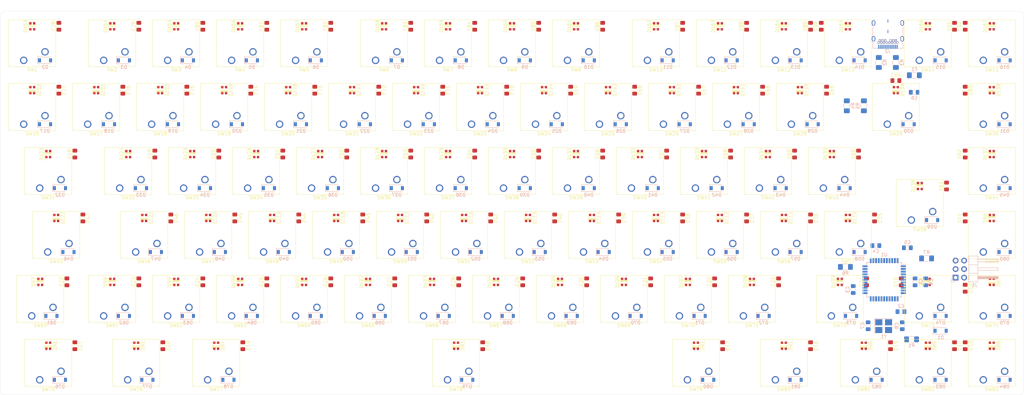
<source format=kicad_pcb>
(kicad_pcb (version 20171130) (host pcbnew 5.1.5+dfsg1-2build2)

  (general
    (thickness 1.6)
    (drawings 8)
    (tracks 0)
    (zones 0)
    (modules 354)
    (nets 216)
  )

  (page A3)
  (layers
    (0 F.Cu signal)
    (31 B.Cu signal)
    (32 B.Adhes user)
    (33 F.Adhes user)
    (34 B.Paste user)
    (35 F.Paste user)
    (36 B.SilkS user)
    (37 F.SilkS user)
    (38 B.Mask user)
    (39 F.Mask user)
    (40 Dwgs.User user)
    (41 Cmts.User user)
    (42 Eco1.User user)
    (43 Eco2.User user)
    (44 Edge.Cuts user)
    (45 Margin user)
    (46 B.CrtYd user)
    (47 F.CrtYd user)
    (48 B.Fab user)
    (49 F.Fab user)
  )

  (setup
    (last_trace_width 0.25)
    (trace_clearance 0.2)
    (zone_clearance 0.508)
    (zone_45_only no)
    (trace_min 0.2)
    (via_size 0.8)
    (via_drill 0.4)
    (via_min_size 0.6)
    (via_min_drill 0.3)
    (uvia_size 0.3)
    (uvia_drill 0.1)
    (uvias_allowed no)
    (uvia_min_size 0.2)
    (uvia_min_drill 0.1)
    (edge_width 0.05)
    (segment_width 0.2)
    (pcb_text_width 0.3)
    (pcb_text_size 1.5 1.5)
    (mod_edge_width 0.12)
    (mod_text_size 1 1)
    (mod_text_width 0.15)
    (pad_size 1.524 1.524)
    (pad_drill 0.762)
    (pad_to_mask_clearance 0.051)
    (solder_mask_min_width 0.25)
    (aux_axis_origin 0 0)
    (visible_elements FFFFF77F)
    (pcbplotparams
      (layerselection 0x010fc_ffffffff)
      (usegerberextensions false)
      (usegerberattributes false)
      (usegerberadvancedattributes false)
      (creategerberjobfile false)
      (excludeedgelayer true)
      (linewidth 0.100000)
      (plotframeref false)
      (viasonmask false)
      (mode 1)
      (useauxorigin false)
      (hpglpennumber 1)
      (hpglpenspeed 20)
      (hpglpendiameter 15.000000)
      (psnegative false)
      (psa4output false)
      (plotreference true)
      (plotvalue true)
      (plotinvisibletext false)
      (padsonsilk false)
      (subtractmaskfromsilk false)
      (outputformat 1)
      (mirror false)
      (drillshape 1)
      (scaleselection 1)
      (outputdirectory ""))
  )

  (net 0 "")
  (net 1 GND)
  (net 2 +5V)
  (net 3 "Net-(C7-Pad1)")
  (net 4 "Net-(C8-Pad2)")
  (net 5 "Net-(C9-Pad1)")
  (net 6 RST)
  (net 7 ROW0)
  (net 8 "Net-(D2-Pad2)")
  (net 9 "Net-(D3-Pad2)")
  (net 10 "Net-(D4-Pad2)")
  (net 11 "Net-(D5-Pad2)")
  (net 12 "Net-(D6-Pad2)")
  (net 13 "Net-(D7-Pad2)")
  (net 14 "Net-(D8-Pad2)")
  (net 15 "Net-(D9-Pad2)")
  (net 16 "Net-(D10-Pad2)")
  (net 17 "Net-(D11-Pad2)")
  (net 18 "Net-(D12-Pad2)")
  (net 19 "Net-(D13-Pad2)")
  (net 20 "Net-(D14-Pad2)")
  (net 21 "Net-(D15-Pad2)")
  (net 22 "Net-(D16-Pad2)")
  (net 23 ROW1)
  (net 24 "Net-(D17-Pad2)")
  (net 25 "Net-(D18-Pad2)")
  (net 26 "Net-(D19-Pad2)")
  (net 27 "Net-(D20-Pad2)")
  (net 28 "Net-(D21-Pad2)")
  (net 29 "Net-(D22-Pad2)")
  (net 30 "Net-(D23-Pad2)")
  (net 31 "Net-(D24-Pad2)")
  (net 32 "Net-(D25-Pad2)")
  (net 33 "Net-(D26-Pad2)")
  (net 34 "Net-(D27-Pad2)")
  (net 35 "Net-(D28-Pad2)")
  (net 36 "Net-(D29-Pad2)")
  (net 37 "Net-(D30-Pad2)")
  (net 38 "Net-(D31-Pad2)")
  (net 39 "Net-(D32-Pad2)")
  (net 40 ROW2)
  (net 41 "Net-(D33-Pad2)")
  (net 42 "Net-(D34-Pad2)")
  (net 43 "Net-(D35-Pad2)")
  (net 44 "Net-(D36-Pad2)")
  (net 45 "Net-(D37-Pad2)")
  (net 46 "Net-(D38-Pad2)")
  (net 47 "Net-(D39-Pad2)")
  (net 48 "Net-(D40-Pad2)")
  (net 49 "Net-(D41-Pad2)")
  (net 50 "Net-(D42-Pad2)")
  (net 51 "Net-(D43-Pad2)")
  (net 52 "Net-(D44-Pad2)")
  (net 53 "Net-(D45-Pad2)")
  (net 54 "Net-(D46-Pad2)")
  (net 55 ROW3)
  (net 56 "Net-(D47-Pad2)")
  (net 57 "Net-(D48-Pad2)")
  (net 58 "Net-(D49-Pad2)")
  (net 59 "Net-(D50-Pad2)")
  (net 60 "Net-(D51-Pad2)")
  (net 61 "Net-(D52-Pad2)")
  (net 62 "Net-(D53-Pad2)")
  (net 63 "Net-(D54-Pad2)")
  (net 64 "Net-(D55-Pad2)")
  (net 65 "Net-(D56-Pad2)")
  (net 66 "Net-(D57-Pad2)")
  (net 67 "Net-(D58-Pad2)")
  (net 68 "Net-(D59-Pad2)")
  (net 69 "Net-(D60-Pad2)")
  (net 70 ROW4)
  (net 71 "Net-(D61-Pad2)")
  (net 72 "Net-(D62-Pad2)")
  (net 73 "Net-(D63-Pad2)")
  (net 74 "Net-(D64-Pad2)")
  (net 75 "Net-(D65-Pad2)")
  (net 76 "Net-(D66-Pad2)")
  (net 77 "Net-(D67-Pad2)")
  (net 78 "Net-(D68-Pad2)")
  (net 79 "Net-(D69-Pad2)")
  (net 80 "Net-(D70-Pad2)")
  (net 81 "Net-(D71-Pad2)")
  (net 82 "Net-(D72-Pad2)")
  (net 83 "Net-(D73-Pad2)")
  (net 84 "Net-(D74-Pad2)")
  (net 85 "Net-(D75-Pad2)")
  (net 86 ROW5)
  (net 87 "Net-(D76-Pad2)")
  (net 88 "Net-(D77-Pad2)")
  (net 89 "Net-(D78-Pad2)")
  (net 90 "Net-(D79-Pad2)")
  (net 91 "Net-(D80-Pad2)")
  (net 92 "Net-(D81-Pad2)")
  (net 93 "Net-(D82-Pad2)")
  (net 94 "Net-(D83-Pad2)")
  (net 95 "Net-(D84-Pad2)")
  (net 96 "Net-(D85-Pad2)")
  (net 97 DIN)
  (net 98 "Net-(D86-Pad2)")
  (net 99 "Net-(D87-Pad2)")
  (net 100 "Net-(D88-Pad2)")
  (net 101 "Net-(D89-Pad2)")
  (net 102 "Net-(D90-Pad2)")
  (net 103 "Net-(D91-Pad2)")
  (net 104 "Net-(D92-Pad2)")
  (net 105 "Net-(D93-Pad2)")
  (net 106 "Net-(D94-Pad2)")
  (net 107 "Net-(D95-Pad2)")
  (net 108 "Net-(D96-Pad2)")
  (net 109 "Net-(D97-Pad2)")
  (net 110 "Net-(D98-Pad2)")
  (net 111 "Net-(D100-Pad4)")
  (net 112 "Net-(D100-Pad2)")
  (net 113 "Net-(D101-Pad2)")
  (net 114 "Net-(D102-Pad2)")
  (net 115 "Net-(D103-Pad2)")
  (net 116 "Net-(D104-Pad2)")
  (net 117 "Net-(D105-Pad2)")
  (net 118 "Net-(D106-Pad2)")
  (net 119 "Net-(D107-Pad2)")
  (net 120 "Net-(D108-Pad2)")
  (net 121 "Net-(D109-Pad2)")
  (net 122 "Net-(D110-Pad2)")
  (net 123 "Net-(D111-Pad2)")
  (net 124 "Net-(D112-Pad2)")
  (net 125 "Net-(D113-Pad2)")
  (net 126 "Net-(D114-Pad2)")
  (net 127 "Net-(D115-Pad2)")
  (net 128 "Net-(D116-Pad2)")
  (net 129 "Net-(D117-Pad2)")
  (net 130 "Net-(D118-Pad2)")
  (net 131 "Net-(D119-Pad2)")
  (net 132 "Net-(D120-Pad2)")
  (net 133 "Net-(D121-Pad2)")
  (net 134 "Net-(D122-Pad2)")
  (net 135 "Net-(D123-Pad2)")
  (net 136 "Net-(D124-Pad2)")
  (net 137 "Net-(D125-Pad2)")
  (net 138 "Net-(D126-Pad2)")
  (net 139 "Net-(D127-Pad2)")
  (net 140 "Net-(D128-Pad2)")
  (net 141 "Net-(D129-Pad2)")
  (net 142 "Net-(D130-Pad2)")
  (net 143 "Net-(D131-Pad2)")
  (net 144 "Net-(D132-Pad2)")
  (net 145 "Net-(D133-Pad2)")
  (net 146 "Net-(D134-Pad2)")
  (net 147 "Net-(D135-Pad2)")
  (net 148 "Net-(D136-Pad2)")
  (net 149 "Net-(D137-Pad2)")
  (net 150 "Net-(D138-Pad2)")
  (net 151 "Net-(D139-Pad2)")
  (net 152 "Net-(D140-Pad2)")
  (net 153 "Net-(D141-Pad2)")
  (net 154 "Net-(D142-Pad2)")
  (net 155 "Net-(D143-Pad2)")
  (net 156 "Net-(D144-Pad2)")
  (net 157 "Net-(D145-Pad2)")
  (net 158 "Net-(D146-Pad2)")
  (net 159 "Net-(D147-Pad2)")
  (net 160 "Net-(D148-Pad2)")
  (net 161 "Net-(D149-Pad2)")
  (net 162 "Net-(D150-Pad2)")
  (net 163 "Net-(D151-Pad2)")
  (net 164 "Net-(D152-Pad2)")
  (net 165 "Net-(D153-Pad2)")
  (net 166 "Net-(D154-Pad2)")
  (net 167 "Net-(D155-Pad2)")
  (net 168 "Net-(D156-Pad2)")
  (net 169 "Net-(D157-Pad2)")
  (net 170 "Net-(D158-Pad2)")
  (net 171 "Net-(D159-Pad2)")
  (net 172 "Net-(D160-Pad2)")
  (net 173 "Net-(D161-Pad2)")
  (net 174 "Net-(D162-Pad2)")
  (net 175 "Net-(D163-Pad2)")
  (net 176 "Net-(D164-Pad2)")
  (net 177 "Net-(D165-Pad2)")
  (net 178 "Net-(D166-Pad2)")
  (net 179 "Net-(D167-Pad2)")
  (net 180 "Net-(F1-Pad2)")
  (net 181 COL02)
  (net 182 COL00)
  (net 183 COL01)
  (net 184 "Net-(J2-PadA11)")
  (net 185 "Net-(J2-PadA10)")
  (net 186 "Net-(J2-PadA8)")
  (net 187 D-)
  (net 188 D+)
  (net 189 "Net-(J2-PadA5)")
  (net 190 "Net-(J2-PadA3)")
  (net 191 "Net-(J2-PadA2)")
  (net 192 "Net-(J2-PadB10)")
  (net 193 "Net-(J2-PadB3)")
  (net 194 "Net-(J2-PadB8)")
  (net 195 "Net-(J2-PadB5)")
  (net 196 "Net-(J2-PadB2)")
  (net 197 "Net-(J2-PadB11)")
  (net 198 "Net-(R6-Pad2)")
  (net 199 COL03)
  (net 200 COL04)
  (net 201 COL06)
  (net 202 COL07)
  (net 203 COL08)
  (net 204 COL09)
  (net 205 COL10)
  (net 206 COL11)
  (net 207 COL12)
  (net 208 COL13)
  (net 209 COL14)
  (net 210 COL15)
  (net 211 COL05)
  (net 212 "Net-(U1-Pad1)")
  (net 213 "Net-(U1-Pad8)")
  (net 214 "Net-(U1-Pad42)")
  (net 215 "Net-(R7-Pad2)")

  (net_class Default "Dies ist die voreingestellte Netzklasse."
    (clearance 0.2)
    (trace_width 0.25)
    (via_dia 0.8)
    (via_drill 0.4)
    (uvia_dia 0.3)
    (uvia_drill 0.1)
    (add_net +5V)
    (add_net COL00)
    (add_net COL01)
    (add_net COL02)
    (add_net COL03)
    (add_net COL04)
    (add_net COL05)
    (add_net COL06)
    (add_net COL07)
    (add_net COL08)
    (add_net COL09)
    (add_net COL10)
    (add_net COL11)
    (add_net COL12)
    (add_net COL13)
    (add_net COL14)
    (add_net COL15)
    (add_net D+)
    (add_net D-)
    (add_net DIN)
    (add_net GND)
    (add_net "Net-(C7-Pad1)")
    (add_net "Net-(C8-Pad2)")
    (add_net "Net-(C9-Pad1)")
    (add_net "Net-(D10-Pad2)")
    (add_net "Net-(D100-Pad2)")
    (add_net "Net-(D100-Pad4)")
    (add_net "Net-(D101-Pad2)")
    (add_net "Net-(D102-Pad2)")
    (add_net "Net-(D103-Pad2)")
    (add_net "Net-(D104-Pad2)")
    (add_net "Net-(D105-Pad2)")
    (add_net "Net-(D106-Pad2)")
    (add_net "Net-(D107-Pad2)")
    (add_net "Net-(D108-Pad2)")
    (add_net "Net-(D109-Pad2)")
    (add_net "Net-(D11-Pad2)")
    (add_net "Net-(D110-Pad2)")
    (add_net "Net-(D111-Pad2)")
    (add_net "Net-(D112-Pad2)")
    (add_net "Net-(D113-Pad2)")
    (add_net "Net-(D114-Pad2)")
    (add_net "Net-(D115-Pad2)")
    (add_net "Net-(D116-Pad2)")
    (add_net "Net-(D117-Pad2)")
    (add_net "Net-(D118-Pad2)")
    (add_net "Net-(D119-Pad2)")
    (add_net "Net-(D12-Pad2)")
    (add_net "Net-(D120-Pad2)")
    (add_net "Net-(D121-Pad2)")
    (add_net "Net-(D122-Pad2)")
    (add_net "Net-(D123-Pad2)")
    (add_net "Net-(D124-Pad2)")
    (add_net "Net-(D125-Pad2)")
    (add_net "Net-(D126-Pad2)")
    (add_net "Net-(D127-Pad2)")
    (add_net "Net-(D128-Pad2)")
    (add_net "Net-(D129-Pad2)")
    (add_net "Net-(D13-Pad2)")
    (add_net "Net-(D130-Pad2)")
    (add_net "Net-(D131-Pad2)")
    (add_net "Net-(D132-Pad2)")
    (add_net "Net-(D133-Pad2)")
    (add_net "Net-(D134-Pad2)")
    (add_net "Net-(D135-Pad2)")
    (add_net "Net-(D136-Pad2)")
    (add_net "Net-(D137-Pad2)")
    (add_net "Net-(D138-Pad2)")
    (add_net "Net-(D139-Pad2)")
    (add_net "Net-(D14-Pad2)")
    (add_net "Net-(D140-Pad2)")
    (add_net "Net-(D141-Pad2)")
    (add_net "Net-(D142-Pad2)")
    (add_net "Net-(D143-Pad2)")
    (add_net "Net-(D144-Pad2)")
    (add_net "Net-(D145-Pad2)")
    (add_net "Net-(D146-Pad2)")
    (add_net "Net-(D147-Pad2)")
    (add_net "Net-(D148-Pad2)")
    (add_net "Net-(D149-Pad2)")
    (add_net "Net-(D15-Pad2)")
    (add_net "Net-(D150-Pad2)")
    (add_net "Net-(D151-Pad2)")
    (add_net "Net-(D152-Pad2)")
    (add_net "Net-(D153-Pad2)")
    (add_net "Net-(D154-Pad2)")
    (add_net "Net-(D155-Pad2)")
    (add_net "Net-(D156-Pad2)")
    (add_net "Net-(D157-Pad2)")
    (add_net "Net-(D158-Pad2)")
    (add_net "Net-(D159-Pad2)")
    (add_net "Net-(D16-Pad2)")
    (add_net "Net-(D160-Pad2)")
    (add_net "Net-(D161-Pad2)")
    (add_net "Net-(D162-Pad2)")
    (add_net "Net-(D163-Pad2)")
    (add_net "Net-(D164-Pad2)")
    (add_net "Net-(D165-Pad2)")
    (add_net "Net-(D166-Pad2)")
    (add_net "Net-(D167-Pad2)")
    (add_net "Net-(D17-Pad2)")
    (add_net "Net-(D18-Pad2)")
    (add_net "Net-(D19-Pad2)")
    (add_net "Net-(D2-Pad2)")
    (add_net "Net-(D20-Pad2)")
    (add_net "Net-(D21-Pad2)")
    (add_net "Net-(D22-Pad2)")
    (add_net "Net-(D23-Pad2)")
    (add_net "Net-(D24-Pad2)")
    (add_net "Net-(D25-Pad2)")
    (add_net "Net-(D26-Pad2)")
    (add_net "Net-(D27-Pad2)")
    (add_net "Net-(D28-Pad2)")
    (add_net "Net-(D29-Pad2)")
    (add_net "Net-(D3-Pad2)")
    (add_net "Net-(D30-Pad2)")
    (add_net "Net-(D31-Pad2)")
    (add_net "Net-(D32-Pad2)")
    (add_net "Net-(D33-Pad2)")
    (add_net "Net-(D34-Pad2)")
    (add_net "Net-(D35-Pad2)")
    (add_net "Net-(D36-Pad2)")
    (add_net "Net-(D37-Pad2)")
    (add_net "Net-(D38-Pad2)")
    (add_net "Net-(D39-Pad2)")
    (add_net "Net-(D4-Pad2)")
    (add_net "Net-(D40-Pad2)")
    (add_net "Net-(D41-Pad2)")
    (add_net "Net-(D42-Pad2)")
    (add_net "Net-(D43-Pad2)")
    (add_net "Net-(D44-Pad2)")
    (add_net "Net-(D45-Pad2)")
    (add_net "Net-(D46-Pad2)")
    (add_net "Net-(D47-Pad2)")
    (add_net "Net-(D48-Pad2)")
    (add_net "Net-(D49-Pad2)")
    (add_net "Net-(D5-Pad2)")
    (add_net "Net-(D50-Pad2)")
    (add_net "Net-(D51-Pad2)")
    (add_net "Net-(D52-Pad2)")
    (add_net "Net-(D53-Pad2)")
    (add_net "Net-(D54-Pad2)")
    (add_net "Net-(D55-Pad2)")
    (add_net "Net-(D56-Pad2)")
    (add_net "Net-(D57-Pad2)")
    (add_net "Net-(D58-Pad2)")
    (add_net "Net-(D59-Pad2)")
    (add_net "Net-(D6-Pad2)")
    (add_net "Net-(D60-Pad2)")
    (add_net "Net-(D61-Pad2)")
    (add_net "Net-(D62-Pad2)")
    (add_net "Net-(D63-Pad2)")
    (add_net "Net-(D64-Pad2)")
    (add_net "Net-(D65-Pad2)")
    (add_net "Net-(D66-Pad2)")
    (add_net "Net-(D67-Pad2)")
    (add_net "Net-(D68-Pad2)")
    (add_net "Net-(D69-Pad2)")
    (add_net "Net-(D7-Pad2)")
    (add_net "Net-(D70-Pad2)")
    (add_net "Net-(D71-Pad2)")
    (add_net "Net-(D72-Pad2)")
    (add_net "Net-(D73-Pad2)")
    (add_net "Net-(D74-Pad2)")
    (add_net "Net-(D75-Pad2)")
    (add_net "Net-(D76-Pad2)")
    (add_net "Net-(D77-Pad2)")
    (add_net "Net-(D78-Pad2)")
    (add_net "Net-(D79-Pad2)")
    (add_net "Net-(D8-Pad2)")
    (add_net "Net-(D80-Pad2)")
    (add_net "Net-(D81-Pad2)")
    (add_net "Net-(D82-Pad2)")
    (add_net "Net-(D83-Pad2)")
    (add_net "Net-(D84-Pad2)")
    (add_net "Net-(D85-Pad2)")
    (add_net "Net-(D86-Pad2)")
    (add_net "Net-(D87-Pad2)")
    (add_net "Net-(D88-Pad2)")
    (add_net "Net-(D89-Pad2)")
    (add_net "Net-(D9-Pad2)")
    (add_net "Net-(D90-Pad2)")
    (add_net "Net-(D91-Pad2)")
    (add_net "Net-(D92-Pad2)")
    (add_net "Net-(D93-Pad2)")
    (add_net "Net-(D94-Pad2)")
    (add_net "Net-(D95-Pad2)")
    (add_net "Net-(D96-Pad2)")
    (add_net "Net-(D97-Pad2)")
    (add_net "Net-(D98-Pad2)")
    (add_net "Net-(F1-Pad2)")
    (add_net "Net-(J2-PadA10)")
    (add_net "Net-(J2-PadA11)")
    (add_net "Net-(J2-PadA2)")
    (add_net "Net-(J2-PadA3)")
    (add_net "Net-(J2-PadA5)")
    (add_net "Net-(J2-PadA8)")
    (add_net "Net-(J2-PadB10)")
    (add_net "Net-(J2-PadB11)")
    (add_net "Net-(J2-PadB2)")
    (add_net "Net-(J2-PadB3)")
    (add_net "Net-(J2-PadB5)")
    (add_net "Net-(J2-PadB8)")
    (add_net "Net-(R6-Pad2)")
    (add_net "Net-(R7-Pad2)")
    (add_net "Net-(U1-Pad1)")
    (add_net "Net-(U1-Pad42)")
    (add_net "Net-(U1-Pad8)")
    (add_net ROW0)
    (add_net ROW1)
    (add_net ROW2)
    (add_net ROW3)
    (add_net ROW4)
    (add_net ROW5)
    (add_net RST)
  )

  (module Resistor_SMD:R_1206_3216Metric_Pad1.42x1.75mm_HandSolder (layer B.Cu) (tedit 5B301BBD) (tstamp 5F26397F)
    (at 313.944 111.76 180)
    (descr "Resistor SMD 1206 (3216 Metric), square (rectangular) end terminal, IPC_7351 nominal with elongated pad for handsoldering. (Body size source: http://www.tortai-tech.com/upload/download/2011102023233369053.pdf), generated with kicad-footprint-generator")
    (tags "resistor handsolder")
    (path /5F259898)
    (attr smd)
    (fp_text reference R7 (at 0 1.82) (layer B.SilkS)
      (effects (font (size 1 1) (thickness 0.15)) (justify mirror))
    )
    (fp_text value 470 (at 0 -1.82) (layer B.Fab)
      (effects (font (size 1 1) (thickness 0.15)) (justify mirror))
    )
    (fp_text user %R (at 0 0) (layer B.Fab)
      (effects (font (size 0.8 0.8) (thickness 0.12)) (justify mirror))
    )
    (fp_line (start 2.45 -1.12) (end -2.45 -1.12) (layer B.CrtYd) (width 0.05))
    (fp_line (start 2.45 1.12) (end 2.45 -1.12) (layer B.CrtYd) (width 0.05))
    (fp_line (start -2.45 1.12) (end 2.45 1.12) (layer B.CrtYd) (width 0.05))
    (fp_line (start -2.45 -1.12) (end -2.45 1.12) (layer B.CrtYd) (width 0.05))
    (fp_line (start -0.602064 -0.91) (end 0.602064 -0.91) (layer B.SilkS) (width 0.12))
    (fp_line (start -0.602064 0.91) (end 0.602064 0.91) (layer B.SilkS) (width 0.12))
    (fp_line (start 1.6 -0.8) (end -1.6 -0.8) (layer B.Fab) (width 0.1))
    (fp_line (start 1.6 0.8) (end 1.6 -0.8) (layer B.Fab) (width 0.1))
    (fp_line (start -1.6 0.8) (end 1.6 0.8) (layer B.Fab) (width 0.1))
    (fp_line (start -1.6 -0.8) (end -1.6 0.8) (layer B.Fab) (width 0.1))
    (pad 2 smd roundrect (at 1.4875 0 180) (size 1.425 1.75) (layers B.Cu B.Paste B.Mask) (roundrect_rratio 0.175439)
      (net 215 "Net-(R7-Pad2)"))
    (pad 1 smd roundrect (at -1.4875 0 180) (size 1.425 1.75) (layers B.Cu B.Paste B.Mask) (roundrect_rratio 0.175439)
      (net 97 DIN))
    (model ${KISYS3DMOD}/Resistor_SMD.3dshapes/R_1206_3216Metric.wrl
      (at (xyz 0 0 0))
      (scale (xyz 1 1 1))
      (rotate (xyz 0 0 0))
    )
  )

  (module kezboard-pcb:LED_WS2812_2020 (layer F.Cu) (tedit 5F1C4B34) (tstamp 5F1B709E)
    (at 314.325 118.745 90)
    (descr https://www.peace-corp.co.jp/data/WS2812-2020_V1.0_EN.pdf)
    (path /5F949B9C/5F9E7A8D)
    (fp_text reference D85 (at 0 -2 90) (layer F.SilkS)
      (effects (font (size 1 1) (thickness 0.15)))
    )
    (fp_text value WS2812B (at 0 2 90) (layer F.Fab)
      (effects (font (size 1 1) (thickness 0.15)))
    )
    (fp_poly (pts (xy 0.45 0.9) (xy 0.05 0.9) (xy 0.05 -0.9) (xy 0.45 -0.9)) (layer F.SilkS) (width 0.1))
    (fp_line (start 1.1 1.11) (end -1.1 1.11) (layer F.SilkS) (width 0.12))
    (fp_line (start -1.1 -1.11) (end 1.1 -1.11) (layer F.SilkS) (width 0.12))
    (fp_text user %R (at 0 0 90) (layer F.Fab)
      (effects (font (size 0.5 0.5) (thickness 0.1)))
    )
    (fp_line (start -1.1 1) (end -1.1 -1) (layer F.Fab) (width 0.1))
    (fp_line (start 1.1 1) (end -1.1 1) (layer F.Fab) (width 0.1))
    (fp_line (start 1.1 -1) (end 1.1 1) (layer F.Fab) (width 0.1))
    (fp_line (start -1.1 -1) (end 1.1 -1) (layer F.Fab) (width 0.1))
    (pad 1 smd rect (at -0.9015 0.55 90) (size 0.7 0.7) (layers F.Cu F.Paste F.Mask)
      (net 2 +5V))
    (pad 4 smd rect (at -0.9015 -0.55 90) (size 0.7 0.7) (layers F.Cu F.Paste F.Mask)
      (net 97 DIN))
    (pad 3 smd rect (at 0.9015 -0.55 90) (size 0.7 0.7) (layers F.Cu F.Paste F.Mask)
      (net 1 GND))
    (pad 2 smd rect (at 0.9015 0.55 90) (size 0.7 0.7) (layers F.Cu F.Paste F.Mask)
      (net 96 "Net-(D85-Pad2)"))
  )

  (module kezboard-pcb:LED_WS2812_2020 (layer F.Cu) (tedit 5F1C4B34) (tstamp 5F15F975)
    (at 333.375 99.695 90)
    (descr https://www.peace-corp.co.jp/data/WS2812-2020_V1.0_EN.pdf)
    (path /5F949B9C/5FD3F1F5)
    (fp_text reference D86 (at 0 -2 90) (layer F.SilkS)
      (effects (font (size 1 1) (thickness 0.15)))
    )
    (fp_text value WS2812B (at 0 2 90) (layer F.Fab)
      (effects (font (size 1 1) (thickness 0.15)))
    )
    (fp_poly (pts (xy 0.45 0.9) (xy 0.05 0.9) (xy 0.05 -0.9) (xy 0.45 -0.9)) (layer F.SilkS) (width 0.1))
    (fp_line (start 1.1 1.11) (end -1.1 1.11) (layer F.SilkS) (width 0.12))
    (fp_line (start -1.1 -1.11) (end 1.1 -1.11) (layer F.SilkS) (width 0.12))
    (fp_text user %R (at 0 0 90) (layer F.Fab)
      (effects (font (size 0.5 0.5) (thickness 0.1)))
    )
    (fp_line (start -1.1 1) (end -1.1 -1) (layer F.Fab) (width 0.1))
    (fp_line (start 1.1 1) (end -1.1 1) (layer F.Fab) (width 0.1))
    (fp_line (start 1.1 -1) (end 1.1 1) (layer F.Fab) (width 0.1))
    (fp_line (start -1.1 -1) (end 1.1 -1) (layer F.Fab) (width 0.1))
    (pad 1 smd rect (at -0.9015 0.55 90) (size 0.7 0.7) (layers F.Cu F.Paste F.Mask)
      (net 2 +5V))
    (pad 4 smd rect (at -0.9015 -0.55 90) (size 0.7 0.7) (layers F.Cu F.Paste F.Mask)
      (net 96 "Net-(D85-Pad2)"))
    (pad 3 smd rect (at 0.9015 -0.55 90) (size 0.7 0.7) (layers F.Cu F.Paste F.Mask)
      (net 1 GND))
    (pad 2 smd rect (at 0.9015 0.55 90) (size 0.7 0.7) (layers F.Cu F.Paste F.Mask)
      (net 98 "Net-(D86-Pad2)"))
  )

  (module kezboard-pcb:LED_WS2812_2020 (layer F.Cu) (tedit 5F1C4B34) (tstamp 5F1B738A)
    (at 333.375 118.745 270)
    (descr https://www.peace-corp.co.jp/data/WS2812-2020_V1.0_EN.pdf)
    (path /5F949B9C/5FD40FA8)
    (fp_text reference D87 (at 0 -2 90) (layer F.SilkS)
      (effects (font (size 1 1) (thickness 0.15)))
    )
    (fp_text value WS2812B (at 0 2 90) (layer F.Fab)
      (effects (font (size 1 1) (thickness 0.15)))
    )
    (fp_poly (pts (xy 0.45 0.9) (xy 0.05 0.9) (xy 0.05 -0.9) (xy 0.45 -0.9)) (layer F.SilkS) (width 0.1))
    (fp_line (start 1.1 1.11) (end -1.1 1.11) (layer F.SilkS) (width 0.12))
    (fp_line (start -1.1 -1.11) (end 1.1 -1.11) (layer F.SilkS) (width 0.12))
    (fp_text user %R (at 0 0 90) (layer F.Fab)
      (effects (font (size 0.5 0.5) (thickness 0.1)))
    )
    (fp_line (start -1.1 1) (end -1.1 -1) (layer F.Fab) (width 0.1))
    (fp_line (start 1.1 1) (end -1.1 1) (layer F.Fab) (width 0.1))
    (fp_line (start 1.1 -1) (end 1.1 1) (layer F.Fab) (width 0.1))
    (fp_line (start -1.1 -1) (end 1.1 -1) (layer F.Fab) (width 0.1))
    (pad 1 smd rect (at -0.9015 0.55 270) (size 0.7 0.7) (layers F.Cu F.Paste F.Mask)
      (net 2 +5V))
    (pad 4 smd rect (at -0.9015 -0.55 270) (size 0.7 0.7) (layers F.Cu F.Paste F.Mask)
      (net 98 "Net-(D86-Pad2)"))
    (pad 3 smd rect (at 0.9015 -0.55 270) (size 0.7 0.7) (layers F.Cu F.Paste F.Mask)
      (net 1 GND))
    (pad 2 smd rect (at 0.9015 0.55 270) (size 0.7 0.7) (layers F.Cu F.Paste F.Mask)
      (net 99 "Net-(D87-Pad2)"))
  )

  (module kezboard-pcb:LED_WS2812_2020 (layer F.Cu) (tedit 5F1C4B34) (tstamp 5F15F993)
    (at 333.375 137.795 270)
    (descr https://www.peace-corp.co.jp/data/WS2812-2020_V1.0_EN.pdf)
    (path /5F949B9C/5FD423CF)
    (fp_text reference D88 (at 0 -2 90) (layer F.SilkS)
      (effects (font (size 1 1) (thickness 0.15)))
    )
    (fp_text value WS2812B (at 0 2 90) (layer F.Fab)
      (effects (font (size 1 1) (thickness 0.15)))
    )
    (fp_poly (pts (xy 0.45 0.9) (xy 0.05 0.9) (xy 0.05 -0.9) (xy 0.45 -0.9)) (layer F.SilkS) (width 0.1))
    (fp_line (start 1.1 1.11) (end -1.1 1.11) (layer F.SilkS) (width 0.12))
    (fp_line (start -1.1 -1.11) (end 1.1 -1.11) (layer F.SilkS) (width 0.12))
    (fp_text user %R (at 0 0 90) (layer F.Fab)
      (effects (font (size 0.5 0.5) (thickness 0.1)))
    )
    (fp_line (start -1.1 1) (end -1.1 -1) (layer F.Fab) (width 0.1))
    (fp_line (start 1.1 1) (end -1.1 1) (layer F.Fab) (width 0.1))
    (fp_line (start 1.1 -1) (end 1.1 1) (layer F.Fab) (width 0.1))
    (fp_line (start -1.1 -1) (end 1.1 -1) (layer F.Fab) (width 0.1))
    (pad 1 smd rect (at -0.9015 0.55 270) (size 0.7 0.7) (layers F.Cu F.Paste F.Mask)
      (net 2 +5V))
    (pad 4 smd rect (at -0.9015 -0.55 270) (size 0.7 0.7) (layers F.Cu F.Paste F.Mask)
      (net 99 "Net-(D87-Pad2)"))
    (pad 3 smd rect (at 0.9015 -0.55 270) (size 0.7 0.7) (layers F.Cu F.Paste F.Mask)
      (net 1 GND))
    (pad 2 smd rect (at 0.9015 0.55 270) (size 0.7 0.7) (layers F.Cu F.Paste F.Mask)
      (net 100 "Net-(D88-Pad2)"))
  )

  (module kezboard-pcb:LED_WS2812_2020 (layer F.Cu) (tedit 5F1C4B34) (tstamp 5F15F9A2)
    (at 314.325 137.795 270)
    (descr https://www.peace-corp.co.jp/data/WS2812-2020_V1.0_EN.pdf)
    (path /5F949B9C/5FD43994)
    (fp_text reference D89 (at 0 -2 90) (layer F.SilkS)
      (effects (font (size 1 1) (thickness 0.15)))
    )
    (fp_text value WS2812B (at 0 2 90) (layer F.Fab)
      (effects (font (size 1 1) (thickness 0.15)))
    )
    (fp_poly (pts (xy 0.45 0.9) (xy 0.05 0.9) (xy 0.05 -0.9) (xy 0.45 -0.9)) (layer F.SilkS) (width 0.1))
    (fp_line (start 1.1 1.11) (end -1.1 1.11) (layer F.SilkS) (width 0.12))
    (fp_line (start -1.1 -1.11) (end 1.1 -1.11) (layer F.SilkS) (width 0.12))
    (fp_text user %R (at 0 0 90) (layer F.Fab)
      (effects (font (size 0.5 0.5) (thickness 0.1)))
    )
    (fp_line (start -1.1 1) (end -1.1 -1) (layer F.Fab) (width 0.1))
    (fp_line (start 1.1 1) (end -1.1 1) (layer F.Fab) (width 0.1))
    (fp_line (start 1.1 -1) (end 1.1 1) (layer F.Fab) (width 0.1))
    (fp_line (start -1.1 -1) (end 1.1 -1) (layer F.Fab) (width 0.1))
    (pad 1 smd rect (at -0.9015 0.55 270) (size 0.7 0.7) (layers F.Cu F.Paste F.Mask)
      (net 2 +5V))
    (pad 4 smd rect (at -0.9015 -0.55 270) (size 0.7 0.7) (layers F.Cu F.Paste F.Mask)
      (net 100 "Net-(D88-Pad2)"))
    (pad 3 smd rect (at 0.9015 -0.55 270) (size 0.7 0.7) (layers F.Cu F.Paste F.Mask)
      (net 1 GND))
    (pad 2 smd rect (at 0.9015 0.55 270) (size 0.7 0.7) (layers F.Cu F.Paste F.Mask)
      (net 101 "Net-(D89-Pad2)"))
  )

  (module kezboard-pcb:LED_WS2812_2020 (layer F.Cu) (tedit 5F1C4B34) (tstamp 5F15F9B1)
    (at 295.275 137.795 270)
    (descr https://www.peace-corp.co.jp/data/WS2812-2020_V1.0_EN.pdf)
    (path /5F949B9C/5F62CAD6)
    (fp_text reference D90 (at 0 -2 90) (layer F.SilkS)
      (effects (font (size 1 1) (thickness 0.15)))
    )
    (fp_text value WS2812B (at 0 2 90) (layer F.Fab)
      (effects (font (size 1 1) (thickness 0.15)))
    )
    (fp_poly (pts (xy 0.45 0.9) (xy 0.05 0.9) (xy 0.05 -0.9) (xy 0.45 -0.9)) (layer F.SilkS) (width 0.1))
    (fp_line (start 1.1 1.11) (end -1.1 1.11) (layer F.SilkS) (width 0.12))
    (fp_line (start -1.1 -1.11) (end 1.1 -1.11) (layer F.SilkS) (width 0.12))
    (fp_text user %R (at 0 0 90) (layer F.Fab)
      (effects (font (size 0.5 0.5) (thickness 0.1)))
    )
    (fp_line (start -1.1 1) (end -1.1 -1) (layer F.Fab) (width 0.1))
    (fp_line (start 1.1 1) (end -1.1 1) (layer F.Fab) (width 0.1))
    (fp_line (start 1.1 -1) (end 1.1 1) (layer F.Fab) (width 0.1))
    (fp_line (start -1.1 -1) (end 1.1 -1) (layer F.Fab) (width 0.1))
    (pad 1 smd rect (at -0.9015 0.55 270) (size 0.7 0.7) (layers F.Cu F.Paste F.Mask)
      (net 2 +5V))
    (pad 4 smd rect (at -0.9015 -0.55 270) (size 0.7 0.7) (layers F.Cu F.Paste F.Mask)
      (net 101 "Net-(D89-Pad2)"))
    (pad 3 smd rect (at 0.9015 -0.55 270) (size 0.7 0.7) (layers F.Cu F.Paste F.Mask)
      (net 1 GND))
    (pad 2 smd rect (at 0.9015 0.55 270) (size 0.7 0.7) (layers F.Cu F.Paste F.Mask)
      (net 102 "Net-(D90-Pad2)"))
  )

  (module kezboard-pcb:LED_WS2812_2020 (layer F.Cu) (tedit 5F1C4B34) (tstamp 5F15F9C0)
    (at 271.4625 137.795 270)
    (descr https://www.peace-corp.co.jp/data/WS2812-2020_V1.0_EN.pdf)
    (path /5F949B9C/5F62CAF9)
    (fp_text reference D91 (at 0 -2 90) (layer F.SilkS)
      (effects (font (size 1 1) (thickness 0.15)))
    )
    (fp_text value WS2812B (at 0 2 90) (layer F.Fab)
      (effects (font (size 1 1) (thickness 0.15)))
    )
    (fp_poly (pts (xy 0.45 0.9) (xy 0.05 0.9) (xy 0.05 -0.9) (xy 0.45 -0.9)) (layer F.SilkS) (width 0.1))
    (fp_line (start 1.1 1.11) (end -1.1 1.11) (layer F.SilkS) (width 0.12))
    (fp_line (start -1.1 -1.11) (end 1.1 -1.11) (layer F.SilkS) (width 0.12))
    (fp_text user %R (at 0 0 90) (layer F.Fab)
      (effects (font (size 0.5 0.5) (thickness 0.1)))
    )
    (fp_line (start -1.1 1) (end -1.1 -1) (layer F.Fab) (width 0.1))
    (fp_line (start 1.1 1) (end -1.1 1) (layer F.Fab) (width 0.1))
    (fp_line (start 1.1 -1) (end 1.1 1) (layer F.Fab) (width 0.1))
    (fp_line (start -1.1 -1) (end 1.1 -1) (layer F.Fab) (width 0.1))
    (pad 1 smd rect (at -0.9015 0.55 270) (size 0.7 0.7) (layers F.Cu F.Paste F.Mask)
      (net 2 +5V))
    (pad 4 smd rect (at -0.9015 -0.55 270) (size 0.7 0.7) (layers F.Cu F.Paste F.Mask)
      (net 102 "Net-(D90-Pad2)"))
    (pad 3 smd rect (at 0.9015 -0.55 270) (size 0.7 0.7) (layers F.Cu F.Paste F.Mask)
      (net 1 GND))
    (pad 2 smd rect (at 0.9015 0.55 270) (size 0.7 0.7) (layers F.Cu F.Paste F.Mask)
      (net 103 "Net-(D91-Pad2)"))
  )

  (module kezboard-pcb:LED_WS2812_2020 (layer F.Cu) (tedit 5F1C4B34) (tstamp 5F15F9CF)
    (at 245.26875 137.795 270)
    (descr https://www.peace-corp.co.jp/data/WS2812-2020_V1.0_EN.pdf)
    (path /5F949B9C/5F62CB1C)
    (fp_text reference D92 (at 0 -2 90) (layer F.SilkS)
      (effects (font (size 1 1) (thickness 0.15)))
    )
    (fp_text value WS2812B (at 0 2 90) (layer F.Fab)
      (effects (font (size 1 1) (thickness 0.15)))
    )
    (fp_poly (pts (xy 0.45 0.9) (xy 0.05 0.9) (xy 0.05 -0.9) (xy 0.45 -0.9)) (layer F.SilkS) (width 0.1))
    (fp_line (start 1.1 1.11) (end -1.1 1.11) (layer F.SilkS) (width 0.12))
    (fp_line (start -1.1 -1.11) (end 1.1 -1.11) (layer F.SilkS) (width 0.12))
    (fp_text user %R (at 0 0 90) (layer F.Fab)
      (effects (font (size 0.5 0.5) (thickness 0.1)))
    )
    (fp_line (start -1.1 1) (end -1.1 -1) (layer F.Fab) (width 0.1))
    (fp_line (start 1.1 1) (end -1.1 1) (layer F.Fab) (width 0.1))
    (fp_line (start 1.1 -1) (end 1.1 1) (layer F.Fab) (width 0.1))
    (fp_line (start -1.1 -1) (end 1.1 -1) (layer F.Fab) (width 0.1))
    (pad 1 smd rect (at -0.9015 0.55 270) (size 0.7 0.7) (layers F.Cu F.Paste F.Mask)
      (net 2 +5V))
    (pad 4 smd rect (at -0.9015 -0.55 270) (size 0.7 0.7) (layers F.Cu F.Paste F.Mask)
      (net 103 "Net-(D91-Pad2)"))
    (pad 3 smd rect (at 0.9015 -0.55 270) (size 0.7 0.7) (layers F.Cu F.Paste F.Mask)
      (net 1 GND))
    (pad 2 smd rect (at 0.9015 0.55 270) (size 0.7 0.7) (layers F.Cu F.Paste F.Mask)
      (net 104 "Net-(D92-Pad2)"))
  )

  (module kezboard-pcb:LED_WS2812_2020 (layer F.Cu) (tedit 5F1C4B34) (tstamp 5F15F9DE)
    (at 173.83125 137.795 270)
    (descr https://www.peace-corp.co.jp/data/WS2812-2020_V1.0_EN.pdf)
    (path /5F949B9C/5F62CB3F)
    (fp_text reference D93 (at 0 -2 90) (layer F.SilkS)
      (effects (font (size 1 1) (thickness 0.15)))
    )
    (fp_text value WS2812B (at 0 2 90) (layer F.Fab)
      (effects (font (size 1 1) (thickness 0.15)))
    )
    (fp_poly (pts (xy 0.45 0.9) (xy 0.05 0.9) (xy 0.05 -0.9) (xy 0.45 -0.9)) (layer F.SilkS) (width 0.1))
    (fp_line (start 1.1 1.11) (end -1.1 1.11) (layer F.SilkS) (width 0.12))
    (fp_line (start -1.1 -1.11) (end 1.1 -1.11) (layer F.SilkS) (width 0.12))
    (fp_text user %R (at 0 0 90) (layer F.Fab)
      (effects (font (size 0.5 0.5) (thickness 0.1)))
    )
    (fp_line (start -1.1 1) (end -1.1 -1) (layer F.Fab) (width 0.1))
    (fp_line (start 1.1 1) (end -1.1 1) (layer F.Fab) (width 0.1))
    (fp_line (start 1.1 -1) (end 1.1 1) (layer F.Fab) (width 0.1))
    (fp_line (start -1.1 -1) (end 1.1 -1) (layer F.Fab) (width 0.1))
    (pad 1 smd rect (at -0.9015 0.55 270) (size 0.7 0.7) (layers F.Cu F.Paste F.Mask)
      (net 2 +5V))
    (pad 4 smd rect (at -0.9015 -0.55 270) (size 0.7 0.7) (layers F.Cu F.Paste F.Mask)
      (net 104 "Net-(D92-Pad2)"))
    (pad 3 smd rect (at 0.9015 -0.55 270) (size 0.7 0.7) (layers F.Cu F.Paste F.Mask)
      (net 1 GND))
    (pad 2 smd rect (at 0.9015 0.55 270) (size 0.7 0.7) (layers F.Cu F.Paste F.Mask)
      (net 105 "Net-(D93-Pad2)"))
  )

  (module kezboard-pcb:LED_WS2812_2020 (layer F.Cu) (tedit 5F1C4B34) (tstamp 5F15F9ED)
    (at 102.39375 137.795 270)
    (descr https://www.peace-corp.co.jp/data/WS2812-2020_V1.0_EN.pdf)
    (path /5F949B9C/5F62CB61)
    (fp_text reference D94 (at 0 -2 90) (layer F.SilkS)
      (effects (font (size 1 1) (thickness 0.15)))
    )
    (fp_text value WS2812B (at 0 2 90) (layer F.Fab)
      (effects (font (size 1 1) (thickness 0.15)))
    )
    (fp_poly (pts (xy 0.45 0.9) (xy 0.05 0.9) (xy 0.05 -0.9) (xy 0.45 -0.9)) (layer F.SilkS) (width 0.1))
    (fp_line (start 1.1 1.11) (end -1.1 1.11) (layer F.SilkS) (width 0.12))
    (fp_line (start -1.1 -1.11) (end 1.1 -1.11) (layer F.SilkS) (width 0.12))
    (fp_text user %R (at 0 0 90) (layer F.Fab)
      (effects (font (size 0.5 0.5) (thickness 0.1)))
    )
    (fp_line (start -1.1 1) (end -1.1 -1) (layer F.Fab) (width 0.1))
    (fp_line (start 1.1 1) (end -1.1 1) (layer F.Fab) (width 0.1))
    (fp_line (start 1.1 -1) (end 1.1 1) (layer F.Fab) (width 0.1))
    (fp_line (start -1.1 -1) (end 1.1 -1) (layer F.Fab) (width 0.1))
    (pad 1 smd rect (at -0.9015 0.55 270) (size 0.7 0.7) (layers F.Cu F.Paste F.Mask)
      (net 2 +5V))
    (pad 4 smd rect (at -0.9015 -0.55 270) (size 0.7 0.7) (layers F.Cu F.Paste F.Mask)
      (net 105 "Net-(D93-Pad2)"))
    (pad 3 smd rect (at 0.9015 -0.55 270) (size 0.7 0.7) (layers F.Cu F.Paste F.Mask)
      (net 1 GND))
    (pad 2 smd rect (at 0.9015 0.55 270) (size 0.7 0.7) (layers F.Cu F.Paste F.Mask)
      (net 106 "Net-(D94-Pad2)"))
  )

  (module kezboard-pcb:LED_WS2812_2020 (layer F.Cu) (tedit 5F1C4B34) (tstamp 5F15F9FC)
    (at 78.58125 137.795 270)
    (descr https://www.peace-corp.co.jp/data/WS2812-2020_V1.0_EN.pdf)
    (path /5F949B9C/5F6A6266)
    (fp_text reference D95 (at 0 -2 90) (layer F.SilkS)
      (effects (font (size 1 1) (thickness 0.15)))
    )
    (fp_text value WS2812B (at 0 2 90) (layer F.Fab)
      (effects (font (size 1 1) (thickness 0.15)))
    )
    (fp_poly (pts (xy 0.45 0.9) (xy 0.05 0.9) (xy 0.05 -0.9) (xy 0.45 -0.9)) (layer F.SilkS) (width 0.1))
    (fp_line (start 1.1 1.11) (end -1.1 1.11) (layer F.SilkS) (width 0.12))
    (fp_line (start -1.1 -1.11) (end 1.1 -1.11) (layer F.SilkS) (width 0.12))
    (fp_text user %R (at 0 0 90) (layer F.Fab)
      (effects (font (size 0.5 0.5) (thickness 0.1)))
    )
    (fp_line (start -1.1 1) (end -1.1 -1) (layer F.Fab) (width 0.1))
    (fp_line (start 1.1 1) (end -1.1 1) (layer F.Fab) (width 0.1))
    (fp_line (start 1.1 -1) (end 1.1 1) (layer F.Fab) (width 0.1))
    (fp_line (start -1.1 -1) (end 1.1 -1) (layer F.Fab) (width 0.1))
    (pad 1 smd rect (at -0.9015 0.55 270) (size 0.7 0.7) (layers F.Cu F.Paste F.Mask)
      (net 2 +5V))
    (pad 4 smd rect (at -0.9015 -0.55 270) (size 0.7 0.7) (layers F.Cu F.Paste F.Mask)
      (net 106 "Net-(D94-Pad2)"))
    (pad 3 smd rect (at 0.9015 -0.55 270) (size 0.7 0.7) (layers F.Cu F.Paste F.Mask)
      (net 1 GND))
    (pad 2 smd rect (at 0.9015 0.55 270) (size 0.7 0.7) (layers F.Cu F.Paste F.Mask)
      (net 107 "Net-(D95-Pad2)"))
  )

  (module kezboard-pcb:LED_WS2812_2020 (layer F.Cu) (tedit 5F1C4B34) (tstamp 5F15FA0B)
    (at 52.3875 137.795 270)
    (descr https://www.peace-corp.co.jp/data/WS2812-2020_V1.0_EN.pdf)
    (path /5F949B9C/5F6A6289)
    (fp_text reference D96 (at 0 -2 90) (layer F.SilkS)
      (effects (font (size 1 1) (thickness 0.15)))
    )
    (fp_text value WS2812B (at 0 2 90) (layer F.Fab)
      (effects (font (size 1 1) (thickness 0.15)))
    )
    (fp_poly (pts (xy 0.45 0.9) (xy 0.05 0.9) (xy 0.05 -0.9) (xy 0.45 -0.9)) (layer F.SilkS) (width 0.1))
    (fp_line (start 1.1 1.11) (end -1.1 1.11) (layer F.SilkS) (width 0.12))
    (fp_line (start -1.1 -1.11) (end 1.1 -1.11) (layer F.SilkS) (width 0.12))
    (fp_text user %R (at 0 0 90) (layer F.Fab)
      (effects (font (size 0.5 0.5) (thickness 0.1)))
    )
    (fp_line (start -1.1 1) (end -1.1 -1) (layer F.Fab) (width 0.1))
    (fp_line (start 1.1 1) (end -1.1 1) (layer F.Fab) (width 0.1))
    (fp_line (start 1.1 -1) (end 1.1 1) (layer F.Fab) (width 0.1))
    (fp_line (start -1.1 -1) (end 1.1 -1) (layer F.Fab) (width 0.1))
    (pad 1 smd rect (at -0.9015 0.55 270) (size 0.7 0.7) (layers F.Cu F.Paste F.Mask)
      (net 2 +5V))
    (pad 4 smd rect (at -0.9015 -0.55 270) (size 0.7 0.7) (layers F.Cu F.Paste F.Mask)
      (net 107 "Net-(D95-Pad2)"))
    (pad 3 smd rect (at 0.9015 -0.55 270) (size 0.7 0.7) (layers F.Cu F.Paste F.Mask)
      (net 1 GND))
    (pad 2 smd rect (at 0.9015 0.55 270) (size 0.7 0.7) (layers F.Cu F.Paste F.Mask)
      (net 108 "Net-(D96-Pad2)"))
  )

  (module kezboard-pcb:LED_WS2812_2020 (layer F.Cu) (tedit 5F1C4B34) (tstamp 5F15FA1A)
    (at 50.00625 118.745 90)
    (descr https://www.peace-corp.co.jp/data/WS2812-2020_V1.0_EN.pdf)
    (path /5F949B9C/5F6A62AC)
    (fp_text reference D97 (at 0 -2 90) (layer F.SilkS)
      (effects (font (size 1 1) (thickness 0.15)))
    )
    (fp_text value WS2812B (at 0 2 90) (layer F.Fab)
      (effects (font (size 1 1) (thickness 0.15)))
    )
    (fp_poly (pts (xy 0.45 0.9) (xy 0.05 0.9) (xy 0.05 -0.9) (xy 0.45 -0.9)) (layer F.SilkS) (width 0.1))
    (fp_line (start 1.1 1.11) (end -1.1 1.11) (layer F.SilkS) (width 0.12))
    (fp_line (start -1.1 -1.11) (end 1.1 -1.11) (layer F.SilkS) (width 0.12))
    (fp_text user %R (at 0 0 90) (layer F.Fab)
      (effects (font (size 0.5 0.5) (thickness 0.1)))
    )
    (fp_line (start -1.1 1) (end -1.1 -1) (layer F.Fab) (width 0.1))
    (fp_line (start 1.1 1) (end -1.1 1) (layer F.Fab) (width 0.1))
    (fp_line (start 1.1 -1) (end 1.1 1) (layer F.Fab) (width 0.1))
    (fp_line (start -1.1 -1) (end 1.1 -1) (layer F.Fab) (width 0.1))
    (pad 1 smd rect (at -0.9015 0.55 90) (size 0.7 0.7) (layers F.Cu F.Paste F.Mask)
      (net 2 +5V))
    (pad 4 smd rect (at -0.9015 -0.55 90) (size 0.7 0.7) (layers F.Cu F.Paste F.Mask)
      (net 108 "Net-(D96-Pad2)"))
    (pad 3 smd rect (at 0.9015 -0.55 90) (size 0.7 0.7) (layers F.Cu F.Paste F.Mask)
      (net 1 GND))
    (pad 2 smd rect (at 0.9015 0.55 90) (size 0.7 0.7) (layers F.Cu F.Paste F.Mask)
      (net 109 "Net-(D97-Pad2)"))
  )

  (module kezboard-pcb:LED_WS2812_2020 (layer F.Cu) (tedit 5F1C4B34) (tstamp 5F15FA29)
    (at 71.4375 118.745 90)
    (descr https://www.peace-corp.co.jp/data/WS2812-2020_V1.0_EN.pdf)
    (path /5F949B9C/5F6A62CF)
    (fp_text reference D98 (at 0 -2 90) (layer F.SilkS)
      (effects (font (size 1 1) (thickness 0.15)))
    )
    (fp_text value WS2812B (at 0 2 90) (layer F.Fab)
      (effects (font (size 1 1) (thickness 0.15)))
    )
    (fp_poly (pts (xy 0.45 0.9) (xy 0.05 0.9) (xy 0.05 -0.9) (xy 0.45 -0.9)) (layer F.SilkS) (width 0.1))
    (fp_line (start 1.1 1.11) (end -1.1 1.11) (layer F.SilkS) (width 0.12))
    (fp_line (start -1.1 -1.11) (end 1.1 -1.11) (layer F.SilkS) (width 0.12))
    (fp_text user %R (at 0 0 90) (layer F.Fab)
      (effects (font (size 0.5 0.5) (thickness 0.1)))
    )
    (fp_line (start -1.1 1) (end -1.1 -1) (layer F.Fab) (width 0.1))
    (fp_line (start 1.1 1) (end -1.1 1) (layer F.Fab) (width 0.1))
    (fp_line (start 1.1 -1) (end 1.1 1) (layer F.Fab) (width 0.1))
    (fp_line (start -1.1 -1) (end 1.1 -1) (layer F.Fab) (width 0.1))
    (pad 1 smd rect (at -0.9015 0.55 90) (size 0.7 0.7) (layers F.Cu F.Paste F.Mask)
      (net 2 +5V))
    (pad 4 smd rect (at -0.9015 -0.55 90) (size 0.7 0.7) (layers F.Cu F.Paste F.Mask)
      (net 109 "Net-(D97-Pad2)"))
    (pad 3 smd rect (at 0.9015 -0.55 90) (size 0.7 0.7) (layers F.Cu F.Paste F.Mask)
      (net 1 GND))
    (pad 2 smd rect (at 0.9015 0.55 90) (size 0.7 0.7) (layers F.Cu F.Paste F.Mask)
      (net 110 "Net-(D98-Pad2)"))
  )

  (module kezboard-pcb:LED_WS2812_2020 (layer F.Cu) (tedit 5F1C4B34) (tstamp 5F15FA38)
    (at 90.4875 118.745 90)
    (descr https://www.peace-corp.co.jp/data/WS2812-2020_V1.0_EN.pdf)
    (path /5F949B9C/5F6A62F2)
    (fp_text reference D99 (at 0 -2 90) (layer F.SilkS)
      (effects (font (size 1 1) (thickness 0.15)))
    )
    (fp_text value WS2812B (at 0 2 90) (layer F.Fab)
      (effects (font (size 1 1) (thickness 0.15)))
    )
    (fp_poly (pts (xy 0.45 0.9) (xy 0.05 0.9) (xy 0.05 -0.9) (xy 0.45 -0.9)) (layer F.SilkS) (width 0.1))
    (fp_line (start 1.1 1.11) (end -1.1 1.11) (layer F.SilkS) (width 0.12))
    (fp_line (start -1.1 -1.11) (end 1.1 -1.11) (layer F.SilkS) (width 0.12))
    (fp_text user %R (at 0 0 90) (layer F.Fab)
      (effects (font (size 0.5 0.5) (thickness 0.1)))
    )
    (fp_line (start -1.1 1) (end -1.1 -1) (layer F.Fab) (width 0.1))
    (fp_line (start 1.1 1) (end -1.1 1) (layer F.Fab) (width 0.1))
    (fp_line (start 1.1 -1) (end 1.1 1) (layer F.Fab) (width 0.1))
    (fp_line (start -1.1 -1) (end 1.1 -1) (layer F.Fab) (width 0.1))
    (pad 1 smd rect (at -0.9015 0.55 90) (size 0.7 0.7) (layers F.Cu F.Paste F.Mask)
      (net 2 +5V))
    (pad 4 smd rect (at -0.9015 -0.55 90) (size 0.7 0.7) (layers F.Cu F.Paste F.Mask)
      (net 110 "Net-(D98-Pad2)"))
    (pad 3 smd rect (at 0.9015 -0.55 90) (size 0.7 0.7) (layers F.Cu F.Paste F.Mask)
      (net 1 GND))
    (pad 2 smd rect (at 0.9015 0.55 90) (size 0.7 0.7) (layers F.Cu F.Paste F.Mask)
      (net 111 "Net-(D100-Pad4)"))
  )

  (module kezboard-pcb:LED_WS2812_2020 (layer F.Cu) (tedit 5F1C4B34) (tstamp 5F15FA47)
    (at 109.5375 118.745 90)
    (descr https://www.peace-corp.co.jp/data/WS2812-2020_V1.0_EN.pdf)
    (path /5F949B9C/5F6A6315)
    (fp_text reference D100 (at 0 -2 90) (layer F.SilkS)
      (effects (font (size 1 1) (thickness 0.15)))
    )
    (fp_text value WS2812B (at 0 2 90) (layer F.Fab)
      (effects (font (size 1 1) (thickness 0.15)))
    )
    (fp_poly (pts (xy 0.45 0.9) (xy 0.05 0.9) (xy 0.05 -0.9) (xy 0.45 -0.9)) (layer F.SilkS) (width 0.1))
    (fp_line (start 1.1 1.11) (end -1.1 1.11) (layer F.SilkS) (width 0.12))
    (fp_line (start -1.1 -1.11) (end 1.1 -1.11) (layer F.SilkS) (width 0.12))
    (fp_text user %R (at 0 0 90) (layer F.Fab)
      (effects (font (size 0.5 0.5) (thickness 0.1)))
    )
    (fp_line (start -1.1 1) (end -1.1 -1) (layer F.Fab) (width 0.1))
    (fp_line (start 1.1 1) (end -1.1 1) (layer F.Fab) (width 0.1))
    (fp_line (start 1.1 -1) (end 1.1 1) (layer F.Fab) (width 0.1))
    (fp_line (start -1.1 -1) (end 1.1 -1) (layer F.Fab) (width 0.1))
    (pad 1 smd rect (at -0.9015 0.55 90) (size 0.7 0.7) (layers F.Cu F.Paste F.Mask)
      (net 2 +5V))
    (pad 4 smd rect (at -0.9015 -0.55 90) (size 0.7 0.7) (layers F.Cu F.Paste F.Mask)
      (net 111 "Net-(D100-Pad4)"))
    (pad 3 smd rect (at 0.9015 -0.55 90) (size 0.7 0.7) (layers F.Cu F.Paste F.Mask)
      (net 1 GND))
    (pad 2 smd rect (at 0.9015 0.55 90) (size 0.7 0.7) (layers F.Cu F.Paste F.Mask)
      (net 112 "Net-(D100-Pad2)"))
  )

  (module kezboard-pcb:LED_WS2812_2020 (layer F.Cu) (tedit 5F1C4B34) (tstamp 5F15FA56)
    (at 128.5875 118.745 90)
    (descr https://www.peace-corp.co.jp/data/WS2812-2020_V1.0_EN.pdf)
    (path /5F949B9C/5F6A6338)
    (fp_text reference D101 (at 0 -2 90) (layer F.SilkS)
      (effects (font (size 1 1) (thickness 0.15)))
    )
    (fp_text value WS2812B (at 0 2 90) (layer F.Fab)
      (effects (font (size 1 1) (thickness 0.15)))
    )
    (fp_poly (pts (xy 0.45 0.9) (xy 0.05 0.9) (xy 0.05 -0.9) (xy 0.45 -0.9)) (layer F.SilkS) (width 0.1))
    (fp_line (start 1.1 1.11) (end -1.1 1.11) (layer F.SilkS) (width 0.12))
    (fp_line (start -1.1 -1.11) (end 1.1 -1.11) (layer F.SilkS) (width 0.12))
    (fp_text user %R (at 0 0 90) (layer F.Fab)
      (effects (font (size 0.5 0.5) (thickness 0.1)))
    )
    (fp_line (start -1.1 1) (end -1.1 -1) (layer F.Fab) (width 0.1))
    (fp_line (start 1.1 1) (end -1.1 1) (layer F.Fab) (width 0.1))
    (fp_line (start 1.1 -1) (end 1.1 1) (layer F.Fab) (width 0.1))
    (fp_line (start -1.1 -1) (end 1.1 -1) (layer F.Fab) (width 0.1))
    (pad 1 smd rect (at -0.9015 0.55 90) (size 0.7 0.7) (layers F.Cu F.Paste F.Mask)
      (net 2 +5V))
    (pad 4 smd rect (at -0.9015 -0.55 90) (size 0.7 0.7) (layers F.Cu F.Paste F.Mask)
      (net 112 "Net-(D100-Pad2)"))
    (pad 3 smd rect (at 0.9015 -0.55 90) (size 0.7 0.7) (layers F.Cu F.Paste F.Mask)
      (net 1 GND))
    (pad 2 smd rect (at 0.9015 0.55 90) (size 0.7 0.7) (layers F.Cu F.Paste F.Mask)
      (net 113 "Net-(D101-Pad2)"))
  )

  (module kezboard-pcb:LED_WS2812_2020 (layer F.Cu) (tedit 5F1C4B34) (tstamp 5F15FA65)
    (at 147.6375 118.745 90)
    (descr https://www.peace-corp.co.jp/data/WS2812-2020_V1.0_EN.pdf)
    (path /5F949B9C/5F6A635B)
    (fp_text reference D102 (at 0 -2 90) (layer F.SilkS)
      (effects (font (size 1 1) (thickness 0.15)))
    )
    (fp_text value WS2812B (at 0 2 90) (layer F.Fab)
      (effects (font (size 1 1) (thickness 0.15)))
    )
    (fp_poly (pts (xy 0.45 0.9) (xy 0.05 0.9) (xy 0.05 -0.9) (xy 0.45 -0.9)) (layer F.SilkS) (width 0.1))
    (fp_line (start 1.1 1.11) (end -1.1 1.11) (layer F.SilkS) (width 0.12))
    (fp_line (start -1.1 -1.11) (end 1.1 -1.11) (layer F.SilkS) (width 0.12))
    (fp_text user %R (at 0 0 90) (layer F.Fab)
      (effects (font (size 0.5 0.5) (thickness 0.1)))
    )
    (fp_line (start -1.1 1) (end -1.1 -1) (layer F.Fab) (width 0.1))
    (fp_line (start 1.1 1) (end -1.1 1) (layer F.Fab) (width 0.1))
    (fp_line (start 1.1 -1) (end 1.1 1) (layer F.Fab) (width 0.1))
    (fp_line (start -1.1 -1) (end 1.1 -1) (layer F.Fab) (width 0.1))
    (pad 1 smd rect (at -0.9015 0.55 90) (size 0.7 0.7) (layers F.Cu F.Paste F.Mask)
      (net 2 +5V))
    (pad 4 smd rect (at -0.9015 -0.55 90) (size 0.7 0.7) (layers F.Cu F.Paste F.Mask)
      (net 113 "Net-(D101-Pad2)"))
    (pad 3 smd rect (at 0.9015 -0.55 90) (size 0.7 0.7) (layers F.Cu F.Paste F.Mask)
      (net 1 GND))
    (pad 2 smd rect (at 0.9015 0.55 90) (size 0.7 0.7) (layers F.Cu F.Paste F.Mask)
      (net 114 "Net-(D102-Pad2)"))
  )

  (module kezboard-pcb:LED_WS2812_2020 (layer F.Cu) (tedit 5F1C4B34) (tstamp 5F15FA74)
    (at 166.6875 118.745 90)
    (descr https://www.peace-corp.co.jp/data/WS2812-2020_V1.0_EN.pdf)
    (path /5F949B9C/5F6A637E)
    (fp_text reference D103 (at 0 -2 90) (layer F.SilkS)
      (effects (font (size 1 1) (thickness 0.15)))
    )
    (fp_text value WS2812B (at 0 2 90) (layer F.Fab)
      (effects (font (size 1 1) (thickness 0.15)))
    )
    (fp_poly (pts (xy 0.45 0.9) (xy 0.05 0.9) (xy 0.05 -0.9) (xy 0.45 -0.9)) (layer F.SilkS) (width 0.1))
    (fp_line (start 1.1 1.11) (end -1.1 1.11) (layer F.SilkS) (width 0.12))
    (fp_line (start -1.1 -1.11) (end 1.1 -1.11) (layer F.SilkS) (width 0.12))
    (fp_text user %R (at 0 0 90) (layer F.Fab)
      (effects (font (size 0.5 0.5) (thickness 0.1)))
    )
    (fp_line (start -1.1 1) (end -1.1 -1) (layer F.Fab) (width 0.1))
    (fp_line (start 1.1 1) (end -1.1 1) (layer F.Fab) (width 0.1))
    (fp_line (start 1.1 -1) (end 1.1 1) (layer F.Fab) (width 0.1))
    (fp_line (start -1.1 -1) (end 1.1 -1) (layer F.Fab) (width 0.1))
    (pad 1 smd rect (at -0.9015 0.55 90) (size 0.7 0.7) (layers F.Cu F.Paste F.Mask)
      (net 2 +5V))
    (pad 4 smd rect (at -0.9015 -0.55 90) (size 0.7 0.7) (layers F.Cu F.Paste F.Mask)
      (net 114 "Net-(D102-Pad2)"))
    (pad 3 smd rect (at 0.9015 -0.55 90) (size 0.7 0.7) (layers F.Cu F.Paste F.Mask)
      (net 1 GND))
    (pad 2 smd rect (at 0.9015 0.55 90) (size 0.7 0.7) (layers F.Cu F.Paste F.Mask)
      (net 115 "Net-(D103-Pad2)"))
  )

  (module kezboard-pcb:LED_WS2812_2020 (layer F.Cu) (tedit 5F1C4B34) (tstamp 5F15FA83)
    (at 185.7375 118.745 90)
    (descr https://www.peace-corp.co.jp/data/WS2812-2020_V1.0_EN.pdf)
    (path /5F949B9C/5F6A63A0)
    (fp_text reference D104 (at 0 -2 90) (layer F.SilkS)
      (effects (font (size 1 1) (thickness 0.15)))
    )
    (fp_text value WS2812B (at 0 2 90) (layer F.Fab)
      (effects (font (size 1 1) (thickness 0.15)))
    )
    (fp_poly (pts (xy 0.45 0.9) (xy 0.05 0.9) (xy 0.05 -0.9) (xy 0.45 -0.9)) (layer F.SilkS) (width 0.1))
    (fp_line (start 1.1 1.11) (end -1.1 1.11) (layer F.SilkS) (width 0.12))
    (fp_line (start -1.1 -1.11) (end 1.1 -1.11) (layer F.SilkS) (width 0.12))
    (fp_text user %R (at 0 0 90) (layer F.Fab)
      (effects (font (size 0.5 0.5) (thickness 0.1)))
    )
    (fp_line (start -1.1 1) (end -1.1 -1) (layer F.Fab) (width 0.1))
    (fp_line (start 1.1 1) (end -1.1 1) (layer F.Fab) (width 0.1))
    (fp_line (start 1.1 -1) (end 1.1 1) (layer F.Fab) (width 0.1))
    (fp_line (start -1.1 -1) (end 1.1 -1) (layer F.Fab) (width 0.1))
    (pad 1 smd rect (at -0.9015 0.55 90) (size 0.7 0.7) (layers F.Cu F.Paste F.Mask)
      (net 2 +5V))
    (pad 4 smd rect (at -0.9015 -0.55 90) (size 0.7 0.7) (layers F.Cu F.Paste F.Mask)
      (net 115 "Net-(D103-Pad2)"))
    (pad 3 smd rect (at 0.9015 -0.55 90) (size 0.7 0.7) (layers F.Cu F.Paste F.Mask)
      (net 1 GND))
    (pad 2 smd rect (at 0.9015 0.55 90) (size 0.7 0.7) (layers F.Cu F.Paste F.Mask)
      (net 116 "Net-(D104-Pad2)"))
  )

  (module kezboard-pcb:LED_WS2812_2020 (layer F.Cu) (tedit 5F1C4B34) (tstamp 5F15FA92)
    (at 204.7875 118.745 90)
    (descr https://www.peace-corp.co.jp/data/WS2812-2020_V1.0_EN.pdf)
    (path /5F949B9C/5F6DAEAD)
    (fp_text reference D105 (at 0 -2 90) (layer F.SilkS)
      (effects (font (size 1 1) (thickness 0.15)))
    )
    (fp_text value WS2812B (at 0 2 90) (layer F.Fab)
      (effects (font (size 1 1) (thickness 0.15)))
    )
    (fp_poly (pts (xy 0.45 0.9) (xy 0.05 0.9) (xy 0.05 -0.9) (xy 0.45 -0.9)) (layer F.SilkS) (width 0.1))
    (fp_line (start 1.1 1.11) (end -1.1 1.11) (layer F.SilkS) (width 0.12))
    (fp_line (start -1.1 -1.11) (end 1.1 -1.11) (layer F.SilkS) (width 0.12))
    (fp_text user %R (at 0 0 90) (layer F.Fab)
      (effects (font (size 0.5 0.5) (thickness 0.1)))
    )
    (fp_line (start -1.1 1) (end -1.1 -1) (layer F.Fab) (width 0.1))
    (fp_line (start 1.1 1) (end -1.1 1) (layer F.Fab) (width 0.1))
    (fp_line (start 1.1 -1) (end 1.1 1) (layer F.Fab) (width 0.1))
    (fp_line (start -1.1 -1) (end 1.1 -1) (layer F.Fab) (width 0.1))
    (pad 1 smd rect (at -0.9015 0.55 90) (size 0.7 0.7) (layers F.Cu F.Paste F.Mask)
      (net 2 +5V))
    (pad 4 smd rect (at -0.9015 -0.55 90) (size 0.7 0.7) (layers F.Cu F.Paste F.Mask)
      (net 116 "Net-(D104-Pad2)"))
    (pad 3 smd rect (at 0.9015 -0.55 90) (size 0.7 0.7) (layers F.Cu F.Paste F.Mask)
      (net 1 GND))
    (pad 2 smd rect (at 0.9015 0.55 90) (size 0.7 0.7) (layers F.Cu F.Paste F.Mask)
      (net 117 "Net-(D105-Pad2)"))
  )

  (module kezboard-pcb:LED_WS2812_2020 (layer F.Cu) (tedit 5F1C4B34) (tstamp 5F15FAA1)
    (at 223.8375 118.745 90)
    (descr https://www.peace-corp.co.jp/data/WS2812-2020_V1.0_EN.pdf)
    (path /5F949B9C/5F6DAED0)
    (fp_text reference D106 (at 0 -2 90) (layer F.SilkS)
      (effects (font (size 1 1) (thickness 0.15)))
    )
    (fp_text value WS2812B (at 0 2 90) (layer F.Fab)
      (effects (font (size 1 1) (thickness 0.15)))
    )
    (fp_poly (pts (xy 0.45 0.9) (xy 0.05 0.9) (xy 0.05 -0.9) (xy 0.45 -0.9)) (layer F.SilkS) (width 0.1))
    (fp_line (start 1.1 1.11) (end -1.1 1.11) (layer F.SilkS) (width 0.12))
    (fp_line (start -1.1 -1.11) (end 1.1 -1.11) (layer F.SilkS) (width 0.12))
    (fp_text user %R (at 0 0 90) (layer F.Fab)
      (effects (font (size 0.5 0.5) (thickness 0.1)))
    )
    (fp_line (start -1.1 1) (end -1.1 -1) (layer F.Fab) (width 0.1))
    (fp_line (start 1.1 1) (end -1.1 1) (layer F.Fab) (width 0.1))
    (fp_line (start 1.1 -1) (end 1.1 1) (layer F.Fab) (width 0.1))
    (fp_line (start -1.1 -1) (end 1.1 -1) (layer F.Fab) (width 0.1))
    (pad 1 smd rect (at -0.9015 0.55 90) (size 0.7 0.7) (layers F.Cu F.Paste F.Mask)
      (net 2 +5V))
    (pad 4 smd rect (at -0.9015 -0.55 90) (size 0.7 0.7) (layers F.Cu F.Paste F.Mask)
      (net 117 "Net-(D105-Pad2)"))
    (pad 3 smd rect (at 0.9015 -0.55 90) (size 0.7 0.7) (layers F.Cu F.Paste F.Mask)
      (net 1 GND))
    (pad 2 smd rect (at 0.9015 0.55 90) (size 0.7 0.7) (layers F.Cu F.Paste F.Mask)
      (net 118 "Net-(D106-Pad2)"))
  )

  (module kezboard-pcb:LED_WS2812_2020 (layer F.Cu) (tedit 5F1C4B34) (tstamp 5F15FAB0)
    (at 242.8875 118.745 90)
    (descr https://www.peace-corp.co.jp/data/WS2812-2020_V1.0_EN.pdf)
    (path /5F949B9C/5F6DAEF3)
    (fp_text reference D107 (at 0 -2 90) (layer F.SilkS)
      (effects (font (size 1 1) (thickness 0.15)))
    )
    (fp_text value WS2812B (at 0 2 90) (layer F.Fab)
      (effects (font (size 1 1) (thickness 0.15)))
    )
    (fp_poly (pts (xy 0.45 0.9) (xy 0.05 0.9) (xy 0.05 -0.9) (xy 0.45 -0.9)) (layer F.SilkS) (width 0.1))
    (fp_line (start 1.1 1.11) (end -1.1 1.11) (layer F.SilkS) (width 0.12))
    (fp_line (start -1.1 -1.11) (end 1.1 -1.11) (layer F.SilkS) (width 0.12))
    (fp_text user %R (at 0 0 90) (layer F.Fab)
      (effects (font (size 0.5 0.5) (thickness 0.1)))
    )
    (fp_line (start -1.1 1) (end -1.1 -1) (layer F.Fab) (width 0.1))
    (fp_line (start 1.1 1) (end -1.1 1) (layer F.Fab) (width 0.1))
    (fp_line (start 1.1 -1) (end 1.1 1) (layer F.Fab) (width 0.1))
    (fp_line (start -1.1 -1) (end 1.1 -1) (layer F.Fab) (width 0.1))
    (pad 1 smd rect (at -0.9015 0.55 90) (size 0.7 0.7) (layers F.Cu F.Paste F.Mask)
      (net 2 +5V))
    (pad 4 smd rect (at -0.9015 -0.55 90) (size 0.7 0.7) (layers F.Cu F.Paste F.Mask)
      (net 118 "Net-(D106-Pad2)"))
    (pad 3 smd rect (at 0.9015 -0.55 90) (size 0.7 0.7) (layers F.Cu F.Paste F.Mask)
      (net 1 GND))
    (pad 2 smd rect (at 0.9015 0.55 90) (size 0.7 0.7) (layers F.Cu F.Paste F.Mask)
      (net 119 "Net-(D107-Pad2)"))
  )

  (module kezboard-pcb:LED_WS2812_2020 (layer F.Cu) (tedit 5F1C4B34) (tstamp 5F15FABF)
    (at 261.9375 118.745 90)
    (descr https://www.peace-corp.co.jp/data/WS2812-2020_V1.0_EN.pdf)
    (path /5F949B9C/5F6DAF16)
    (fp_text reference D108 (at 0 -2 90) (layer F.SilkS)
      (effects (font (size 1 1) (thickness 0.15)))
    )
    (fp_text value WS2812B (at 0 2 90) (layer F.Fab)
      (effects (font (size 1 1) (thickness 0.15)))
    )
    (fp_poly (pts (xy 0.45 0.9) (xy 0.05 0.9) (xy 0.05 -0.9) (xy 0.45 -0.9)) (layer F.SilkS) (width 0.1))
    (fp_line (start 1.1 1.11) (end -1.1 1.11) (layer F.SilkS) (width 0.12))
    (fp_line (start -1.1 -1.11) (end 1.1 -1.11) (layer F.SilkS) (width 0.12))
    (fp_text user %R (at 0 0 90) (layer F.Fab)
      (effects (font (size 0.5 0.5) (thickness 0.1)))
    )
    (fp_line (start -1.1 1) (end -1.1 -1) (layer F.Fab) (width 0.1))
    (fp_line (start 1.1 1) (end -1.1 1) (layer F.Fab) (width 0.1))
    (fp_line (start 1.1 -1) (end 1.1 1) (layer F.Fab) (width 0.1))
    (fp_line (start -1.1 -1) (end 1.1 -1) (layer F.Fab) (width 0.1))
    (pad 1 smd rect (at -0.9015 0.55 90) (size 0.7 0.7) (layers F.Cu F.Paste F.Mask)
      (net 2 +5V))
    (pad 4 smd rect (at -0.9015 -0.55 90) (size 0.7 0.7) (layers F.Cu F.Paste F.Mask)
      (net 119 "Net-(D107-Pad2)"))
    (pad 3 smd rect (at 0.9015 -0.55 90) (size 0.7 0.7) (layers F.Cu F.Paste F.Mask)
      (net 1 GND))
    (pad 2 smd rect (at 0.9015 0.55 90) (size 0.7 0.7) (layers F.Cu F.Paste F.Mask)
      (net 120 "Net-(D108-Pad2)"))
  )

  (module kezboard-pcb:LED_WS2812_2020 (layer F.Cu) (tedit 5F1C4B34) (tstamp 5F1B7DEF)
    (at 288.13125 118.745 90)
    (descr https://www.peace-corp.co.jp/data/WS2812-2020_V1.0_EN.pdf)
    (path /5F949B9C/5F6DAF39)
    (fp_text reference D109 (at 0 -2 90) (layer F.SilkS)
      (effects (font (size 1 1) (thickness 0.15)))
    )
    (fp_text value WS2812B (at 0 2 90) (layer F.Fab)
      (effects (font (size 1 1) (thickness 0.15)))
    )
    (fp_poly (pts (xy 0.45 0.9) (xy 0.05 0.9) (xy 0.05 -0.9) (xy 0.45 -0.9)) (layer F.SilkS) (width 0.1))
    (fp_line (start 1.1 1.11) (end -1.1 1.11) (layer F.SilkS) (width 0.12))
    (fp_line (start -1.1 -1.11) (end 1.1 -1.11) (layer F.SilkS) (width 0.12))
    (fp_text user %R (at 0 0 90) (layer F.Fab)
      (effects (font (size 0.5 0.5) (thickness 0.1)))
    )
    (fp_line (start -1.1 1) (end -1.1 -1) (layer F.Fab) (width 0.1))
    (fp_line (start 1.1 1) (end -1.1 1) (layer F.Fab) (width 0.1))
    (fp_line (start 1.1 -1) (end 1.1 1) (layer F.Fab) (width 0.1))
    (fp_line (start -1.1 -1) (end 1.1 -1) (layer F.Fab) (width 0.1))
    (pad 1 smd rect (at -0.9015 0.55 90) (size 0.7 0.7) (layers F.Cu F.Paste F.Mask)
      (net 2 +5V))
    (pad 4 smd rect (at -0.9015 -0.55 90) (size 0.7 0.7) (layers F.Cu F.Paste F.Mask)
      (net 120 "Net-(D108-Pad2)"))
    (pad 3 smd rect (at 0.9015 -0.55 90) (size 0.7 0.7) (layers F.Cu F.Paste F.Mask)
      (net 1 GND))
    (pad 2 smd rect (at 0.9015 0.55 90) (size 0.7 0.7) (layers F.Cu F.Paste F.Mask)
      (net 121 "Net-(D109-Pad2)"))
  )

  (module kezboard-pcb:LED_WS2812_2020 (layer F.Cu) (tedit 5F1C4B34) (tstamp 5F15FADD)
    (at 290.5125 99.695 270)
    (descr https://www.peace-corp.co.jp/data/WS2812-2020_V1.0_EN.pdf)
    (path /5F949B9C/5F6DAF5C)
    (fp_text reference D110 (at 0 -2 90) (layer F.SilkS)
      (effects (font (size 1 1) (thickness 0.15)))
    )
    (fp_text value WS2812B (at 0 2 90) (layer F.Fab)
      (effects (font (size 1 1) (thickness 0.15)))
    )
    (fp_poly (pts (xy 0.45 0.9) (xy 0.05 0.9) (xy 0.05 -0.9) (xy 0.45 -0.9)) (layer F.SilkS) (width 0.1))
    (fp_line (start 1.1 1.11) (end -1.1 1.11) (layer F.SilkS) (width 0.12))
    (fp_line (start -1.1 -1.11) (end 1.1 -1.11) (layer F.SilkS) (width 0.12))
    (fp_text user %R (at 0 0 90) (layer F.Fab)
      (effects (font (size 0.5 0.5) (thickness 0.1)))
    )
    (fp_line (start -1.1 1) (end -1.1 -1) (layer F.Fab) (width 0.1))
    (fp_line (start 1.1 1) (end -1.1 1) (layer F.Fab) (width 0.1))
    (fp_line (start 1.1 -1) (end 1.1 1) (layer F.Fab) (width 0.1))
    (fp_line (start -1.1 -1) (end 1.1 -1) (layer F.Fab) (width 0.1))
    (pad 1 smd rect (at -0.9015 0.55 270) (size 0.7 0.7) (layers F.Cu F.Paste F.Mask)
      (net 2 +5V))
    (pad 4 smd rect (at -0.9015 -0.55 270) (size 0.7 0.7) (layers F.Cu F.Paste F.Mask)
      (net 121 "Net-(D109-Pad2)"))
    (pad 3 smd rect (at 0.9015 -0.55 270) (size 0.7 0.7) (layers F.Cu F.Paste F.Mask)
      (net 1 GND))
    (pad 2 smd rect (at 0.9015 0.55 270) (size 0.7 0.7) (layers F.Cu F.Paste F.Mask)
      (net 122 "Net-(D110-Pad2)"))
  )

  (module kezboard-pcb:LED_WS2812_2020 (layer F.Cu) (tedit 5F1C4B34) (tstamp 5F15FAEC)
    (at 271.4625 99.695 270)
    (descr https://www.peace-corp.co.jp/data/WS2812-2020_V1.0_EN.pdf)
    (path /5F949B9C/5F6DAF7F)
    (fp_text reference D111 (at 0 -2 90) (layer F.SilkS)
      (effects (font (size 1 1) (thickness 0.15)))
    )
    (fp_text value WS2812B (at 0 2 90) (layer F.Fab)
      (effects (font (size 1 1) (thickness 0.15)))
    )
    (fp_poly (pts (xy 0.45 0.9) (xy 0.05 0.9) (xy 0.05 -0.9) (xy 0.45 -0.9)) (layer F.SilkS) (width 0.1))
    (fp_line (start 1.1 1.11) (end -1.1 1.11) (layer F.SilkS) (width 0.12))
    (fp_line (start -1.1 -1.11) (end 1.1 -1.11) (layer F.SilkS) (width 0.12))
    (fp_text user %R (at 0 0 90) (layer F.Fab)
      (effects (font (size 0.5 0.5) (thickness 0.1)))
    )
    (fp_line (start -1.1 1) (end -1.1 -1) (layer F.Fab) (width 0.1))
    (fp_line (start 1.1 1) (end -1.1 1) (layer F.Fab) (width 0.1))
    (fp_line (start 1.1 -1) (end 1.1 1) (layer F.Fab) (width 0.1))
    (fp_line (start -1.1 -1) (end 1.1 -1) (layer F.Fab) (width 0.1))
    (pad 1 smd rect (at -0.9015 0.55 270) (size 0.7 0.7) (layers F.Cu F.Paste F.Mask)
      (net 2 +5V))
    (pad 4 smd rect (at -0.9015 -0.55 270) (size 0.7 0.7) (layers F.Cu F.Paste F.Mask)
      (net 122 "Net-(D110-Pad2)"))
    (pad 3 smd rect (at 0.9015 -0.55 270) (size 0.7 0.7) (layers F.Cu F.Paste F.Mask)
      (net 1 GND))
    (pad 2 smd rect (at 0.9015 0.55 270) (size 0.7 0.7) (layers F.Cu F.Paste F.Mask)
      (net 123 "Net-(D111-Pad2)"))
  )

  (module kezboard-pcb:LED_WS2812_2020 (layer F.Cu) (tedit 5F1C4B34) (tstamp 5F15FAFB)
    (at 252.4125 99.695 270)
    (descr https://www.peace-corp.co.jp/data/WS2812-2020_V1.0_EN.pdf)
    (path /5F949B9C/5F6DAFA2)
    (fp_text reference D112 (at 0 -2 90) (layer F.SilkS)
      (effects (font (size 1 1) (thickness 0.15)))
    )
    (fp_text value WS2812B (at 0 2 90) (layer F.Fab)
      (effects (font (size 1 1) (thickness 0.15)))
    )
    (fp_poly (pts (xy 0.45 0.9) (xy 0.05 0.9) (xy 0.05 -0.9) (xy 0.45 -0.9)) (layer F.SilkS) (width 0.1))
    (fp_line (start 1.1 1.11) (end -1.1 1.11) (layer F.SilkS) (width 0.12))
    (fp_line (start -1.1 -1.11) (end 1.1 -1.11) (layer F.SilkS) (width 0.12))
    (fp_text user %R (at 0 0 90) (layer F.Fab)
      (effects (font (size 0.5 0.5) (thickness 0.1)))
    )
    (fp_line (start -1.1 1) (end -1.1 -1) (layer F.Fab) (width 0.1))
    (fp_line (start 1.1 1) (end -1.1 1) (layer F.Fab) (width 0.1))
    (fp_line (start 1.1 -1) (end 1.1 1) (layer F.Fab) (width 0.1))
    (fp_line (start -1.1 -1) (end 1.1 -1) (layer F.Fab) (width 0.1))
    (pad 1 smd rect (at -0.9015 0.55 270) (size 0.7 0.7) (layers F.Cu F.Paste F.Mask)
      (net 2 +5V))
    (pad 4 smd rect (at -0.9015 -0.55 270) (size 0.7 0.7) (layers F.Cu F.Paste F.Mask)
      (net 123 "Net-(D111-Pad2)"))
    (pad 3 smd rect (at 0.9015 -0.55 270) (size 0.7 0.7) (layers F.Cu F.Paste F.Mask)
      (net 1 GND))
    (pad 2 smd rect (at 0.9015 0.55 270) (size 0.7 0.7) (layers F.Cu F.Paste F.Mask)
      (net 124 "Net-(D112-Pad2)"))
  )

  (module kezboard-pcb:LED_WS2812_2020 (layer F.Cu) (tedit 5F1C4B34) (tstamp 5F15FB0A)
    (at 233.3625 99.695 270)
    (descr https://www.peace-corp.co.jp/data/WS2812-2020_V1.0_EN.pdf)
    (path /5F949B9C/5F6DAFC5)
    (fp_text reference D113 (at 0 -2 90) (layer F.SilkS)
      (effects (font (size 1 1) (thickness 0.15)))
    )
    (fp_text value WS2812B (at 0 2 90) (layer F.Fab)
      (effects (font (size 1 1) (thickness 0.15)))
    )
    (fp_poly (pts (xy 0.45 0.9) (xy 0.05 0.9) (xy 0.05 -0.9) (xy 0.45 -0.9)) (layer F.SilkS) (width 0.1))
    (fp_line (start 1.1 1.11) (end -1.1 1.11) (layer F.SilkS) (width 0.12))
    (fp_line (start -1.1 -1.11) (end 1.1 -1.11) (layer F.SilkS) (width 0.12))
    (fp_text user %R (at 0 0 90) (layer F.Fab)
      (effects (font (size 0.5 0.5) (thickness 0.1)))
    )
    (fp_line (start -1.1 1) (end -1.1 -1) (layer F.Fab) (width 0.1))
    (fp_line (start 1.1 1) (end -1.1 1) (layer F.Fab) (width 0.1))
    (fp_line (start 1.1 -1) (end 1.1 1) (layer F.Fab) (width 0.1))
    (fp_line (start -1.1 -1) (end 1.1 -1) (layer F.Fab) (width 0.1))
    (pad 1 smd rect (at -0.9015 0.55 270) (size 0.7 0.7) (layers F.Cu F.Paste F.Mask)
      (net 2 +5V))
    (pad 4 smd rect (at -0.9015 -0.55 270) (size 0.7 0.7) (layers F.Cu F.Paste F.Mask)
      (net 124 "Net-(D112-Pad2)"))
    (pad 3 smd rect (at 0.9015 -0.55 270) (size 0.7 0.7) (layers F.Cu F.Paste F.Mask)
      (net 1 GND))
    (pad 2 smd rect (at 0.9015 0.55 270) (size 0.7 0.7) (layers F.Cu F.Paste F.Mask)
      (net 125 "Net-(D113-Pad2)"))
  )

  (module kezboard-pcb:LED_WS2812_2020 (layer F.Cu) (tedit 5F1C4B34) (tstamp 5F15FB19)
    (at 214.3125 99.695 270)
    (descr https://www.peace-corp.co.jp/data/WS2812-2020_V1.0_EN.pdf)
    (path /5F949B9C/5F6DAFE7)
    (fp_text reference D114 (at 0 -2 90) (layer F.SilkS)
      (effects (font (size 1 1) (thickness 0.15)))
    )
    (fp_text value WS2812B (at 0 2 90) (layer F.Fab)
      (effects (font (size 1 1) (thickness 0.15)))
    )
    (fp_poly (pts (xy 0.45 0.9) (xy 0.05 0.9) (xy 0.05 -0.9) (xy 0.45 -0.9)) (layer F.SilkS) (width 0.1))
    (fp_line (start 1.1 1.11) (end -1.1 1.11) (layer F.SilkS) (width 0.12))
    (fp_line (start -1.1 -1.11) (end 1.1 -1.11) (layer F.SilkS) (width 0.12))
    (fp_text user %R (at 0 0 90) (layer F.Fab)
      (effects (font (size 0.5 0.5) (thickness 0.1)))
    )
    (fp_line (start -1.1 1) (end -1.1 -1) (layer F.Fab) (width 0.1))
    (fp_line (start 1.1 1) (end -1.1 1) (layer F.Fab) (width 0.1))
    (fp_line (start 1.1 -1) (end 1.1 1) (layer F.Fab) (width 0.1))
    (fp_line (start -1.1 -1) (end 1.1 -1) (layer F.Fab) (width 0.1))
    (pad 1 smd rect (at -0.9015 0.55 270) (size 0.7 0.7) (layers F.Cu F.Paste F.Mask)
      (net 2 +5V))
    (pad 4 smd rect (at -0.9015 -0.55 270) (size 0.7 0.7) (layers F.Cu F.Paste F.Mask)
      (net 125 "Net-(D113-Pad2)"))
    (pad 3 smd rect (at 0.9015 -0.55 270) (size 0.7 0.7) (layers F.Cu F.Paste F.Mask)
      (net 1 GND))
    (pad 2 smd rect (at 0.9015 0.55 270) (size 0.7 0.7) (layers F.Cu F.Paste F.Mask)
      (net 126 "Net-(D114-Pad2)"))
  )

  (module kezboard-pcb:LED_WS2812_2020 (layer F.Cu) (tedit 5F1C4B34) (tstamp 5F15FB28)
    (at 195.2625 99.695 270)
    (descr https://www.peace-corp.co.jp/data/WS2812-2020_V1.0_EN.pdf)
    (path /5F949B9C/5F6FB8F1)
    (fp_text reference D115 (at 0 -2 90) (layer F.SilkS)
      (effects (font (size 1 1) (thickness 0.15)))
    )
    (fp_text value WS2812B (at 0 2 90) (layer F.Fab)
      (effects (font (size 1 1) (thickness 0.15)))
    )
    (fp_poly (pts (xy 0.45 0.9) (xy 0.05 0.9) (xy 0.05 -0.9) (xy 0.45 -0.9)) (layer F.SilkS) (width 0.1))
    (fp_line (start 1.1 1.11) (end -1.1 1.11) (layer F.SilkS) (width 0.12))
    (fp_line (start -1.1 -1.11) (end 1.1 -1.11) (layer F.SilkS) (width 0.12))
    (fp_text user %R (at 0 0 90) (layer F.Fab)
      (effects (font (size 0.5 0.5) (thickness 0.1)))
    )
    (fp_line (start -1.1 1) (end -1.1 -1) (layer F.Fab) (width 0.1))
    (fp_line (start 1.1 1) (end -1.1 1) (layer F.Fab) (width 0.1))
    (fp_line (start 1.1 -1) (end 1.1 1) (layer F.Fab) (width 0.1))
    (fp_line (start -1.1 -1) (end 1.1 -1) (layer F.Fab) (width 0.1))
    (pad 1 smd rect (at -0.9015 0.55 270) (size 0.7 0.7) (layers F.Cu F.Paste F.Mask)
      (net 2 +5V))
    (pad 4 smd rect (at -0.9015 -0.55 270) (size 0.7 0.7) (layers F.Cu F.Paste F.Mask)
      (net 126 "Net-(D114-Pad2)"))
    (pad 3 smd rect (at 0.9015 -0.55 270) (size 0.7 0.7) (layers F.Cu F.Paste F.Mask)
      (net 1 GND))
    (pad 2 smd rect (at 0.9015 0.55 270) (size 0.7 0.7) (layers F.Cu F.Paste F.Mask)
      (net 127 "Net-(D115-Pad2)"))
  )

  (module kezboard-pcb:LED_WS2812_2020 (layer F.Cu) (tedit 5F1C4B34) (tstamp 5F15FB37)
    (at 176.2125 99.695 270)
    (descr https://www.peace-corp.co.jp/data/WS2812-2020_V1.0_EN.pdf)
    (path /5F949B9C/5F6FB914)
    (fp_text reference D116 (at 0 -2 90) (layer F.SilkS)
      (effects (font (size 1 1) (thickness 0.15)))
    )
    (fp_text value WS2812B (at 0 2 90) (layer F.Fab)
      (effects (font (size 1 1) (thickness 0.15)))
    )
    (fp_poly (pts (xy 0.45 0.9) (xy 0.05 0.9) (xy 0.05 -0.9) (xy 0.45 -0.9)) (layer F.SilkS) (width 0.1))
    (fp_line (start 1.1 1.11) (end -1.1 1.11) (layer F.SilkS) (width 0.12))
    (fp_line (start -1.1 -1.11) (end 1.1 -1.11) (layer F.SilkS) (width 0.12))
    (fp_text user %R (at 0 0 90) (layer F.Fab)
      (effects (font (size 0.5 0.5) (thickness 0.1)))
    )
    (fp_line (start -1.1 1) (end -1.1 -1) (layer F.Fab) (width 0.1))
    (fp_line (start 1.1 1) (end -1.1 1) (layer F.Fab) (width 0.1))
    (fp_line (start 1.1 -1) (end 1.1 1) (layer F.Fab) (width 0.1))
    (fp_line (start -1.1 -1) (end 1.1 -1) (layer F.Fab) (width 0.1))
    (pad 1 smd rect (at -0.9015 0.55 270) (size 0.7 0.7) (layers F.Cu F.Paste F.Mask)
      (net 2 +5V))
    (pad 4 smd rect (at -0.9015 -0.55 270) (size 0.7 0.7) (layers F.Cu F.Paste F.Mask)
      (net 127 "Net-(D115-Pad2)"))
    (pad 3 smd rect (at 0.9015 -0.55 270) (size 0.7 0.7) (layers F.Cu F.Paste F.Mask)
      (net 1 GND))
    (pad 2 smd rect (at 0.9015 0.55 270) (size 0.7 0.7) (layers F.Cu F.Paste F.Mask)
      (net 128 "Net-(D116-Pad2)"))
  )

  (module kezboard-pcb:LED_WS2812_2020 (layer F.Cu) (tedit 5F1C4B34) (tstamp 5F15FB46)
    (at 157.1625 99.695 270)
    (descr https://www.peace-corp.co.jp/data/WS2812-2020_V1.0_EN.pdf)
    (path /5F949B9C/5F6FB937)
    (fp_text reference D117 (at 0 -2 90) (layer F.SilkS)
      (effects (font (size 1 1) (thickness 0.15)))
    )
    (fp_text value WS2812B (at 0 2 90) (layer F.Fab)
      (effects (font (size 1 1) (thickness 0.15)))
    )
    (fp_poly (pts (xy 0.45 0.9) (xy 0.05 0.9) (xy 0.05 -0.9) (xy 0.45 -0.9)) (layer F.SilkS) (width 0.1))
    (fp_line (start 1.1 1.11) (end -1.1 1.11) (layer F.SilkS) (width 0.12))
    (fp_line (start -1.1 -1.11) (end 1.1 -1.11) (layer F.SilkS) (width 0.12))
    (fp_text user %R (at 0 0 90) (layer F.Fab)
      (effects (font (size 0.5 0.5) (thickness 0.1)))
    )
    (fp_line (start -1.1 1) (end -1.1 -1) (layer F.Fab) (width 0.1))
    (fp_line (start 1.1 1) (end -1.1 1) (layer F.Fab) (width 0.1))
    (fp_line (start 1.1 -1) (end 1.1 1) (layer F.Fab) (width 0.1))
    (fp_line (start -1.1 -1) (end 1.1 -1) (layer F.Fab) (width 0.1))
    (pad 1 smd rect (at -0.9015 0.55 270) (size 0.7 0.7) (layers F.Cu F.Paste F.Mask)
      (net 2 +5V))
    (pad 4 smd rect (at -0.9015 -0.55 270) (size 0.7 0.7) (layers F.Cu F.Paste F.Mask)
      (net 128 "Net-(D116-Pad2)"))
    (pad 3 smd rect (at 0.9015 -0.55 270) (size 0.7 0.7) (layers F.Cu F.Paste F.Mask)
      (net 1 GND))
    (pad 2 smd rect (at 0.9015 0.55 270) (size 0.7 0.7) (layers F.Cu F.Paste F.Mask)
      (net 129 "Net-(D117-Pad2)"))
  )

  (module kezboard-pcb:LED_WS2812_2020 (layer F.Cu) (tedit 5F1C4B34) (tstamp 5F15FB55)
    (at 138.1125 99.695 270)
    (descr https://www.peace-corp.co.jp/data/WS2812-2020_V1.0_EN.pdf)
    (path /5F949B9C/5F6FB95A)
    (fp_text reference D118 (at 0 -2 90) (layer F.SilkS)
      (effects (font (size 1 1) (thickness 0.15)))
    )
    (fp_text value WS2812B (at 0 2 90) (layer F.Fab)
      (effects (font (size 1 1) (thickness 0.15)))
    )
    (fp_poly (pts (xy 0.45 0.9) (xy 0.05 0.9) (xy 0.05 -0.9) (xy 0.45 -0.9)) (layer F.SilkS) (width 0.1))
    (fp_line (start 1.1 1.11) (end -1.1 1.11) (layer F.SilkS) (width 0.12))
    (fp_line (start -1.1 -1.11) (end 1.1 -1.11) (layer F.SilkS) (width 0.12))
    (fp_text user %R (at 0 0 90) (layer F.Fab)
      (effects (font (size 0.5 0.5) (thickness 0.1)))
    )
    (fp_line (start -1.1 1) (end -1.1 -1) (layer F.Fab) (width 0.1))
    (fp_line (start 1.1 1) (end -1.1 1) (layer F.Fab) (width 0.1))
    (fp_line (start 1.1 -1) (end 1.1 1) (layer F.Fab) (width 0.1))
    (fp_line (start -1.1 -1) (end 1.1 -1) (layer F.Fab) (width 0.1))
    (pad 1 smd rect (at -0.9015 0.55 270) (size 0.7 0.7) (layers F.Cu F.Paste F.Mask)
      (net 2 +5V))
    (pad 4 smd rect (at -0.9015 -0.55 270) (size 0.7 0.7) (layers F.Cu F.Paste F.Mask)
      (net 129 "Net-(D117-Pad2)"))
    (pad 3 smd rect (at 0.9015 -0.55 270) (size 0.7 0.7) (layers F.Cu F.Paste F.Mask)
      (net 1 GND))
    (pad 2 smd rect (at 0.9015 0.55 270) (size 0.7 0.7) (layers F.Cu F.Paste F.Mask)
      (net 130 "Net-(D118-Pad2)"))
  )

  (module kezboard-pcb:LED_WS2812_2020 (layer F.Cu) (tedit 5F1C4B34) (tstamp 5F15FB64)
    (at 119.0625 99.695 270)
    (descr https://www.peace-corp.co.jp/data/WS2812-2020_V1.0_EN.pdf)
    (path /5F949B9C/5F6FB97D)
    (fp_text reference D119 (at 0 -2 90) (layer F.SilkS)
      (effects (font (size 1 1) (thickness 0.15)))
    )
    (fp_text value WS2812B (at 0 2 90) (layer F.Fab)
      (effects (font (size 1 1) (thickness 0.15)))
    )
    (fp_poly (pts (xy 0.45 0.9) (xy 0.05 0.9) (xy 0.05 -0.9) (xy 0.45 -0.9)) (layer F.SilkS) (width 0.1))
    (fp_line (start 1.1 1.11) (end -1.1 1.11) (layer F.SilkS) (width 0.12))
    (fp_line (start -1.1 -1.11) (end 1.1 -1.11) (layer F.SilkS) (width 0.12))
    (fp_text user %R (at 0 0 90) (layer F.Fab)
      (effects (font (size 0.5 0.5) (thickness 0.1)))
    )
    (fp_line (start -1.1 1) (end -1.1 -1) (layer F.Fab) (width 0.1))
    (fp_line (start 1.1 1) (end -1.1 1) (layer F.Fab) (width 0.1))
    (fp_line (start 1.1 -1) (end 1.1 1) (layer F.Fab) (width 0.1))
    (fp_line (start -1.1 -1) (end 1.1 -1) (layer F.Fab) (width 0.1))
    (pad 1 smd rect (at -0.9015 0.55 270) (size 0.7 0.7) (layers F.Cu F.Paste F.Mask)
      (net 2 +5V))
    (pad 4 smd rect (at -0.9015 -0.55 270) (size 0.7 0.7) (layers F.Cu F.Paste F.Mask)
      (net 130 "Net-(D118-Pad2)"))
    (pad 3 smd rect (at 0.9015 -0.55 270) (size 0.7 0.7) (layers F.Cu F.Paste F.Mask)
      (net 1 GND))
    (pad 2 smd rect (at 0.9015 0.55 270) (size 0.7 0.7) (layers F.Cu F.Paste F.Mask)
      (net 131 "Net-(D119-Pad2)"))
  )

  (module kezboard-pcb:LED_WS2812_2020 (layer F.Cu) (tedit 5F1C4B34) (tstamp 5F16A15F)
    (at 100.0125 99.695 270)
    (descr https://www.peace-corp.co.jp/data/WS2812-2020_V1.0_EN.pdf)
    (path /5F949B9C/5F6FB9A0)
    (fp_text reference D120 (at 0 -2 90) (layer F.SilkS)
      (effects (font (size 1 1) (thickness 0.15)))
    )
    (fp_text value WS2812B (at 0 2 90) (layer F.Fab)
      (effects (font (size 1 1) (thickness 0.15)))
    )
    (fp_poly (pts (xy 0.45 0.9) (xy 0.05 0.9) (xy 0.05 -0.9) (xy 0.45 -0.9)) (layer F.SilkS) (width 0.1))
    (fp_line (start 1.1 1.11) (end -1.1 1.11) (layer F.SilkS) (width 0.12))
    (fp_line (start -1.1 -1.11) (end 1.1 -1.11) (layer F.SilkS) (width 0.12))
    (fp_text user %R (at 0 0 90) (layer F.Fab)
      (effects (font (size 0.5 0.5) (thickness 0.1)))
    )
    (fp_line (start -1.1 1) (end -1.1 -1) (layer F.Fab) (width 0.1))
    (fp_line (start 1.1 1) (end -1.1 1) (layer F.Fab) (width 0.1))
    (fp_line (start 1.1 -1) (end 1.1 1) (layer F.Fab) (width 0.1))
    (fp_line (start -1.1 -1) (end 1.1 -1) (layer F.Fab) (width 0.1))
    (pad 1 smd rect (at -0.9015 0.55 270) (size 0.7 0.7) (layers F.Cu F.Paste F.Mask)
      (net 2 +5V))
    (pad 4 smd rect (at -0.9015 -0.55 270) (size 0.7 0.7) (layers F.Cu F.Paste F.Mask)
      (net 131 "Net-(D119-Pad2)"))
    (pad 3 smd rect (at 0.9015 -0.55 270) (size 0.7 0.7) (layers F.Cu F.Paste F.Mask)
      (net 1 GND))
    (pad 2 smd rect (at 0.9015 0.55 270) (size 0.7 0.7) (layers F.Cu F.Paste F.Mask)
      (net 132 "Net-(D120-Pad2)"))
  )

  (module kezboard-pcb:LED_WS2812_2020 (layer F.Cu) (tedit 5F1C4B34) (tstamp 5F15FB82)
    (at 80.9625 99.695 270)
    (descr https://www.peace-corp.co.jp/data/WS2812-2020_V1.0_EN.pdf)
    (path /5F949B9C/5F6FB9C3)
    (fp_text reference D121 (at 0 -2 90) (layer F.SilkS)
      (effects (font (size 1 1) (thickness 0.15)))
    )
    (fp_text value WS2812B (at 0 2 90) (layer F.Fab)
      (effects (font (size 1 1) (thickness 0.15)))
    )
    (fp_poly (pts (xy 0.45 0.9) (xy 0.05 0.9) (xy 0.05 -0.9) (xy 0.45 -0.9)) (layer F.SilkS) (width 0.1))
    (fp_line (start 1.1 1.11) (end -1.1 1.11) (layer F.SilkS) (width 0.12))
    (fp_line (start -1.1 -1.11) (end 1.1 -1.11) (layer F.SilkS) (width 0.12))
    (fp_text user %R (at 0 0 90) (layer F.Fab)
      (effects (font (size 0.5 0.5) (thickness 0.1)))
    )
    (fp_line (start -1.1 1) (end -1.1 -1) (layer F.Fab) (width 0.1))
    (fp_line (start 1.1 1) (end -1.1 1) (layer F.Fab) (width 0.1))
    (fp_line (start 1.1 -1) (end 1.1 1) (layer F.Fab) (width 0.1))
    (fp_line (start -1.1 -1) (end 1.1 -1) (layer F.Fab) (width 0.1))
    (pad 1 smd rect (at -0.9015 0.55 270) (size 0.7 0.7) (layers F.Cu F.Paste F.Mask)
      (net 2 +5V))
    (pad 4 smd rect (at -0.9015 -0.55 270) (size 0.7 0.7) (layers F.Cu F.Paste F.Mask)
      (net 132 "Net-(D120-Pad2)"))
    (pad 3 smd rect (at 0.9015 -0.55 270) (size 0.7 0.7) (layers F.Cu F.Paste F.Mask)
      (net 1 GND))
    (pad 2 smd rect (at 0.9015 0.55 270) (size 0.7 0.7) (layers F.Cu F.Paste F.Mask)
      (net 133 "Net-(D121-Pad2)"))
  )

  (module kezboard-pcb:LED_WS2812_2020 (layer F.Cu) (tedit 5F1C4B34) (tstamp 5F15FB91)
    (at 54.76875 99.695 270)
    (descr https://www.peace-corp.co.jp/data/WS2812-2020_V1.0_EN.pdf)
    (path /5F949B9C/5F6FB9E6)
    (fp_text reference D122 (at 0 -2 90) (layer F.SilkS)
      (effects (font (size 1 1) (thickness 0.15)))
    )
    (fp_text value WS2812B (at 0 2 90) (layer F.Fab)
      (effects (font (size 1 1) (thickness 0.15)))
    )
    (fp_poly (pts (xy 0.45 0.9) (xy 0.05 0.9) (xy 0.05 -0.9) (xy 0.45 -0.9)) (layer F.SilkS) (width 0.1))
    (fp_line (start 1.1 1.11) (end -1.1 1.11) (layer F.SilkS) (width 0.12))
    (fp_line (start -1.1 -1.11) (end 1.1 -1.11) (layer F.SilkS) (width 0.12))
    (fp_text user %R (at 0 0 90) (layer F.Fab)
      (effects (font (size 0.5 0.5) (thickness 0.1)))
    )
    (fp_line (start -1.1 1) (end -1.1 -1) (layer F.Fab) (width 0.1))
    (fp_line (start 1.1 1) (end -1.1 1) (layer F.Fab) (width 0.1))
    (fp_line (start 1.1 -1) (end 1.1 1) (layer F.Fab) (width 0.1))
    (fp_line (start -1.1 -1) (end 1.1 -1) (layer F.Fab) (width 0.1))
    (pad 1 smd rect (at -0.9015 0.55 270) (size 0.7 0.7) (layers F.Cu F.Paste F.Mask)
      (net 2 +5V))
    (pad 4 smd rect (at -0.9015 -0.55 270) (size 0.7 0.7) (layers F.Cu F.Paste F.Mask)
      (net 133 "Net-(D121-Pad2)"))
    (pad 3 smd rect (at 0.9015 -0.55 270) (size 0.7 0.7) (layers F.Cu F.Paste F.Mask)
      (net 1 GND))
    (pad 2 smd rect (at 0.9015 0.55 270) (size 0.7 0.7) (layers F.Cu F.Paste F.Mask)
      (net 134 "Net-(D122-Pad2)"))
  )

  (module kezboard-pcb:LED_WS2812_2020 (layer F.Cu) (tedit 5F1C4B34) (tstamp 5F1B8598)
    (at 52.3875 80.645 90)
    (descr https://www.peace-corp.co.jp/data/WS2812-2020_V1.0_EN.pdf)
    (path /5F949B9C/5F6FBA09)
    (fp_text reference D123 (at 0 -2 90) (layer F.SilkS)
      (effects (font (size 1 1) (thickness 0.15)))
    )
    (fp_text value WS2812B (at 0 2 90) (layer F.Fab)
      (effects (font (size 1 1) (thickness 0.15)))
    )
    (fp_poly (pts (xy 0.45 0.9) (xy 0.05 0.9) (xy 0.05 -0.9) (xy 0.45 -0.9)) (layer F.SilkS) (width 0.1))
    (fp_line (start 1.1 1.11) (end -1.1 1.11) (layer F.SilkS) (width 0.12))
    (fp_line (start -1.1 -1.11) (end 1.1 -1.11) (layer F.SilkS) (width 0.12))
    (fp_text user %R (at 0 0 90) (layer F.Fab)
      (effects (font (size 0.5 0.5) (thickness 0.1)))
    )
    (fp_line (start -1.1 1) (end -1.1 -1) (layer F.Fab) (width 0.1))
    (fp_line (start 1.1 1) (end -1.1 1) (layer F.Fab) (width 0.1))
    (fp_line (start 1.1 -1) (end 1.1 1) (layer F.Fab) (width 0.1))
    (fp_line (start -1.1 -1) (end 1.1 -1) (layer F.Fab) (width 0.1))
    (pad 1 smd rect (at -0.9015 0.55 90) (size 0.7 0.7) (layers F.Cu F.Paste F.Mask)
      (net 2 +5V))
    (pad 4 smd rect (at -0.9015 -0.55 90) (size 0.7 0.7) (layers F.Cu F.Paste F.Mask)
      (net 134 "Net-(D122-Pad2)"))
    (pad 3 smd rect (at 0.9015 -0.55 90) (size 0.7 0.7) (layers F.Cu F.Paste F.Mask)
      (net 1 GND))
    (pad 2 smd rect (at 0.9015 0.55 90) (size 0.7 0.7) (layers F.Cu F.Paste F.Mask)
      (net 135 "Net-(D123-Pad2)"))
  )

  (module kezboard-pcb:LED_WS2812_2020 (layer F.Cu) (tedit 5F1C4B34) (tstamp 5F15FBAF)
    (at 76.2 80.645 90)
    (descr https://www.peace-corp.co.jp/data/WS2812-2020_V1.0_EN.pdf)
    (path /5F949B9C/5F6FBA2B)
    (fp_text reference D124 (at 0 -2 90) (layer F.SilkS)
      (effects (font (size 1 1) (thickness 0.15)))
    )
    (fp_text value WS2812B (at 0 2 90) (layer F.Fab)
      (effects (font (size 1 1) (thickness 0.15)))
    )
    (fp_poly (pts (xy 0.45 0.9) (xy 0.05 0.9) (xy 0.05 -0.9) (xy 0.45 -0.9)) (layer F.SilkS) (width 0.1))
    (fp_line (start 1.1 1.11) (end -1.1 1.11) (layer F.SilkS) (width 0.12))
    (fp_line (start -1.1 -1.11) (end 1.1 -1.11) (layer F.SilkS) (width 0.12))
    (fp_text user %R (at 0 0 90) (layer F.Fab)
      (effects (font (size 0.5 0.5) (thickness 0.1)))
    )
    (fp_line (start -1.1 1) (end -1.1 -1) (layer F.Fab) (width 0.1))
    (fp_line (start 1.1 1) (end -1.1 1) (layer F.Fab) (width 0.1))
    (fp_line (start 1.1 -1) (end 1.1 1) (layer F.Fab) (width 0.1))
    (fp_line (start -1.1 -1) (end 1.1 -1) (layer F.Fab) (width 0.1))
    (pad 1 smd rect (at -0.9015 0.55 90) (size 0.7 0.7) (layers F.Cu F.Paste F.Mask)
      (net 2 +5V))
    (pad 4 smd rect (at -0.9015 -0.55 90) (size 0.7 0.7) (layers F.Cu F.Paste F.Mask)
      (net 135 "Net-(D123-Pad2)"))
    (pad 3 smd rect (at 0.9015 -0.55 90) (size 0.7 0.7) (layers F.Cu F.Paste F.Mask)
      (net 1 GND))
    (pad 2 smd rect (at 0.9015 0.55 90) (size 0.7 0.7) (layers F.Cu F.Paste F.Mask)
      (net 136 "Net-(D124-Pad2)"))
  )

  (module kezboard-pcb:LED_WS2812_2020 (layer F.Cu) (tedit 5F1C4B34) (tstamp 5F16A327)
    (at 95.25 80.645 90)
    (descr https://www.peace-corp.co.jp/data/WS2812-2020_V1.0_EN.pdf)
    (path /5F949B9C/5F72C199)
    (fp_text reference D125 (at 0 -2 90) (layer F.SilkS)
      (effects (font (size 1 1) (thickness 0.15)))
    )
    (fp_text value WS2812B (at 0 2 90) (layer F.Fab)
      (effects (font (size 1 1) (thickness 0.15)))
    )
    (fp_poly (pts (xy 0.45 0.9) (xy 0.05 0.9) (xy 0.05 -0.9) (xy 0.45 -0.9)) (layer F.SilkS) (width 0.1))
    (fp_line (start 1.1 1.11) (end -1.1 1.11) (layer F.SilkS) (width 0.12))
    (fp_line (start -1.1 -1.11) (end 1.1 -1.11) (layer F.SilkS) (width 0.12))
    (fp_text user %R (at 0 0 90) (layer F.Fab)
      (effects (font (size 0.5 0.5) (thickness 0.1)))
    )
    (fp_line (start -1.1 1) (end -1.1 -1) (layer F.Fab) (width 0.1))
    (fp_line (start 1.1 1) (end -1.1 1) (layer F.Fab) (width 0.1))
    (fp_line (start 1.1 -1) (end 1.1 1) (layer F.Fab) (width 0.1))
    (fp_line (start -1.1 -1) (end 1.1 -1) (layer F.Fab) (width 0.1))
    (pad 1 smd rect (at -0.9015 0.55 90) (size 0.7 0.7) (layers F.Cu F.Paste F.Mask)
      (net 2 +5V))
    (pad 4 smd rect (at -0.9015 -0.55 90) (size 0.7 0.7) (layers F.Cu F.Paste F.Mask)
      (net 136 "Net-(D124-Pad2)"))
    (pad 3 smd rect (at 0.9015 -0.55 90) (size 0.7 0.7) (layers F.Cu F.Paste F.Mask)
      (net 1 GND))
    (pad 2 smd rect (at 0.9015 0.55 90) (size 0.7 0.7) (layers F.Cu F.Paste F.Mask)
      (net 137 "Net-(D125-Pad2)"))
  )

  (module kezboard-pcb:LED_WS2812_2020 (layer F.Cu) (tedit 5F1C4B34) (tstamp 5F15FBCD)
    (at 114.3 80.645 90)
    (descr https://www.peace-corp.co.jp/data/WS2812-2020_V1.0_EN.pdf)
    (path /5F949B9C/5F72C1BC)
    (fp_text reference D126 (at 0 -2 90) (layer F.SilkS)
      (effects (font (size 1 1) (thickness 0.15)))
    )
    (fp_text value WS2812B (at 0 2 90) (layer F.Fab)
      (effects (font (size 1 1) (thickness 0.15)))
    )
    (fp_poly (pts (xy 0.45 0.9) (xy 0.05 0.9) (xy 0.05 -0.9) (xy 0.45 -0.9)) (layer F.SilkS) (width 0.1))
    (fp_line (start 1.1 1.11) (end -1.1 1.11) (layer F.SilkS) (width 0.12))
    (fp_line (start -1.1 -1.11) (end 1.1 -1.11) (layer F.SilkS) (width 0.12))
    (fp_text user %R (at 0 0 90) (layer F.Fab)
      (effects (font (size 0.5 0.5) (thickness 0.1)))
    )
    (fp_line (start -1.1 1) (end -1.1 -1) (layer F.Fab) (width 0.1))
    (fp_line (start 1.1 1) (end -1.1 1) (layer F.Fab) (width 0.1))
    (fp_line (start 1.1 -1) (end 1.1 1) (layer F.Fab) (width 0.1))
    (fp_line (start -1.1 -1) (end 1.1 -1) (layer F.Fab) (width 0.1))
    (pad 1 smd rect (at -0.9015 0.55 90) (size 0.7 0.7) (layers F.Cu F.Paste F.Mask)
      (net 2 +5V))
    (pad 4 smd rect (at -0.9015 -0.55 90) (size 0.7 0.7) (layers F.Cu F.Paste F.Mask)
      (net 137 "Net-(D125-Pad2)"))
    (pad 3 smd rect (at 0.9015 -0.55 90) (size 0.7 0.7) (layers F.Cu F.Paste F.Mask)
      (net 1 GND))
    (pad 2 smd rect (at 0.9015 0.55 90) (size 0.7 0.7) (layers F.Cu F.Paste F.Mask)
      (net 138 "Net-(D126-Pad2)"))
  )

  (module kezboard-pcb:LED_WS2812_2020 (layer F.Cu) (tedit 5F1C4B34) (tstamp 5F15FBDC)
    (at 133.35 80.645 90)
    (descr https://www.peace-corp.co.jp/data/WS2812-2020_V1.0_EN.pdf)
    (path /5F949B9C/5F72C1DF)
    (fp_text reference D127 (at 0 -2 90) (layer F.SilkS)
      (effects (font (size 1 1) (thickness 0.15)))
    )
    (fp_text value WS2812B (at 0 2 90) (layer F.Fab)
      (effects (font (size 1 1) (thickness 0.15)))
    )
    (fp_poly (pts (xy 0.45 0.9) (xy 0.05 0.9) (xy 0.05 -0.9) (xy 0.45 -0.9)) (layer F.SilkS) (width 0.1))
    (fp_line (start 1.1 1.11) (end -1.1 1.11) (layer F.SilkS) (width 0.12))
    (fp_line (start -1.1 -1.11) (end 1.1 -1.11) (layer F.SilkS) (width 0.12))
    (fp_text user %R (at 0 0 90) (layer F.Fab)
      (effects (font (size 0.5 0.5) (thickness 0.1)))
    )
    (fp_line (start -1.1 1) (end -1.1 -1) (layer F.Fab) (width 0.1))
    (fp_line (start 1.1 1) (end -1.1 1) (layer F.Fab) (width 0.1))
    (fp_line (start 1.1 -1) (end 1.1 1) (layer F.Fab) (width 0.1))
    (fp_line (start -1.1 -1) (end 1.1 -1) (layer F.Fab) (width 0.1))
    (pad 1 smd rect (at -0.9015 0.55 90) (size 0.7 0.7) (layers F.Cu F.Paste F.Mask)
      (net 2 +5V))
    (pad 4 smd rect (at -0.9015 -0.55 90) (size 0.7 0.7) (layers F.Cu F.Paste F.Mask)
      (net 138 "Net-(D126-Pad2)"))
    (pad 3 smd rect (at 0.9015 -0.55 90) (size 0.7 0.7) (layers F.Cu F.Paste F.Mask)
      (net 1 GND))
    (pad 2 smd rect (at 0.9015 0.55 90) (size 0.7 0.7) (layers F.Cu F.Paste F.Mask)
      (net 139 "Net-(D127-Pad2)"))
  )

  (module kezboard-pcb:LED_WS2812_2020 (layer F.Cu) (tedit 5F1C4B34) (tstamp 5F15FBEB)
    (at 152.4 80.645 90)
    (descr https://www.peace-corp.co.jp/data/WS2812-2020_V1.0_EN.pdf)
    (path /5F949B9C/5F72C202)
    (fp_text reference D128 (at 0 -2 90) (layer F.SilkS)
      (effects (font (size 1 1) (thickness 0.15)))
    )
    (fp_text value WS2812B (at 0 2 90) (layer F.Fab)
      (effects (font (size 1 1) (thickness 0.15)))
    )
    (fp_poly (pts (xy 0.45 0.9) (xy 0.05 0.9) (xy 0.05 -0.9) (xy 0.45 -0.9)) (layer F.SilkS) (width 0.1))
    (fp_line (start 1.1 1.11) (end -1.1 1.11) (layer F.SilkS) (width 0.12))
    (fp_line (start -1.1 -1.11) (end 1.1 -1.11) (layer F.SilkS) (width 0.12))
    (fp_text user %R (at 0 0 90) (layer F.Fab)
      (effects (font (size 0.5 0.5) (thickness 0.1)))
    )
    (fp_line (start -1.1 1) (end -1.1 -1) (layer F.Fab) (width 0.1))
    (fp_line (start 1.1 1) (end -1.1 1) (layer F.Fab) (width 0.1))
    (fp_line (start 1.1 -1) (end 1.1 1) (layer F.Fab) (width 0.1))
    (fp_line (start -1.1 -1) (end 1.1 -1) (layer F.Fab) (width 0.1))
    (pad 1 smd rect (at -0.9015 0.55 90) (size 0.7 0.7) (layers F.Cu F.Paste F.Mask)
      (net 2 +5V))
    (pad 4 smd rect (at -0.9015 -0.55 90) (size 0.7 0.7) (layers F.Cu F.Paste F.Mask)
      (net 139 "Net-(D127-Pad2)"))
    (pad 3 smd rect (at 0.9015 -0.55 90) (size 0.7 0.7) (layers F.Cu F.Paste F.Mask)
      (net 1 GND))
    (pad 2 smd rect (at 0.9015 0.55 90) (size 0.7 0.7) (layers F.Cu F.Paste F.Mask)
      (net 140 "Net-(D128-Pad2)"))
  )

  (module kezboard-pcb:LED_WS2812_2020 (layer F.Cu) (tedit 5F1C4B34) (tstamp 5F16A2A6)
    (at 171.45 80.645 90)
    (descr https://www.peace-corp.co.jp/data/WS2812-2020_V1.0_EN.pdf)
    (path /5F949B9C/5F72C225)
    (fp_text reference D129 (at 0 -2 90) (layer F.SilkS)
      (effects (font (size 1 1) (thickness 0.15)))
    )
    (fp_text value WS2812B (at 0 2 90) (layer F.Fab)
      (effects (font (size 1 1) (thickness 0.15)))
    )
    (fp_poly (pts (xy 0.45 0.9) (xy 0.05 0.9) (xy 0.05 -0.9) (xy 0.45 -0.9)) (layer F.SilkS) (width 0.1))
    (fp_line (start 1.1 1.11) (end -1.1 1.11) (layer F.SilkS) (width 0.12))
    (fp_line (start -1.1 -1.11) (end 1.1 -1.11) (layer F.SilkS) (width 0.12))
    (fp_text user %R (at 0 0 90) (layer F.Fab)
      (effects (font (size 0.5 0.5) (thickness 0.1)))
    )
    (fp_line (start -1.1 1) (end -1.1 -1) (layer F.Fab) (width 0.1))
    (fp_line (start 1.1 1) (end -1.1 1) (layer F.Fab) (width 0.1))
    (fp_line (start 1.1 -1) (end 1.1 1) (layer F.Fab) (width 0.1))
    (fp_line (start -1.1 -1) (end 1.1 -1) (layer F.Fab) (width 0.1))
    (pad 1 smd rect (at -0.9015 0.55 90) (size 0.7 0.7) (layers F.Cu F.Paste F.Mask)
      (net 2 +5V))
    (pad 4 smd rect (at -0.9015 -0.55 90) (size 0.7 0.7) (layers F.Cu F.Paste F.Mask)
      (net 140 "Net-(D128-Pad2)"))
    (pad 3 smd rect (at 0.9015 -0.55 90) (size 0.7 0.7) (layers F.Cu F.Paste F.Mask)
      (net 1 GND))
    (pad 2 smd rect (at 0.9015 0.55 90) (size 0.7 0.7) (layers F.Cu F.Paste F.Mask)
      (net 141 "Net-(D129-Pad2)"))
  )

  (module kezboard-pcb:LED_WS2812_2020 (layer F.Cu) (tedit 5F1C4B34) (tstamp 5F15FC09)
    (at 190.5 80.645 90)
    (descr https://www.peace-corp.co.jp/data/WS2812-2020_V1.0_EN.pdf)
    (path /5F949B9C/5F72C248)
    (fp_text reference D130 (at 0 -2 90) (layer F.SilkS)
      (effects (font (size 1 1) (thickness 0.15)))
    )
    (fp_text value WS2812B (at 0 2 90) (layer F.Fab)
      (effects (font (size 1 1) (thickness 0.15)))
    )
    (fp_poly (pts (xy 0.45 0.9) (xy 0.05 0.9) (xy 0.05 -0.9) (xy 0.45 -0.9)) (layer F.SilkS) (width 0.1))
    (fp_line (start 1.1 1.11) (end -1.1 1.11) (layer F.SilkS) (width 0.12))
    (fp_line (start -1.1 -1.11) (end 1.1 -1.11) (layer F.SilkS) (width 0.12))
    (fp_text user %R (at 0 0 90) (layer F.Fab)
      (effects (font (size 0.5 0.5) (thickness 0.1)))
    )
    (fp_line (start -1.1 1) (end -1.1 -1) (layer F.Fab) (width 0.1))
    (fp_line (start 1.1 1) (end -1.1 1) (layer F.Fab) (width 0.1))
    (fp_line (start 1.1 -1) (end 1.1 1) (layer F.Fab) (width 0.1))
    (fp_line (start -1.1 -1) (end 1.1 -1) (layer F.Fab) (width 0.1))
    (pad 1 smd rect (at -0.9015 0.55 90) (size 0.7 0.7) (layers F.Cu F.Paste F.Mask)
      (net 2 +5V))
    (pad 4 smd rect (at -0.9015 -0.55 90) (size 0.7 0.7) (layers F.Cu F.Paste F.Mask)
      (net 141 "Net-(D129-Pad2)"))
    (pad 3 smd rect (at 0.9015 -0.55 90) (size 0.7 0.7) (layers F.Cu F.Paste F.Mask)
      (net 1 GND))
    (pad 2 smd rect (at 0.9015 0.55 90) (size 0.7 0.7) (layers F.Cu F.Paste F.Mask)
      (net 142 "Net-(D130-Pad2)"))
  )

  (module kezboard-pcb:LED_WS2812_2020 (layer F.Cu) (tedit 5F1C4B34) (tstamp 5F15FC18)
    (at 209.55 80.645 90)
    (descr https://www.peace-corp.co.jp/data/WS2812-2020_V1.0_EN.pdf)
    (path /5F949B9C/5F72C26B)
    (fp_text reference D131 (at 0 -2 90) (layer F.SilkS)
      (effects (font (size 1 1) (thickness 0.15)))
    )
    (fp_text value WS2812B (at 0 2 90) (layer F.Fab)
      (effects (font (size 1 1) (thickness 0.15)))
    )
    (fp_poly (pts (xy 0.45 0.9) (xy 0.05 0.9) (xy 0.05 -0.9) (xy 0.45 -0.9)) (layer F.SilkS) (width 0.1))
    (fp_line (start 1.1 1.11) (end -1.1 1.11) (layer F.SilkS) (width 0.12))
    (fp_line (start -1.1 -1.11) (end 1.1 -1.11) (layer F.SilkS) (width 0.12))
    (fp_text user %R (at 0 0 90) (layer F.Fab)
      (effects (font (size 0.5 0.5) (thickness 0.1)))
    )
    (fp_line (start -1.1 1) (end -1.1 -1) (layer F.Fab) (width 0.1))
    (fp_line (start 1.1 1) (end -1.1 1) (layer F.Fab) (width 0.1))
    (fp_line (start 1.1 -1) (end 1.1 1) (layer F.Fab) (width 0.1))
    (fp_line (start -1.1 -1) (end 1.1 -1) (layer F.Fab) (width 0.1))
    (pad 1 smd rect (at -0.9015 0.55 90) (size 0.7 0.7) (layers F.Cu F.Paste F.Mask)
      (net 2 +5V))
    (pad 4 smd rect (at -0.9015 -0.55 90) (size 0.7 0.7) (layers F.Cu F.Paste F.Mask)
      (net 142 "Net-(D130-Pad2)"))
    (pad 3 smd rect (at 0.9015 -0.55 90) (size 0.7 0.7) (layers F.Cu F.Paste F.Mask)
      (net 1 GND))
    (pad 2 smd rect (at 0.9015 0.55 90) (size 0.7 0.7) (layers F.Cu F.Paste F.Mask)
      (net 143 "Net-(D131-Pad2)"))
  )

  (module kezboard-pcb:LED_WS2812_2020 (layer F.Cu) (tedit 5F1C4B34) (tstamp 5F15FC27)
    (at 228.6 80.645 90)
    (descr https://www.peace-corp.co.jp/data/WS2812-2020_V1.0_EN.pdf)
    (path /5F949B9C/5F72C28E)
    (fp_text reference D132 (at 0 -2 90) (layer F.SilkS)
      (effects (font (size 1 1) (thickness 0.15)))
    )
    (fp_text value WS2812B (at 0 2 90) (layer F.Fab)
      (effects (font (size 1 1) (thickness 0.15)))
    )
    (fp_poly (pts (xy 0.45 0.9) (xy 0.05 0.9) (xy 0.05 -0.9) (xy 0.45 -0.9)) (layer F.SilkS) (width 0.1))
    (fp_line (start 1.1 1.11) (end -1.1 1.11) (layer F.SilkS) (width 0.12))
    (fp_line (start -1.1 -1.11) (end 1.1 -1.11) (layer F.SilkS) (width 0.12))
    (fp_text user %R (at 0 0 90) (layer F.Fab)
      (effects (font (size 0.5 0.5) (thickness 0.1)))
    )
    (fp_line (start -1.1 1) (end -1.1 -1) (layer F.Fab) (width 0.1))
    (fp_line (start 1.1 1) (end -1.1 1) (layer F.Fab) (width 0.1))
    (fp_line (start 1.1 -1) (end 1.1 1) (layer F.Fab) (width 0.1))
    (fp_line (start -1.1 -1) (end 1.1 -1) (layer F.Fab) (width 0.1))
    (pad 1 smd rect (at -0.9015 0.55 90) (size 0.7 0.7) (layers F.Cu F.Paste F.Mask)
      (net 2 +5V))
    (pad 4 smd rect (at -0.9015 -0.55 90) (size 0.7 0.7) (layers F.Cu F.Paste F.Mask)
      (net 143 "Net-(D131-Pad2)"))
    (pad 3 smd rect (at 0.9015 -0.55 90) (size 0.7 0.7) (layers F.Cu F.Paste F.Mask)
      (net 1 GND))
    (pad 2 smd rect (at 0.9015 0.55 90) (size 0.7 0.7) (layers F.Cu F.Paste F.Mask)
      (net 144 "Net-(D132-Pad2)"))
  )

  (module kezboard-pcb:LED_WS2812_2020 (layer F.Cu) (tedit 5F1C4B34) (tstamp 5F15FC36)
    (at 247.65 80.645 90)
    (descr https://www.peace-corp.co.jp/data/WS2812-2020_V1.0_EN.pdf)
    (path /5F949B9C/5F72C2B1)
    (fp_text reference D133 (at 0 -2 90) (layer F.SilkS)
      (effects (font (size 1 1) (thickness 0.15)))
    )
    (fp_text value WS2812B (at 0 2 90) (layer F.Fab)
      (effects (font (size 1 1) (thickness 0.15)))
    )
    (fp_poly (pts (xy 0.45 0.9) (xy 0.05 0.9) (xy 0.05 -0.9) (xy 0.45 -0.9)) (layer F.SilkS) (width 0.1))
    (fp_line (start 1.1 1.11) (end -1.1 1.11) (layer F.SilkS) (width 0.12))
    (fp_line (start -1.1 -1.11) (end 1.1 -1.11) (layer F.SilkS) (width 0.12))
    (fp_text user %R (at 0 0 90) (layer F.Fab)
      (effects (font (size 0.5 0.5) (thickness 0.1)))
    )
    (fp_line (start -1.1 1) (end -1.1 -1) (layer F.Fab) (width 0.1))
    (fp_line (start 1.1 1) (end -1.1 1) (layer F.Fab) (width 0.1))
    (fp_line (start 1.1 -1) (end 1.1 1) (layer F.Fab) (width 0.1))
    (fp_line (start -1.1 -1) (end 1.1 -1) (layer F.Fab) (width 0.1))
    (pad 1 smd rect (at -0.9015 0.55 90) (size 0.7 0.7) (layers F.Cu F.Paste F.Mask)
      (net 2 +5V))
    (pad 4 smd rect (at -0.9015 -0.55 90) (size 0.7 0.7) (layers F.Cu F.Paste F.Mask)
      (net 144 "Net-(D132-Pad2)"))
    (pad 3 smd rect (at 0.9015 -0.55 90) (size 0.7 0.7) (layers F.Cu F.Paste F.Mask)
      (net 1 GND))
    (pad 2 smd rect (at 0.9015 0.55 90) (size 0.7 0.7) (layers F.Cu F.Paste F.Mask)
      (net 145 "Net-(D133-Pad2)"))
  )

  (module kezboard-pcb:LED_WS2812_2020 (layer F.Cu) (tedit 5F1C4B34) (tstamp 5F15FC45)
    (at 266.7 80.645 90)
    (descr https://www.peace-corp.co.jp/data/WS2812-2020_V1.0_EN.pdf)
    (path /5F949B9C/5F72C2D3)
    (fp_text reference D134 (at 0 -2 90) (layer F.SilkS)
      (effects (font (size 1 1) (thickness 0.15)))
    )
    (fp_text value WS2812B (at 0 2 90) (layer F.Fab)
      (effects (font (size 1 1) (thickness 0.15)))
    )
    (fp_poly (pts (xy 0.45 0.9) (xy 0.05 0.9) (xy 0.05 -0.9) (xy 0.45 -0.9)) (layer F.SilkS) (width 0.1))
    (fp_line (start 1.1 1.11) (end -1.1 1.11) (layer F.SilkS) (width 0.12))
    (fp_line (start -1.1 -1.11) (end 1.1 -1.11) (layer F.SilkS) (width 0.12))
    (fp_text user %R (at 0 0 90) (layer F.Fab)
      (effects (font (size 0.5 0.5) (thickness 0.1)))
    )
    (fp_line (start -1.1 1) (end -1.1 -1) (layer F.Fab) (width 0.1))
    (fp_line (start 1.1 1) (end -1.1 1) (layer F.Fab) (width 0.1))
    (fp_line (start 1.1 -1) (end 1.1 1) (layer F.Fab) (width 0.1))
    (fp_line (start -1.1 -1) (end 1.1 -1) (layer F.Fab) (width 0.1))
    (pad 1 smd rect (at -0.9015 0.55 90) (size 0.7 0.7) (layers F.Cu F.Paste F.Mask)
      (net 2 +5V))
    (pad 4 smd rect (at -0.9015 -0.55 90) (size 0.7 0.7) (layers F.Cu F.Paste F.Mask)
      (net 145 "Net-(D133-Pad2)"))
    (pad 3 smd rect (at 0.9015 -0.55 90) (size 0.7 0.7) (layers F.Cu F.Paste F.Mask)
      (net 1 GND))
    (pad 2 smd rect (at 0.9015 0.55 90) (size 0.7 0.7) (layers F.Cu F.Paste F.Mask)
      (net 146 "Net-(D134-Pad2)"))
  )

  (module kezboard-pcb:LED_WS2812_2020 (layer F.Cu) (tedit 5F1C4B34) (tstamp 5F15FC54)
    (at 285.75 80.645 90)
    (descr https://www.peace-corp.co.jp/data/WS2812-2020_V1.0_EN.pdf)
    (path /5F949B9C/5F78DB79)
    (fp_text reference D135 (at 0 -2 90) (layer F.SilkS)
      (effects (font (size 1 1) (thickness 0.15)))
    )
    (fp_text value WS2812B (at 0 2 90) (layer F.Fab)
      (effects (font (size 1 1) (thickness 0.15)))
    )
    (fp_poly (pts (xy 0.45 0.9) (xy 0.05 0.9) (xy 0.05 -0.9) (xy 0.45 -0.9)) (layer F.SilkS) (width 0.1))
    (fp_line (start 1.1 1.11) (end -1.1 1.11) (layer F.SilkS) (width 0.12))
    (fp_line (start -1.1 -1.11) (end 1.1 -1.11) (layer F.SilkS) (width 0.12))
    (fp_text user %R (at 0 0 90) (layer F.Fab)
      (effects (font (size 0.5 0.5) (thickness 0.1)))
    )
    (fp_line (start -1.1 1) (end -1.1 -1) (layer F.Fab) (width 0.1))
    (fp_line (start 1.1 1) (end -1.1 1) (layer F.Fab) (width 0.1))
    (fp_line (start 1.1 -1) (end 1.1 1) (layer F.Fab) (width 0.1))
    (fp_line (start -1.1 -1) (end 1.1 -1) (layer F.Fab) (width 0.1))
    (pad 1 smd rect (at -0.9015 0.55 90) (size 0.7 0.7) (layers F.Cu F.Paste F.Mask)
      (net 2 +5V))
    (pad 4 smd rect (at -0.9015 -0.55 90) (size 0.7 0.7) (layers F.Cu F.Paste F.Mask)
      (net 146 "Net-(D134-Pad2)"))
    (pad 3 smd rect (at 0.9015 -0.55 90) (size 0.7 0.7) (layers F.Cu F.Paste F.Mask)
      (net 1 GND))
    (pad 2 smd rect (at 0.9015 0.55 90) (size 0.7 0.7) (layers F.Cu F.Paste F.Mask)
      (net 147 "Net-(D135-Pad2)"))
  )

  (module kezboard-pcb:LED_WS2812_2020 (layer F.Cu) (tedit 5F1C4B34) (tstamp 5F2205DF)
    (at 311.94375 90.17 90)
    (descr https://www.peace-corp.co.jp/data/WS2812-2020_V1.0_EN.pdf)
    (path /5F949B9C/5F78DB9C)
    (fp_text reference D136 (at 0 -2 90) (layer F.SilkS)
      (effects (font (size 1 1) (thickness 0.15)))
    )
    (fp_text value WS2812B (at 0 2 90) (layer F.Fab)
      (effects (font (size 1 1) (thickness 0.15)))
    )
    (fp_poly (pts (xy 0.45 0.9) (xy 0.05 0.9) (xy 0.05 -0.9) (xy 0.45 -0.9)) (layer F.SilkS) (width 0.1))
    (fp_line (start 1.1 1.11) (end -1.1 1.11) (layer F.SilkS) (width 0.12))
    (fp_line (start -1.1 -1.11) (end 1.1 -1.11) (layer F.SilkS) (width 0.12))
    (fp_text user %R (at 0 0 90) (layer F.Fab)
      (effects (font (size 0.5 0.5) (thickness 0.1)))
    )
    (fp_line (start -1.1 1) (end -1.1 -1) (layer F.Fab) (width 0.1))
    (fp_line (start 1.1 1) (end -1.1 1) (layer F.Fab) (width 0.1))
    (fp_line (start 1.1 -1) (end 1.1 1) (layer F.Fab) (width 0.1))
    (fp_line (start -1.1 -1) (end 1.1 -1) (layer F.Fab) (width 0.1))
    (pad 1 smd rect (at -0.9015 0.55 90) (size 0.7 0.7) (layers F.Cu F.Paste F.Mask)
      (net 2 +5V))
    (pad 4 smd rect (at -0.9015 -0.55 90) (size 0.7 0.7) (layers F.Cu F.Paste F.Mask)
      (net 147 "Net-(D135-Pad2)"))
    (pad 3 smd rect (at 0.9015 -0.55 90) (size 0.7 0.7) (layers F.Cu F.Paste F.Mask)
      (net 1 GND))
    (pad 2 smd rect (at 0.9015 0.55 90) (size 0.7 0.7) (layers F.Cu F.Paste F.Mask)
      (net 148 "Net-(D136-Pad2)"))
  )

  (module kezboard-pcb:LED_WS2812_2020 (layer F.Cu) (tedit 5F1C4B34) (tstamp 5F1B88AB)
    (at 333.375 80.645 90)
    (descr https://www.peace-corp.co.jp/data/WS2812-2020_V1.0_EN.pdf)
    (path /5F949B9C/5F78DBBF)
    (fp_text reference D137 (at 0 -2 90) (layer F.SilkS)
      (effects (font (size 1 1) (thickness 0.15)))
    )
    (fp_text value WS2812B (at 0 2 90) (layer F.Fab)
      (effects (font (size 1 1) (thickness 0.15)))
    )
    (fp_poly (pts (xy 0.45 0.9) (xy 0.05 0.9) (xy 0.05 -0.9) (xy 0.45 -0.9)) (layer F.SilkS) (width 0.1))
    (fp_line (start 1.1 1.11) (end -1.1 1.11) (layer F.SilkS) (width 0.12))
    (fp_line (start -1.1 -1.11) (end 1.1 -1.11) (layer F.SilkS) (width 0.12))
    (fp_text user %R (at 0 0 90) (layer F.Fab)
      (effects (font (size 0.5 0.5) (thickness 0.1)))
    )
    (fp_line (start -1.1 1) (end -1.1 -1) (layer F.Fab) (width 0.1))
    (fp_line (start 1.1 1) (end -1.1 1) (layer F.Fab) (width 0.1))
    (fp_line (start 1.1 -1) (end 1.1 1) (layer F.Fab) (width 0.1))
    (fp_line (start -1.1 -1) (end 1.1 -1) (layer F.Fab) (width 0.1))
    (pad 1 smd rect (at -0.9015 0.55 90) (size 0.7 0.7) (layers F.Cu F.Paste F.Mask)
      (net 2 +5V))
    (pad 4 smd rect (at -0.9015 -0.55 90) (size 0.7 0.7) (layers F.Cu F.Paste F.Mask)
      (net 148 "Net-(D136-Pad2)"))
    (pad 3 smd rect (at 0.9015 -0.55 90) (size 0.7 0.7) (layers F.Cu F.Paste F.Mask)
      (net 1 GND))
    (pad 2 smd rect (at 0.9015 0.55 90) (size 0.7 0.7) (layers F.Cu F.Paste F.Mask)
      (net 149 "Net-(D137-Pad2)"))
  )

  (module kezboard-pcb:LED_WS2812_2020 (layer F.Cu) (tedit 5F1C4B34) (tstamp 5F15FC81)
    (at 333.375 61.595 270)
    (descr https://www.peace-corp.co.jp/data/WS2812-2020_V1.0_EN.pdf)
    (path /5F949B9C/5F78DBE2)
    (fp_text reference D138 (at 0 -2 90) (layer F.SilkS)
      (effects (font (size 1 1) (thickness 0.15)))
    )
    (fp_text value WS2812B (at 0 2 90) (layer F.Fab)
      (effects (font (size 1 1) (thickness 0.15)))
    )
    (fp_poly (pts (xy 0.45 0.9) (xy 0.05 0.9) (xy 0.05 -0.9) (xy 0.45 -0.9)) (layer F.SilkS) (width 0.1))
    (fp_line (start 1.1 1.11) (end -1.1 1.11) (layer F.SilkS) (width 0.12))
    (fp_line (start -1.1 -1.11) (end 1.1 -1.11) (layer F.SilkS) (width 0.12))
    (fp_text user %R (at 0 0 90) (layer F.Fab)
      (effects (font (size 0.5 0.5) (thickness 0.1)))
    )
    (fp_line (start -1.1 1) (end -1.1 -1) (layer F.Fab) (width 0.1))
    (fp_line (start 1.1 1) (end -1.1 1) (layer F.Fab) (width 0.1))
    (fp_line (start 1.1 -1) (end 1.1 1) (layer F.Fab) (width 0.1))
    (fp_line (start -1.1 -1) (end 1.1 -1) (layer F.Fab) (width 0.1))
    (pad 1 smd rect (at -0.9015 0.55 270) (size 0.7 0.7) (layers F.Cu F.Paste F.Mask)
      (net 2 +5V))
    (pad 4 smd rect (at -0.9015 -0.55 270) (size 0.7 0.7) (layers F.Cu F.Paste F.Mask)
      (net 149 "Net-(D137-Pad2)"))
    (pad 3 smd rect (at 0.9015 -0.55 270) (size 0.7 0.7) (layers F.Cu F.Paste F.Mask)
      (net 1 GND))
    (pad 2 smd rect (at 0.9015 0.55 270) (size 0.7 0.7) (layers F.Cu F.Paste F.Mask)
      (net 150 "Net-(D138-Pad2)"))
  )

  (module kezboard-pcb:LED_WS2812_2020 (layer F.Cu) (tedit 5F1C4B34) (tstamp 5F222B37)
    (at 304.8 61.595 270)
    (descr https://www.peace-corp.co.jp/data/WS2812-2020_V1.0_EN.pdf)
    (path /5F949B9C/5F78DC05)
    (fp_text reference D139 (at 0 -2 90) (layer F.SilkS)
      (effects (font (size 1 1) (thickness 0.15)))
    )
    (fp_text value WS2812B (at 0 2 90) (layer F.Fab)
      (effects (font (size 1 1) (thickness 0.15)))
    )
    (fp_poly (pts (xy 0.45 0.9) (xy 0.05 0.9) (xy 0.05 -0.9) (xy 0.45 -0.9)) (layer F.SilkS) (width 0.1))
    (fp_line (start 1.1 1.11) (end -1.1 1.11) (layer F.SilkS) (width 0.12))
    (fp_line (start -1.1 -1.11) (end 1.1 -1.11) (layer F.SilkS) (width 0.12))
    (fp_text user %R (at 0 0 90) (layer F.Fab)
      (effects (font (size 0.5 0.5) (thickness 0.1)))
    )
    (fp_line (start -1.1 1) (end -1.1 -1) (layer F.Fab) (width 0.1))
    (fp_line (start 1.1 1) (end -1.1 1) (layer F.Fab) (width 0.1))
    (fp_line (start 1.1 -1) (end 1.1 1) (layer F.Fab) (width 0.1))
    (fp_line (start -1.1 -1) (end 1.1 -1) (layer F.Fab) (width 0.1))
    (pad 1 smd rect (at -0.9015 0.55 270) (size 0.7 0.7) (layers F.Cu F.Paste F.Mask)
      (net 2 +5V))
    (pad 4 smd rect (at -0.9015 -0.55 270) (size 0.7 0.7) (layers F.Cu F.Paste F.Mask)
      (net 150 "Net-(D138-Pad2)"))
    (pad 3 smd rect (at 0.9015 -0.55 270) (size 0.7 0.7) (layers F.Cu F.Paste F.Mask)
      (net 1 GND))
    (pad 2 smd rect (at 0.9015 0.55 270) (size 0.7 0.7) (layers F.Cu F.Paste F.Mask)
      (net 151 "Net-(D139-Pad2)"))
  )

  (module kezboard-pcb:LED_WS2812_2020 (layer F.Cu) (tedit 5F1C4B34) (tstamp 5F15FC9F)
    (at 276.225 61.595 270)
    (descr https://www.peace-corp.co.jp/data/WS2812-2020_V1.0_EN.pdf)
    (path /5F949B9C/5F78DC28)
    (fp_text reference D140 (at 0 -2 90) (layer F.SilkS)
      (effects (font (size 1 1) (thickness 0.15)))
    )
    (fp_text value WS2812B (at 0 2 90) (layer F.Fab)
      (effects (font (size 1 1) (thickness 0.15)))
    )
    (fp_poly (pts (xy 0.45 0.9) (xy 0.05 0.9) (xy 0.05 -0.9) (xy 0.45 -0.9)) (layer F.SilkS) (width 0.1))
    (fp_line (start 1.1 1.11) (end -1.1 1.11) (layer F.SilkS) (width 0.12))
    (fp_line (start -1.1 -1.11) (end 1.1 -1.11) (layer F.SilkS) (width 0.12))
    (fp_text user %R (at 0 0 90) (layer F.Fab)
      (effects (font (size 0.5 0.5) (thickness 0.1)))
    )
    (fp_line (start -1.1 1) (end -1.1 -1) (layer F.Fab) (width 0.1))
    (fp_line (start 1.1 1) (end -1.1 1) (layer F.Fab) (width 0.1))
    (fp_line (start 1.1 -1) (end 1.1 1) (layer F.Fab) (width 0.1))
    (fp_line (start -1.1 -1) (end 1.1 -1) (layer F.Fab) (width 0.1))
    (pad 1 smd rect (at -0.9015 0.55 270) (size 0.7 0.7) (layers F.Cu F.Paste F.Mask)
      (net 2 +5V))
    (pad 4 smd rect (at -0.9015 -0.55 270) (size 0.7 0.7) (layers F.Cu F.Paste F.Mask)
      (net 151 "Net-(D139-Pad2)"))
    (pad 3 smd rect (at 0.9015 -0.55 270) (size 0.7 0.7) (layers F.Cu F.Paste F.Mask)
      (net 1 GND))
    (pad 2 smd rect (at 0.9015 0.55 270) (size 0.7 0.7) (layers F.Cu F.Paste F.Mask)
      (net 152 "Net-(D140-Pad2)"))
  )

  (module kezboard-pcb:LED_WS2812_2020 (layer F.Cu) (tedit 5F1C4B34) (tstamp 5F15FCAE)
    (at 257.175 61.595 270)
    (descr https://www.peace-corp.co.jp/data/WS2812-2020_V1.0_EN.pdf)
    (path /5F949B9C/5F78DC4B)
    (fp_text reference D141 (at 0 -2 90) (layer F.SilkS)
      (effects (font (size 1 1) (thickness 0.15)))
    )
    (fp_text value WS2812B (at 0 2 90) (layer F.Fab)
      (effects (font (size 1 1) (thickness 0.15)))
    )
    (fp_poly (pts (xy 0.45 0.9) (xy 0.05 0.9) (xy 0.05 -0.9) (xy 0.45 -0.9)) (layer F.SilkS) (width 0.1))
    (fp_line (start 1.1 1.11) (end -1.1 1.11) (layer F.SilkS) (width 0.12))
    (fp_line (start -1.1 -1.11) (end 1.1 -1.11) (layer F.SilkS) (width 0.12))
    (fp_text user %R (at 0 0 90) (layer F.Fab)
      (effects (font (size 0.5 0.5) (thickness 0.1)))
    )
    (fp_line (start -1.1 1) (end -1.1 -1) (layer F.Fab) (width 0.1))
    (fp_line (start 1.1 1) (end -1.1 1) (layer F.Fab) (width 0.1))
    (fp_line (start 1.1 -1) (end 1.1 1) (layer F.Fab) (width 0.1))
    (fp_line (start -1.1 -1) (end 1.1 -1) (layer F.Fab) (width 0.1))
    (pad 1 smd rect (at -0.9015 0.55 270) (size 0.7 0.7) (layers F.Cu F.Paste F.Mask)
      (net 2 +5V))
    (pad 4 smd rect (at -0.9015 -0.55 270) (size 0.7 0.7) (layers F.Cu F.Paste F.Mask)
      (net 152 "Net-(D140-Pad2)"))
    (pad 3 smd rect (at 0.9015 -0.55 270) (size 0.7 0.7) (layers F.Cu F.Paste F.Mask)
      (net 1 GND))
    (pad 2 smd rect (at 0.9015 0.55 270) (size 0.7 0.7) (layers F.Cu F.Paste F.Mask)
      (net 153 "Net-(D141-Pad2)"))
  )

  (module kezboard-pcb:LED_WS2812_2020 (layer F.Cu) (tedit 5F1C4B34) (tstamp 5F15FCBD)
    (at 238.125 61.595 270)
    (descr https://www.peace-corp.co.jp/data/WS2812-2020_V1.0_EN.pdf)
    (path /5F949B9C/5F78DC6E)
    (fp_text reference D142 (at 0 -2 90) (layer F.SilkS)
      (effects (font (size 1 1) (thickness 0.15)))
    )
    (fp_text value WS2812B (at 0 2 90) (layer F.Fab)
      (effects (font (size 1 1) (thickness 0.15)))
    )
    (fp_poly (pts (xy 0.45 0.9) (xy 0.05 0.9) (xy 0.05 -0.9) (xy 0.45 -0.9)) (layer F.SilkS) (width 0.1))
    (fp_line (start 1.1 1.11) (end -1.1 1.11) (layer F.SilkS) (width 0.12))
    (fp_line (start -1.1 -1.11) (end 1.1 -1.11) (layer F.SilkS) (width 0.12))
    (fp_text user %R (at 0 0 90) (layer F.Fab)
      (effects (font (size 0.5 0.5) (thickness 0.1)))
    )
    (fp_line (start -1.1 1) (end -1.1 -1) (layer F.Fab) (width 0.1))
    (fp_line (start 1.1 1) (end -1.1 1) (layer F.Fab) (width 0.1))
    (fp_line (start 1.1 -1) (end 1.1 1) (layer F.Fab) (width 0.1))
    (fp_line (start -1.1 -1) (end 1.1 -1) (layer F.Fab) (width 0.1))
    (pad 1 smd rect (at -0.9015 0.55 270) (size 0.7 0.7) (layers F.Cu F.Paste F.Mask)
      (net 2 +5V))
    (pad 4 smd rect (at -0.9015 -0.55 270) (size 0.7 0.7) (layers F.Cu F.Paste F.Mask)
      (net 153 "Net-(D141-Pad2)"))
    (pad 3 smd rect (at 0.9015 -0.55 270) (size 0.7 0.7) (layers F.Cu F.Paste F.Mask)
      (net 1 GND))
    (pad 2 smd rect (at 0.9015 0.55 270) (size 0.7 0.7) (layers F.Cu F.Paste F.Mask)
      (net 154 "Net-(D142-Pad2)"))
  )

  (module kezboard-pcb:LED_WS2812_2020 (layer F.Cu) (tedit 5F1C4B34) (tstamp 5F15FCCC)
    (at 219.075 61.595 270)
    (descr https://www.peace-corp.co.jp/data/WS2812-2020_V1.0_EN.pdf)
    (path /5F949B9C/5F78DC91)
    (fp_text reference D143 (at 0 -2 90) (layer F.SilkS)
      (effects (font (size 1 1) (thickness 0.15)))
    )
    (fp_text value WS2812B (at 0 2 90) (layer F.Fab)
      (effects (font (size 1 1) (thickness 0.15)))
    )
    (fp_poly (pts (xy 0.45 0.9) (xy 0.05 0.9) (xy 0.05 -0.9) (xy 0.45 -0.9)) (layer F.SilkS) (width 0.1))
    (fp_line (start 1.1 1.11) (end -1.1 1.11) (layer F.SilkS) (width 0.12))
    (fp_line (start -1.1 -1.11) (end 1.1 -1.11) (layer F.SilkS) (width 0.12))
    (fp_text user %R (at 0 0 90) (layer F.Fab)
      (effects (font (size 0.5 0.5) (thickness 0.1)))
    )
    (fp_line (start -1.1 1) (end -1.1 -1) (layer F.Fab) (width 0.1))
    (fp_line (start 1.1 1) (end -1.1 1) (layer F.Fab) (width 0.1))
    (fp_line (start 1.1 -1) (end 1.1 1) (layer F.Fab) (width 0.1))
    (fp_line (start -1.1 -1) (end 1.1 -1) (layer F.Fab) (width 0.1))
    (pad 1 smd rect (at -0.9015 0.55 270) (size 0.7 0.7) (layers F.Cu F.Paste F.Mask)
      (net 2 +5V))
    (pad 4 smd rect (at -0.9015 -0.55 270) (size 0.7 0.7) (layers F.Cu F.Paste F.Mask)
      (net 154 "Net-(D142-Pad2)"))
    (pad 3 smd rect (at 0.9015 -0.55 270) (size 0.7 0.7) (layers F.Cu F.Paste F.Mask)
      (net 1 GND))
    (pad 2 smd rect (at 0.9015 0.55 270) (size 0.7 0.7) (layers F.Cu F.Paste F.Mask)
      (net 155 "Net-(D143-Pad2)"))
  )

  (module kezboard-pcb:LED_WS2812_2020 (layer F.Cu) (tedit 5F1C4B34) (tstamp 5F15FCDB)
    (at 200.025 61.595 270)
    (descr https://www.peace-corp.co.jp/data/WS2812-2020_V1.0_EN.pdf)
    (path /5F949B9C/5F78DCB3)
    (fp_text reference D144 (at 0 -2 90) (layer F.SilkS)
      (effects (font (size 1 1) (thickness 0.15)))
    )
    (fp_text value WS2812B (at 0 2 90) (layer F.Fab)
      (effects (font (size 1 1) (thickness 0.15)))
    )
    (fp_poly (pts (xy 0.45 0.9) (xy 0.05 0.9) (xy 0.05 -0.9) (xy 0.45 -0.9)) (layer F.SilkS) (width 0.1))
    (fp_line (start 1.1 1.11) (end -1.1 1.11) (layer F.SilkS) (width 0.12))
    (fp_line (start -1.1 -1.11) (end 1.1 -1.11) (layer F.SilkS) (width 0.12))
    (fp_text user %R (at 0 0 90) (layer F.Fab)
      (effects (font (size 0.5 0.5) (thickness 0.1)))
    )
    (fp_line (start -1.1 1) (end -1.1 -1) (layer F.Fab) (width 0.1))
    (fp_line (start 1.1 1) (end -1.1 1) (layer F.Fab) (width 0.1))
    (fp_line (start 1.1 -1) (end 1.1 1) (layer F.Fab) (width 0.1))
    (fp_line (start -1.1 -1) (end 1.1 -1) (layer F.Fab) (width 0.1))
    (pad 1 smd rect (at -0.9015 0.55 270) (size 0.7 0.7) (layers F.Cu F.Paste F.Mask)
      (net 2 +5V))
    (pad 4 smd rect (at -0.9015 -0.55 270) (size 0.7 0.7) (layers F.Cu F.Paste F.Mask)
      (net 155 "Net-(D143-Pad2)"))
    (pad 3 smd rect (at 0.9015 -0.55 270) (size 0.7 0.7) (layers F.Cu F.Paste F.Mask)
      (net 1 GND))
    (pad 2 smd rect (at 0.9015 0.55 270) (size 0.7 0.7) (layers F.Cu F.Paste F.Mask)
      (net 156 "Net-(D144-Pad2)"))
  )

  (module kezboard-pcb:LED_WS2812_2020 (layer F.Cu) (tedit 5F1C4B34) (tstamp 5F15FCEA)
    (at 180.975 61.595 270)
    (descr https://www.peace-corp.co.jp/data/WS2812-2020_V1.0_EN.pdf)
    (path /5F949B9C/5F7EFBFB)
    (fp_text reference D145 (at 0 -2 90) (layer F.SilkS)
      (effects (font (size 1 1) (thickness 0.15)))
    )
    (fp_text value WS2812B (at 0 2 90) (layer F.Fab)
      (effects (font (size 1 1) (thickness 0.15)))
    )
    (fp_poly (pts (xy 0.45 0.9) (xy 0.05 0.9) (xy 0.05 -0.9) (xy 0.45 -0.9)) (layer F.SilkS) (width 0.1))
    (fp_line (start 1.1 1.11) (end -1.1 1.11) (layer F.SilkS) (width 0.12))
    (fp_line (start -1.1 -1.11) (end 1.1 -1.11) (layer F.SilkS) (width 0.12))
    (fp_text user %R (at 0 0 90) (layer F.Fab)
      (effects (font (size 0.5 0.5) (thickness 0.1)))
    )
    (fp_line (start -1.1 1) (end -1.1 -1) (layer F.Fab) (width 0.1))
    (fp_line (start 1.1 1) (end -1.1 1) (layer F.Fab) (width 0.1))
    (fp_line (start 1.1 -1) (end 1.1 1) (layer F.Fab) (width 0.1))
    (fp_line (start -1.1 -1) (end 1.1 -1) (layer F.Fab) (width 0.1))
    (pad 1 smd rect (at -0.9015 0.55 270) (size 0.7 0.7) (layers F.Cu F.Paste F.Mask)
      (net 2 +5V))
    (pad 4 smd rect (at -0.9015 -0.55 270) (size 0.7 0.7) (layers F.Cu F.Paste F.Mask)
      (net 156 "Net-(D144-Pad2)"))
    (pad 3 smd rect (at 0.9015 -0.55 270) (size 0.7 0.7) (layers F.Cu F.Paste F.Mask)
      (net 1 GND))
    (pad 2 smd rect (at 0.9015 0.55 270) (size 0.7 0.7) (layers F.Cu F.Paste F.Mask)
      (net 157 "Net-(D145-Pad2)"))
  )

  (module kezboard-pcb:LED_WS2812_2020 (layer F.Cu) (tedit 5F1C4B34) (tstamp 5F1B8BA9)
    (at 161.925 61.595 270)
    (descr https://www.peace-corp.co.jp/data/WS2812-2020_V1.0_EN.pdf)
    (path /5F949B9C/5F7EFC1E)
    (fp_text reference D146 (at 0 -2 90) (layer F.SilkS)
      (effects (font (size 1 1) (thickness 0.15)))
    )
    (fp_text value WS2812B (at 0 2 90) (layer F.Fab)
      (effects (font (size 1 1) (thickness 0.15)))
    )
    (fp_poly (pts (xy 0.45 0.9) (xy 0.05 0.9) (xy 0.05 -0.9) (xy 0.45 -0.9)) (layer F.SilkS) (width 0.1))
    (fp_line (start 1.1 1.11) (end -1.1 1.11) (layer F.SilkS) (width 0.12))
    (fp_line (start -1.1 -1.11) (end 1.1 -1.11) (layer F.SilkS) (width 0.12))
    (fp_text user %R (at 0 0 90) (layer F.Fab)
      (effects (font (size 0.5 0.5) (thickness 0.1)))
    )
    (fp_line (start -1.1 1) (end -1.1 -1) (layer F.Fab) (width 0.1))
    (fp_line (start 1.1 1) (end -1.1 1) (layer F.Fab) (width 0.1))
    (fp_line (start 1.1 -1) (end 1.1 1) (layer F.Fab) (width 0.1))
    (fp_line (start -1.1 -1) (end 1.1 -1) (layer F.Fab) (width 0.1))
    (pad 1 smd rect (at -0.9015 0.55 270) (size 0.7 0.7) (layers F.Cu F.Paste F.Mask)
      (net 2 +5V))
    (pad 4 smd rect (at -0.9015 -0.55 270) (size 0.7 0.7) (layers F.Cu F.Paste F.Mask)
      (net 157 "Net-(D145-Pad2)"))
    (pad 3 smd rect (at 0.9015 -0.55 270) (size 0.7 0.7) (layers F.Cu F.Paste F.Mask)
      (net 1 GND))
    (pad 2 smd rect (at 0.9015 0.55 270) (size 0.7 0.7) (layers F.Cu F.Paste F.Mask)
      (net 158 "Net-(D146-Pad2)"))
  )

  (module kezboard-pcb:LED_WS2812_2020 (layer F.Cu) (tedit 5F1C4B34) (tstamp 5F15FD08)
    (at 142.875 61.595 270)
    (descr https://www.peace-corp.co.jp/data/WS2812-2020_V1.0_EN.pdf)
    (path /5F949B9C/5F7EFC41)
    (fp_text reference D147 (at 0 -2 90) (layer F.SilkS)
      (effects (font (size 1 1) (thickness 0.15)))
    )
    (fp_text value WS2812B (at 0 2 90) (layer F.Fab)
      (effects (font (size 1 1) (thickness 0.15)))
    )
    (fp_poly (pts (xy 0.45 0.9) (xy 0.05 0.9) (xy 0.05 -0.9) (xy 0.45 -0.9)) (layer F.SilkS) (width 0.1))
    (fp_line (start 1.1 1.11) (end -1.1 1.11) (layer F.SilkS) (width 0.12))
    (fp_line (start -1.1 -1.11) (end 1.1 -1.11) (layer F.SilkS) (width 0.12))
    (fp_text user %R (at 0 0 90) (layer F.Fab)
      (effects (font (size 0.5 0.5) (thickness 0.1)))
    )
    (fp_line (start -1.1 1) (end -1.1 -1) (layer F.Fab) (width 0.1))
    (fp_line (start 1.1 1) (end -1.1 1) (layer F.Fab) (width 0.1))
    (fp_line (start 1.1 -1) (end 1.1 1) (layer F.Fab) (width 0.1))
    (fp_line (start -1.1 -1) (end 1.1 -1) (layer F.Fab) (width 0.1))
    (pad 1 smd rect (at -0.9015 0.55 270) (size 0.7 0.7) (layers F.Cu F.Paste F.Mask)
      (net 2 +5V))
    (pad 4 smd rect (at -0.9015 -0.55 270) (size 0.7 0.7) (layers F.Cu F.Paste F.Mask)
      (net 158 "Net-(D146-Pad2)"))
    (pad 3 smd rect (at 0.9015 -0.55 270) (size 0.7 0.7) (layers F.Cu F.Paste F.Mask)
      (net 1 GND))
    (pad 2 smd rect (at 0.9015 0.55 270) (size 0.7 0.7) (layers F.Cu F.Paste F.Mask)
      (net 159 "Net-(D147-Pad2)"))
  )

  (module kezboard-pcb:LED_WS2812_2020 (layer F.Cu) (tedit 5F1C4B34) (tstamp 5F15FD17)
    (at 123.825 61.595 270)
    (descr https://www.peace-corp.co.jp/data/WS2812-2020_V1.0_EN.pdf)
    (path /5F949B9C/5F7EFC64)
    (fp_text reference D148 (at 0 -2 90) (layer F.SilkS)
      (effects (font (size 1 1) (thickness 0.15)))
    )
    (fp_text value WS2812B (at 0 2 90) (layer F.Fab)
      (effects (font (size 1 1) (thickness 0.15)))
    )
    (fp_poly (pts (xy 0.45 0.9) (xy 0.05 0.9) (xy 0.05 -0.9) (xy 0.45 -0.9)) (layer F.SilkS) (width 0.1))
    (fp_line (start 1.1 1.11) (end -1.1 1.11) (layer F.SilkS) (width 0.12))
    (fp_line (start -1.1 -1.11) (end 1.1 -1.11) (layer F.SilkS) (width 0.12))
    (fp_text user %R (at 0 0 90) (layer F.Fab)
      (effects (font (size 0.5 0.5) (thickness 0.1)))
    )
    (fp_line (start -1.1 1) (end -1.1 -1) (layer F.Fab) (width 0.1))
    (fp_line (start 1.1 1) (end -1.1 1) (layer F.Fab) (width 0.1))
    (fp_line (start 1.1 -1) (end 1.1 1) (layer F.Fab) (width 0.1))
    (fp_line (start -1.1 -1) (end 1.1 -1) (layer F.Fab) (width 0.1))
    (pad 1 smd rect (at -0.9015 0.55 270) (size 0.7 0.7) (layers F.Cu F.Paste F.Mask)
      (net 2 +5V))
    (pad 4 smd rect (at -0.9015 -0.55 270) (size 0.7 0.7) (layers F.Cu F.Paste F.Mask)
      (net 159 "Net-(D147-Pad2)"))
    (pad 3 smd rect (at 0.9015 -0.55 270) (size 0.7 0.7) (layers F.Cu F.Paste F.Mask)
      (net 1 GND))
    (pad 2 smd rect (at 0.9015 0.55 270) (size 0.7 0.7) (layers F.Cu F.Paste F.Mask)
      (net 160 "Net-(D148-Pad2)"))
  )

  (module kezboard-pcb:LED_WS2812_2020 (layer F.Cu) (tedit 5F1C4B34) (tstamp 5F15FD26)
    (at 104.775 61.595 270)
    (descr https://www.peace-corp.co.jp/data/WS2812-2020_V1.0_EN.pdf)
    (path /5F949B9C/5F7EFC87)
    (fp_text reference D149 (at 0 -2 90) (layer F.SilkS)
      (effects (font (size 1 1) (thickness 0.15)))
    )
    (fp_text value WS2812B (at 0 2 90) (layer F.Fab)
      (effects (font (size 1 1) (thickness 0.15)))
    )
    (fp_poly (pts (xy 0.45 0.9) (xy 0.05 0.9) (xy 0.05 -0.9) (xy 0.45 -0.9)) (layer F.SilkS) (width 0.1))
    (fp_line (start 1.1 1.11) (end -1.1 1.11) (layer F.SilkS) (width 0.12))
    (fp_line (start -1.1 -1.11) (end 1.1 -1.11) (layer F.SilkS) (width 0.12))
    (fp_text user %R (at 0 0 90) (layer F.Fab)
      (effects (font (size 0.5 0.5) (thickness 0.1)))
    )
    (fp_line (start -1.1 1) (end -1.1 -1) (layer F.Fab) (width 0.1))
    (fp_line (start 1.1 1) (end -1.1 1) (layer F.Fab) (width 0.1))
    (fp_line (start 1.1 -1) (end 1.1 1) (layer F.Fab) (width 0.1))
    (fp_line (start -1.1 -1) (end 1.1 -1) (layer F.Fab) (width 0.1))
    (pad 1 smd rect (at -0.9015 0.55 270) (size 0.7 0.7) (layers F.Cu F.Paste F.Mask)
      (net 2 +5V))
    (pad 4 smd rect (at -0.9015 -0.55 270) (size 0.7 0.7) (layers F.Cu F.Paste F.Mask)
      (net 160 "Net-(D148-Pad2)"))
    (pad 3 smd rect (at 0.9015 -0.55 270) (size 0.7 0.7) (layers F.Cu F.Paste F.Mask)
      (net 1 GND))
    (pad 2 smd rect (at 0.9015 0.55 270) (size 0.7 0.7) (layers F.Cu F.Paste F.Mask)
      (net 161 "Net-(D149-Pad2)"))
  )

  (module kezboard-pcb:LED_WS2812_2020 (layer F.Cu) (tedit 5F1C4B34) (tstamp 5F15FD35)
    (at 85.725 61.595 270)
    (descr https://www.peace-corp.co.jp/data/WS2812-2020_V1.0_EN.pdf)
    (path /5F949B9C/5F7EFCAA)
    (fp_text reference D150 (at 0 -2 90) (layer F.SilkS)
      (effects (font (size 1 1) (thickness 0.15)))
    )
    (fp_text value WS2812B (at 0 2 90) (layer F.Fab)
      (effects (font (size 1 1) (thickness 0.15)))
    )
    (fp_poly (pts (xy 0.45 0.9) (xy 0.05 0.9) (xy 0.05 -0.9) (xy 0.45 -0.9)) (layer F.SilkS) (width 0.1))
    (fp_line (start 1.1 1.11) (end -1.1 1.11) (layer F.SilkS) (width 0.12))
    (fp_line (start -1.1 -1.11) (end 1.1 -1.11) (layer F.SilkS) (width 0.12))
    (fp_text user %R (at 0 0 90) (layer F.Fab)
      (effects (font (size 0.5 0.5) (thickness 0.1)))
    )
    (fp_line (start -1.1 1) (end -1.1 -1) (layer F.Fab) (width 0.1))
    (fp_line (start 1.1 1) (end -1.1 1) (layer F.Fab) (width 0.1))
    (fp_line (start 1.1 -1) (end 1.1 1) (layer F.Fab) (width 0.1))
    (fp_line (start -1.1 -1) (end 1.1 -1) (layer F.Fab) (width 0.1))
    (pad 1 smd rect (at -0.9015 0.55 270) (size 0.7 0.7) (layers F.Cu F.Paste F.Mask)
      (net 2 +5V))
    (pad 4 smd rect (at -0.9015 -0.55 270) (size 0.7 0.7) (layers F.Cu F.Paste F.Mask)
      (net 161 "Net-(D149-Pad2)"))
    (pad 3 smd rect (at 0.9015 -0.55 270) (size 0.7 0.7) (layers F.Cu F.Paste F.Mask)
      (net 1 GND))
    (pad 2 smd rect (at 0.9015 0.55 270) (size 0.7 0.7) (layers F.Cu F.Paste F.Mask)
      (net 162 "Net-(D150-Pad2)"))
  )

  (module kezboard-pcb:LED_WS2812_2020 (layer F.Cu) (tedit 5F1C4B34) (tstamp 5F15FD44)
    (at 66.675 61.595 270)
    (descr https://www.peace-corp.co.jp/data/WS2812-2020_V1.0_EN.pdf)
    (path /5F949B9C/5F7EFCCD)
    (fp_text reference D151 (at 0 -2 90) (layer F.SilkS)
      (effects (font (size 1 1) (thickness 0.15)))
    )
    (fp_text value WS2812B (at 0 2 90) (layer F.Fab)
      (effects (font (size 1 1) (thickness 0.15)))
    )
    (fp_poly (pts (xy 0.45 0.9) (xy 0.05 0.9) (xy 0.05 -0.9) (xy 0.45 -0.9)) (layer F.SilkS) (width 0.1))
    (fp_line (start 1.1 1.11) (end -1.1 1.11) (layer F.SilkS) (width 0.12))
    (fp_line (start -1.1 -1.11) (end 1.1 -1.11) (layer F.SilkS) (width 0.12))
    (fp_text user %R (at 0 0 90) (layer F.Fab)
      (effects (font (size 0.5 0.5) (thickness 0.1)))
    )
    (fp_line (start -1.1 1) (end -1.1 -1) (layer F.Fab) (width 0.1))
    (fp_line (start 1.1 1) (end -1.1 1) (layer F.Fab) (width 0.1))
    (fp_line (start 1.1 -1) (end 1.1 1) (layer F.Fab) (width 0.1))
    (fp_line (start -1.1 -1) (end 1.1 -1) (layer F.Fab) (width 0.1))
    (pad 1 smd rect (at -0.9015 0.55 270) (size 0.7 0.7) (layers F.Cu F.Paste F.Mask)
      (net 2 +5V))
    (pad 4 smd rect (at -0.9015 -0.55 270) (size 0.7 0.7) (layers F.Cu F.Paste F.Mask)
      (net 162 "Net-(D150-Pad2)"))
    (pad 3 smd rect (at 0.9015 -0.55 270) (size 0.7 0.7) (layers F.Cu F.Paste F.Mask)
      (net 1 GND))
    (pad 2 smd rect (at 0.9015 0.55 270) (size 0.7 0.7) (layers F.Cu F.Paste F.Mask)
      (net 163 "Net-(D151-Pad2)"))
  )

  (module kezboard-pcb:LED_WS2812_2020 (layer F.Cu) (tedit 5F1C4B34) (tstamp 5F16A0FB)
    (at 47.625 61.595 270)
    (descr https://www.peace-corp.co.jp/data/WS2812-2020_V1.0_EN.pdf)
    (path /5F949B9C/5F7EFCF0)
    (fp_text reference D152 (at 0 -2 90) (layer F.SilkS)
      (effects (font (size 1 1) (thickness 0.15)))
    )
    (fp_text value WS2812B (at 0 2 90) (layer F.Fab)
      (effects (font (size 1 1) (thickness 0.15)))
    )
    (fp_poly (pts (xy 0.45 0.9) (xy 0.05 0.9) (xy 0.05 -0.9) (xy 0.45 -0.9)) (layer F.SilkS) (width 0.1))
    (fp_line (start 1.1 1.11) (end -1.1 1.11) (layer F.SilkS) (width 0.12))
    (fp_line (start -1.1 -1.11) (end 1.1 -1.11) (layer F.SilkS) (width 0.12))
    (fp_text user %R (at 0 0 90) (layer F.Fab)
      (effects (font (size 0.5 0.5) (thickness 0.1)))
    )
    (fp_line (start -1.1 1) (end -1.1 -1) (layer F.Fab) (width 0.1))
    (fp_line (start 1.1 1) (end -1.1 1) (layer F.Fab) (width 0.1))
    (fp_line (start 1.1 -1) (end 1.1 1) (layer F.Fab) (width 0.1))
    (fp_line (start -1.1 -1) (end 1.1 -1) (layer F.Fab) (width 0.1))
    (pad 1 smd rect (at -0.9015 0.55 270) (size 0.7 0.7) (layers F.Cu F.Paste F.Mask)
      (net 2 +5V))
    (pad 4 smd rect (at -0.9015 -0.55 270) (size 0.7 0.7) (layers F.Cu F.Paste F.Mask)
      (net 163 "Net-(D151-Pad2)"))
    (pad 3 smd rect (at 0.9015 -0.55 270) (size 0.7 0.7) (layers F.Cu F.Paste F.Mask)
      (net 1 GND))
    (pad 2 smd rect (at 0.9015 0.55 270) (size 0.7 0.7) (layers F.Cu F.Paste F.Mask)
      (net 164 "Net-(D152-Pad2)"))
  )

  (module kezboard-pcb:LED_WS2812_2020 (layer F.Cu) (tedit 5F1C4B34) (tstamp 5F21E4C8)
    (at 47.625 42.545 90)
    (descr https://www.peace-corp.co.jp/data/WS2812-2020_V1.0_EN.pdf)
    (path /5F949B9C/5F7EFD13)
    (fp_text reference D153 (at 0 -2 90) (layer F.SilkS)
      (effects (font (size 1 1) (thickness 0.15)))
    )
    (fp_text value WS2812B (at 0 2 90) (layer F.Fab)
      (effects (font (size 1 1) (thickness 0.15)))
    )
    (fp_poly (pts (xy 0.45 0.9) (xy 0.05 0.9) (xy 0.05 -0.9) (xy 0.45 -0.9)) (layer F.SilkS) (width 0.1))
    (fp_line (start 1.1 1.11) (end -1.1 1.11) (layer F.SilkS) (width 0.12))
    (fp_line (start -1.1 -1.11) (end 1.1 -1.11) (layer F.SilkS) (width 0.12))
    (fp_text user %R (at 0 0 90) (layer F.Fab)
      (effects (font (size 0.5 0.5) (thickness 0.1)))
    )
    (fp_line (start -1.1 1) (end -1.1 -1) (layer F.Fab) (width 0.1))
    (fp_line (start 1.1 1) (end -1.1 1) (layer F.Fab) (width 0.1))
    (fp_line (start 1.1 -1) (end 1.1 1) (layer F.Fab) (width 0.1))
    (fp_line (start -1.1 -1) (end 1.1 -1) (layer F.Fab) (width 0.1))
    (pad 1 smd rect (at -0.9015 0.55 90) (size 0.7 0.7) (layers F.Cu F.Paste F.Mask)
      (net 2 +5V))
    (pad 4 smd rect (at -0.9015 -0.55 90) (size 0.7 0.7) (layers F.Cu F.Paste F.Mask)
      (net 164 "Net-(D152-Pad2)"))
    (pad 3 smd rect (at 0.9015 -0.55 90) (size 0.7 0.7) (layers F.Cu F.Paste F.Mask)
      (net 1 GND))
    (pad 2 smd rect (at 0.9015 0.55 90) (size 0.7 0.7) (layers F.Cu F.Paste F.Mask)
      (net 165 "Net-(D153-Pad2)"))
  )

  (module kezboard-pcb:LED_WS2812_2020 (layer F.Cu) (tedit 5F1C4B34) (tstamp 5F15FD71)
    (at 71.4375 42.545 90)
    (descr https://www.peace-corp.co.jp/data/WS2812-2020_V1.0_EN.pdf)
    (path /5F949B9C/5F7EFD35)
    (fp_text reference D154 (at 0 -2 90) (layer F.SilkS)
      (effects (font (size 1 1) (thickness 0.15)))
    )
    (fp_text value WS2812B (at 0 2 90) (layer F.Fab)
      (effects (font (size 1 1) (thickness 0.15)))
    )
    (fp_poly (pts (xy 0.45 0.9) (xy 0.05 0.9) (xy 0.05 -0.9) (xy 0.45 -0.9)) (layer F.SilkS) (width 0.1))
    (fp_line (start 1.1 1.11) (end -1.1 1.11) (layer F.SilkS) (width 0.12))
    (fp_line (start -1.1 -1.11) (end 1.1 -1.11) (layer F.SilkS) (width 0.12))
    (fp_text user %R (at 0 0 90) (layer F.Fab)
      (effects (font (size 0.5 0.5) (thickness 0.1)))
    )
    (fp_line (start -1.1 1) (end -1.1 -1) (layer F.Fab) (width 0.1))
    (fp_line (start 1.1 1) (end -1.1 1) (layer F.Fab) (width 0.1))
    (fp_line (start 1.1 -1) (end 1.1 1) (layer F.Fab) (width 0.1))
    (fp_line (start -1.1 -1) (end 1.1 -1) (layer F.Fab) (width 0.1))
    (pad 1 smd rect (at -0.9015 0.55 90) (size 0.7 0.7) (layers F.Cu F.Paste F.Mask)
      (net 2 +5V))
    (pad 4 smd rect (at -0.9015 -0.55 90) (size 0.7 0.7) (layers F.Cu F.Paste F.Mask)
      (net 165 "Net-(D153-Pad2)"))
    (pad 3 smd rect (at 0.9015 -0.55 90) (size 0.7 0.7) (layers F.Cu F.Paste F.Mask)
      (net 1 GND))
    (pad 2 smd rect (at 0.9015 0.55 90) (size 0.7 0.7) (layers F.Cu F.Paste F.Mask)
      (net 166 "Net-(D154-Pad2)"))
  )

  (module kezboard-pcb:LED_WS2812_2020 (layer F.Cu) (tedit 5F1C4B34) (tstamp 5F15FD80)
    (at 90.4875 42.545 90)
    (descr https://www.peace-corp.co.jp/data/WS2812-2020_V1.0_EN.pdf)
    (path /5F949B9C/5F944E5B)
    (fp_text reference D155 (at 0 -2 90) (layer F.SilkS)
      (effects (font (size 1 1) (thickness 0.15)))
    )
    (fp_text value WS2812B (at 0 2 90) (layer F.Fab)
      (effects (font (size 1 1) (thickness 0.15)))
    )
    (fp_poly (pts (xy 0.45 0.9) (xy 0.05 0.9) (xy 0.05 -0.9) (xy 0.45 -0.9)) (layer F.SilkS) (width 0.1))
    (fp_line (start 1.1 1.11) (end -1.1 1.11) (layer F.SilkS) (width 0.12))
    (fp_line (start -1.1 -1.11) (end 1.1 -1.11) (layer F.SilkS) (width 0.12))
    (fp_text user %R (at 0 0 90) (layer F.Fab)
      (effects (font (size 0.5 0.5) (thickness 0.1)))
    )
    (fp_line (start -1.1 1) (end -1.1 -1) (layer F.Fab) (width 0.1))
    (fp_line (start 1.1 1) (end -1.1 1) (layer F.Fab) (width 0.1))
    (fp_line (start 1.1 -1) (end 1.1 1) (layer F.Fab) (width 0.1))
    (fp_line (start -1.1 -1) (end 1.1 -1) (layer F.Fab) (width 0.1))
    (pad 1 smd rect (at -0.9015 0.55 90) (size 0.7 0.7) (layers F.Cu F.Paste F.Mask)
      (net 2 +5V))
    (pad 4 smd rect (at -0.9015 -0.55 90) (size 0.7 0.7) (layers F.Cu F.Paste F.Mask)
      (net 166 "Net-(D154-Pad2)"))
    (pad 3 smd rect (at 0.9015 -0.55 90) (size 0.7 0.7) (layers F.Cu F.Paste F.Mask)
      (net 1 GND))
    (pad 2 smd rect (at 0.9015 0.55 90) (size 0.7 0.7) (layers F.Cu F.Paste F.Mask)
      (net 167 "Net-(D155-Pad2)"))
  )

  (module kezboard-pcb:LED_WS2812_2020 (layer F.Cu) (tedit 5F1C4B34) (tstamp 5F15FD8F)
    (at 109.5375 42.545 90)
    (descr https://www.peace-corp.co.jp/data/WS2812-2020_V1.0_EN.pdf)
    (path /5F949B9C/5F944E7E)
    (fp_text reference D156 (at 0 -2 90) (layer F.SilkS)
      (effects (font (size 1 1) (thickness 0.15)))
    )
    (fp_text value WS2812B (at 0 2 90) (layer F.Fab)
      (effects (font (size 1 1) (thickness 0.15)))
    )
    (fp_poly (pts (xy 0.45 0.9) (xy 0.05 0.9) (xy 0.05 -0.9) (xy 0.45 -0.9)) (layer F.SilkS) (width 0.1))
    (fp_line (start 1.1 1.11) (end -1.1 1.11) (layer F.SilkS) (width 0.12))
    (fp_line (start -1.1 -1.11) (end 1.1 -1.11) (layer F.SilkS) (width 0.12))
    (fp_text user %R (at 0 0 90) (layer F.Fab)
      (effects (font (size 0.5 0.5) (thickness 0.1)))
    )
    (fp_line (start -1.1 1) (end -1.1 -1) (layer F.Fab) (width 0.1))
    (fp_line (start 1.1 1) (end -1.1 1) (layer F.Fab) (width 0.1))
    (fp_line (start 1.1 -1) (end 1.1 1) (layer F.Fab) (width 0.1))
    (fp_line (start -1.1 -1) (end 1.1 -1) (layer F.Fab) (width 0.1))
    (pad 1 smd rect (at -0.9015 0.55 90) (size 0.7 0.7) (layers F.Cu F.Paste F.Mask)
      (net 2 +5V))
    (pad 4 smd rect (at -0.9015 -0.55 90) (size 0.7 0.7) (layers F.Cu F.Paste F.Mask)
      (net 167 "Net-(D155-Pad2)"))
    (pad 3 smd rect (at 0.9015 -0.55 90) (size 0.7 0.7) (layers F.Cu F.Paste F.Mask)
      (net 1 GND))
    (pad 2 smd rect (at 0.9015 0.55 90) (size 0.7 0.7) (layers F.Cu F.Paste F.Mask)
      (net 168 "Net-(D156-Pad2)"))
  )

  (module kezboard-pcb:LED_WS2812_2020 (layer F.Cu) (tedit 5F1C4B34) (tstamp 5F15FD9E)
    (at 128.5875 42.545 90)
    (descr https://www.peace-corp.co.jp/data/WS2812-2020_V1.0_EN.pdf)
    (path /5F949B9C/5F944EA1)
    (fp_text reference D157 (at 0 -2 90) (layer F.SilkS)
      (effects (font (size 1 1) (thickness 0.15)))
    )
    (fp_text value WS2812B (at 0 2 90) (layer F.Fab)
      (effects (font (size 1 1) (thickness 0.15)))
    )
    (fp_poly (pts (xy 0.45 0.9) (xy 0.05 0.9) (xy 0.05 -0.9) (xy 0.45 -0.9)) (layer F.SilkS) (width 0.1))
    (fp_line (start 1.1 1.11) (end -1.1 1.11) (layer F.SilkS) (width 0.12))
    (fp_line (start -1.1 -1.11) (end 1.1 -1.11) (layer F.SilkS) (width 0.12))
    (fp_text user %R (at 0 0 90) (layer F.Fab)
      (effects (font (size 0.5 0.5) (thickness 0.1)))
    )
    (fp_line (start -1.1 1) (end -1.1 -1) (layer F.Fab) (width 0.1))
    (fp_line (start 1.1 1) (end -1.1 1) (layer F.Fab) (width 0.1))
    (fp_line (start 1.1 -1) (end 1.1 1) (layer F.Fab) (width 0.1))
    (fp_line (start -1.1 -1) (end 1.1 -1) (layer F.Fab) (width 0.1))
    (pad 1 smd rect (at -0.9015 0.55 90) (size 0.7 0.7) (layers F.Cu F.Paste F.Mask)
      (net 2 +5V))
    (pad 4 smd rect (at -0.9015 -0.55 90) (size 0.7 0.7) (layers F.Cu F.Paste F.Mask)
      (net 168 "Net-(D156-Pad2)"))
    (pad 3 smd rect (at 0.9015 -0.55 90) (size 0.7 0.7) (layers F.Cu F.Paste F.Mask)
      (net 1 GND))
    (pad 2 smd rect (at 0.9015 0.55 90) (size 0.7 0.7) (layers F.Cu F.Paste F.Mask)
      (net 169 "Net-(D157-Pad2)"))
  )

  (module kezboard-pcb:LED_WS2812_2020 (layer F.Cu) (tedit 5F1C4B34) (tstamp 5F15FDAD)
    (at 152.4 42.545 90)
    (descr https://www.peace-corp.co.jp/data/WS2812-2020_V1.0_EN.pdf)
    (path /5F949B9C/5F944EC4)
    (fp_text reference D158 (at 0 -2 90) (layer F.SilkS)
      (effects (font (size 1 1) (thickness 0.15)))
    )
    (fp_text value WS2812B (at 0 2 90) (layer F.Fab)
      (effects (font (size 1 1) (thickness 0.15)))
    )
    (fp_poly (pts (xy 0.45 0.9) (xy 0.05 0.9) (xy 0.05 -0.9) (xy 0.45 -0.9)) (layer F.SilkS) (width 0.1))
    (fp_line (start 1.1 1.11) (end -1.1 1.11) (layer F.SilkS) (width 0.12))
    (fp_line (start -1.1 -1.11) (end 1.1 -1.11) (layer F.SilkS) (width 0.12))
    (fp_text user %R (at 0 0 90) (layer F.Fab)
      (effects (font (size 0.5 0.5) (thickness 0.1)))
    )
    (fp_line (start -1.1 1) (end -1.1 -1) (layer F.Fab) (width 0.1))
    (fp_line (start 1.1 1) (end -1.1 1) (layer F.Fab) (width 0.1))
    (fp_line (start 1.1 -1) (end 1.1 1) (layer F.Fab) (width 0.1))
    (fp_line (start -1.1 -1) (end 1.1 -1) (layer F.Fab) (width 0.1))
    (pad 1 smd rect (at -0.9015 0.55 90) (size 0.7 0.7) (layers F.Cu F.Paste F.Mask)
      (net 2 +5V))
    (pad 4 smd rect (at -0.9015 -0.55 90) (size 0.7 0.7) (layers F.Cu F.Paste F.Mask)
      (net 169 "Net-(D157-Pad2)"))
    (pad 3 smd rect (at 0.9015 -0.55 90) (size 0.7 0.7) (layers F.Cu F.Paste F.Mask)
      (net 1 GND))
    (pad 2 smd rect (at 0.9015 0.55 90) (size 0.7 0.7) (layers F.Cu F.Paste F.Mask)
      (net 170 "Net-(D158-Pad2)"))
  )

  (module kezboard-pcb:LED_WS2812_2020 (layer F.Cu) (tedit 5F1C4B34) (tstamp 5F15FDBC)
    (at 171.45 42.545 90)
    (descr https://www.peace-corp.co.jp/data/WS2812-2020_V1.0_EN.pdf)
    (path /5F949B9C/5F944EE7)
    (fp_text reference D159 (at 0 -2 90) (layer F.SilkS)
      (effects (font (size 1 1) (thickness 0.15)))
    )
    (fp_text value WS2812B (at 0 2 90) (layer F.Fab)
      (effects (font (size 1 1) (thickness 0.15)))
    )
    (fp_poly (pts (xy 0.45 0.9) (xy 0.05 0.9) (xy 0.05 -0.9) (xy 0.45 -0.9)) (layer F.SilkS) (width 0.1))
    (fp_line (start 1.1 1.11) (end -1.1 1.11) (layer F.SilkS) (width 0.12))
    (fp_line (start -1.1 -1.11) (end 1.1 -1.11) (layer F.SilkS) (width 0.12))
    (fp_text user %R (at 0 0 90) (layer F.Fab)
      (effects (font (size 0.5 0.5) (thickness 0.1)))
    )
    (fp_line (start -1.1 1) (end -1.1 -1) (layer F.Fab) (width 0.1))
    (fp_line (start 1.1 1) (end -1.1 1) (layer F.Fab) (width 0.1))
    (fp_line (start 1.1 -1) (end 1.1 1) (layer F.Fab) (width 0.1))
    (fp_line (start -1.1 -1) (end 1.1 -1) (layer F.Fab) (width 0.1))
    (pad 1 smd rect (at -0.9015 0.55 90) (size 0.7 0.7) (layers F.Cu F.Paste F.Mask)
      (net 2 +5V))
    (pad 4 smd rect (at -0.9015 -0.55 90) (size 0.7 0.7) (layers F.Cu F.Paste F.Mask)
      (net 170 "Net-(D158-Pad2)"))
    (pad 3 smd rect (at 0.9015 -0.55 90) (size 0.7 0.7) (layers F.Cu F.Paste F.Mask)
      (net 1 GND))
    (pad 2 smd rect (at 0.9015 0.55 90) (size 0.7 0.7) (layers F.Cu F.Paste F.Mask)
      (net 171 "Net-(D159-Pad2)"))
  )

  (module kezboard-pcb:LED_WS2812_2020 (layer F.Cu) (tedit 5F1C4B34) (tstamp 5F15FDCB)
    (at 190.5 42.545 90)
    (descr https://www.peace-corp.co.jp/data/WS2812-2020_V1.0_EN.pdf)
    (path /5F949B9C/5F944F0A)
    (fp_text reference D160 (at 0 -2 90) (layer F.SilkS)
      (effects (font (size 1 1) (thickness 0.15)))
    )
    (fp_text value WS2812B (at 0 2 90) (layer F.Fab)
      (effects (font (size 1 1) (thickness 0.15)))
    )
    (fp_poly (pts (xy 0.45 0.9) (xy 0.05 0.9) (xy 0.05 -0.9) (xy 0.45 -0.9)) (layer F.SilkS) (width 0.1))
    (fp_line (start 1.1 1.11) (end -1.1 1.11) (layer F.SilkS) (width 0.12))
    (fp_line (start -1.1 -1.11) (end 1.1 -1.11) (layer F.SilkS) (width 0.12))
    (fp_text user %R (at 0 0 90) (layer F.Fab)
      (effects (font (size 0.5 0.5) (thickness 0.1)))
    )
    (fp_line (start -1.1 1) (end -1.1 -1) (layer F.Fab) (width 0.1))
    (fp_line (start 1.1 1) (end -1.1 1) (layer F.Fab) (width 0.1))
    (fp_line (start 1.1 -1) (end 1.1 1) (layer F.Fab) (width 0.1))
    (fp_line (start -1.1 -1) (end 1.1 -1) (layer F.Fab) (width 0.1))
    (pad 1 smd rect (at -0.9015 0.55 90) (size 0.7 0.7) (layers F.Cu F.Paste F.Mask)
      (net 2 +5V))
    (pad 4 smd rect (at -0.9015 -0.55 90) (size 0.7 0.7) (layers F.Cu F.Paste F.Mask)
      (net 171 "Net-(D159-Pad2)"))
    (pad 3 smd rect (at 0.9015 -0.55 90) (size 0.7 0.7) (layers F.Cu F.Paste F.Mask)
      (net 1 GND))
    (pad 2 smd rect (at 0.9015 0.55 90) (size 0.7 0.7) (layers F.Cu F.Paste F.Mask)
      (net 172 "Net-(D160-Pad2)"))
  )

  (module kezboard-pcb:LED_WS2812_2020 (layer F.Cu) (tedit 5F1C4B34) (tstamp 5F15FDDA)
    (at 209.55 42.545 90)
    (descr https://www.peace-corp.co.jp/data/WS2812-2020_V1.0_EN.pdf)
    (path /5F949B9C/5F944F2D)
    (fp_text reference D161 (at 0 -2 90) (layer F.SilkS)
      (effects (font (size 1 1) (thickness 0.15)))
    )
    (fp_text value WS2812B (at 0 2 90) (layer F.Fab)
      (effects (font (size 1 1) (thickness 0.15)))
    )
    (fp_poly (pts (xy 0.45 0.9) (xy 0.05 0.9) (xy 0.05 -0.9) (xy 0.45 -0.9)) (layer F.SilkS) (width 0.1))
    (fp_line (start 1.1 1.11) (end -1.1 1.11) (layer F.SilkS) (width 0.12))
    (fp_line (start -1.1 -1.11) (end 1.1 -1.11) (layer F.SilkS) (width 0.12))
    (fp_text user %R (at 0 0 90) (layer F.Fab)
      (effects (font (size 0.5 0.5) (thickness 0.1)))
    )
    (fp_line (start -1.1 1) (end -1.1 -1) (layer F.Fab) (width 0.1))
    (fp_line (start 1.1 1) (end -1.1 1) (layer F.Fab) (width 0.1))
    (fp_line (start 1.1 -1) (end 1.1 1) (layer F.Fab) (width 0.1))
    (fp_line (start -1.1 -1) (end 1.1 -1) (layer F.Fab) (width 0.1))
    (pad 1 smd rect (at -0.9015 0.55 90) (size 0.7 0.7) (layers F.Cu F.Paste F.Mask)
      (net 2 +5V))
    (pad 4 smd rect (at -0.9015 -0.55 90) (size 0.7 0.7) (layers F.Cu F.Paste F.Mask)
      (net 172 "Net-(D160-Pad2)"))
    (pad 3 smd rect (at 0.9015 -0.55 90) (size 0.7 0.7) (layers F.Cu F.Paste F.Mask)
      (net 1 GND))
    (pad 2 smd rect (at 0.9015 0.55 90) (size 0.7 0.7) (layers F.Cu F.Paste F.Mask)
      (net 173 "Net-(D161-Pad2)"))
  )

  (module kezboard-pcb:LED_WS2812_2020 (layer F.Cu) (tedit 5F1C4B34) (tstamp 5F15FDE9)
    (at 233.3625 42.545 90)
    (descr https://www.peace-corp.co.jp/data/WS2812-2020_V1.0_EN.pdf)
    (path /5F949B9C/5FB73182)
    (fp_text reference D162 (at 0 -2 90) (layer F.SilkS)
      (effects (font (size 1 1) (thickness 0.15)))
    )
    (fp_text value WS2812B (at 0 2 90) (layer F.Fab)
      (effects (font (size 1 1) (thickness 0.15)))
    )
    (fp_poly (pts (xy 0.45 0.9) (xy 0.05 0.9) (xy 0.05 -0.9) (xy 0.45 -0.9)) (layer F.SilkS) (width 0.1))
    (fp_line (start 1.1 1.11) (end -1.1 1.11) (layer F.SilkS) (width 0.12))
    (fp_line (start -1.1 -1.11) (end 1.1 -1.11) (layer F.SilkS) (width 0.12))
    (fp_text user %R (at 0 0 90) (layer F.Fab)
      (effects (font (size 0.5 0.5) (thickness 0.1)))
    )
    (fp_line (start -1.1 1) (end -1.1 -1) (layer F.Fab) (width 0.1))
    (fp_line (start 1.1 1) (end -1.1 1) (layer F.Fab) (width 0.1))
    (fp_line (start 1.1 -1) (end 1.1 1) (layer F.Fab) (width 0.1))
    (fp_line (start -1.1 -1) (end 1.1 -1) (layer F.Fab) (width 0.1))
    (pad 1 smd rect (at -0.9015 0.55 90) (size 0.7 0.7) (layers F.Cu F.Paste F.Mask)
      (net 2 +5V))
    (pad 4 smd rect (at -0.9015 -0.55 90) (size 0.7 0.7) (layers F.Cu F.Paste F.Mask)
      (net 173 "Net-(D161-Pad2)"))
    (pad 3 smd rect (at 0.9015 -0.55 90) (size 0.7 0.7) (layers F.Cu F.Paste F.Mask)
      (net 1 GND))
    (pad 2 smd rect (at 0.9015 0.55 90) (size 0.7 0.7) (layers F.Cu F.Paste F.Mask)
      (net 174 "Net-(D162-Pad2)"))
  )

  (module kezboard-pcb:LED_WS2812_2020 (layer F.Cu) (tedit 5F1C4B34) (tstamp 5F15FDF8)
    (at 252.4125 42.545 90)
    (descr https://www.peace-corp.co.jp/data/WS2812-2020_V1.0_EN.pdf)
    (path /5F949B9C/5FB731A5)
    (fp_text reference D163 (at 0 -2 90) (layer F.SilkS)
      (effects (font (size 1 1) (thickness 0.15)))
    )
    (fp_text value WS2812B (at 0 2 90) (layer F.Fab)
      (effects (font (size 1 1) (thickness 0.15)))
    )
    (fp_poly (pts (xy 0.45 0.9) (xy 0.05 0.9) (xy 0.05 -0.9) (xy 0.45 -0.9)) (layer F.SilkS) (width 0.1))
    (fp_line (start 1.1 1.11) (end -1.1 1.11) (layer F.SilkS) (width 0.12))
    (fp_line (start -1.1 -1.11) (end 1.1 -1.11) (layer F.SilkS) (width 0.12))
    (fp_text user %R (at 0 0 90) (layer F.Fab)
      (effects (font (size 0.5 0.5) (thickness 0.1)))
    )
    (fp_line (start -1.1 1) (end -1.1 -1) (layer F.Fab) (width 0.1))
    (fp_line (start 1.1 1) (end -1.1 1) (layer F.Fab) (width 0.1))
    (fp_line (start 1.1 -1) (end 1.1 1) (layer F.Fab) (width 0.1))
    (fp_line (start -1.1 -1) (end 1.1 -1) (layer F.Fab) (width 0.1))
    (pad 1 smd rect (at -0.9015 0.55 90) (size 0.7 0.7) (layers F.Cu F.Paste F.Mask)
      (net 2 +5V))
    (pad 4 smd rect (at -0.9015 -0.55 90) (size 0.7 0.7) (layers F.Cu F.Paste F.Mask)
      (net 174 "Net-(D162-Pad2)"))
    (pad 3 smd rect (at 0.9015 -0.55 90) (size 0.7 0.7) (layers F.Cu F.Paste F.Mask)
      (net 1 GND))
    (pad 2 smd rect (at 0.9015 0.55 90) (size 0.7 0.7) (layers F.Cu F.Paste F.Mask)
      (net 175 "Net-(D163-Pad2)"))
  )

  (module kezboard-pcb:LED_WS2812_2020 (layer F.Cu) (tedit 5F1C4B34) (tstamp 5F15FE07)
    (at 271.4625 42.545 90)
    (descr https://www.peace-corp.co.jp/data/WS2812-2020_V1.0_EN.pdf)
    (path /5F949B9C/5FB731C8)
    (fp_text reference D164 (at 0 -2 90) (layer F.SilkS)
      (effects (font (size 1 1) (thickness 0.15)))
    )
    (fp_text value WS2812B (at 0 2 90) (layer F.Fab)
      (effects (font (size 1 1) (thickness 0.15)))
    )
    (fp_poly (pts (xy 0.45 0.9) (xy 0.05 0.9) (xy 0.05 -0.9) (xy 0.45 -0.9)) (layer F.SilkS) (width 0.1))
    (fp_line (start 1.1 1.11) (end -1.1 1.11) (layer F.SilkS) (width 0.12))
    (fp_line (start -1.1 -1.11) (end 1.1 -1.11) (layer F.SilkS) (width 0.12))
    (fp_text user %R (at 0 0 90) (layer F.Fab)
      (effects (font (size 0.5 0.5) (thickness 0.1)))
    )
    (fp_line (start -1.1 1) (end -1.1 -1) (layer F.Fab) (width 0.1))
    (fp_line (start 1.1 1) (end -1.1 1) (layer F.Fab) (width 0.1))
    (fp_line (start 1.1 -1) (end 1.1 1) (layer F.Fab) (width 0.1))
    (fp_line (start -1.1 -1) (end 1.1 -1) (layer F.Fab) (width 0.1))
    (pad 1 smd rect (at -0.9015 0.55 90) (size 0.7 0.7) (layers F.Cu F.Paste F.Mask)
      (net 2 +5V))
    (pad 4 smd rect (at -0.9015 -0.55 90) (size 0.7 0.7) (layers F.Cu F.Paste F.Mask)
      (net 175 "Net-(D163-Pad2)"))
    (pad 3 smd rect (at 0.9015 -0.55 90) (size 0.7 0.7) (layers F.Cu F.Paste F.Mask)
      (net 1 GND))
    (pad 2 smd rect (at 0.9015 0.55 90) (size 0.7 0.7) (layers F.Cu F.Paste F.Mask)
      (net 176 "Net-(D164-Pad2)"))
  )

  (module kezboard-pcb:LED_WS2812_2020 (layer F.Cu) (tedit 5F1C4B34) (tstamp 5F15FE16)
    (at 290.5125 42.545 90)
    (descr https://www.peace-corp.co.jp/data/WS2812-2020_V1.0_EN.pdf)
    (path /5F949B9C/5FB731EB)
    (fp_text reference D165 (at 0 -2 90) (layer F.SilkS)
      (effects (font (size 1 1) (thickness 0.15)))
    )
    (fp_text value WS2812B (at 0 2 90) (layer F.Fab)
      (effects (font (size 1 1) (thickness 0.15)))
    )
    (fp_poly (pts (xy 0.45 0.9) (xy 0.05 0.9) (xy 0.05 -0.9) (xy 0.45 -0.9)) (layer F.SilkS) (width 0.1))
    (fp_line (start 1.1 1.11) (end -1.1 1.11) (layer F.SilkS) (width 0.12))
    (fp_line (start -1.1 -1.11) (end 1.1 -1.11) (layer F.SilkS) (width 0.12))
    (fp_text user %R (at 0 0 90) (layer F.Fab)
      (effects (font (size 0.5 0.5) (thickness 0.1)))
    )
    (fp_line (start -1.1 1) (end -1.1 -1) (layer F.Fab) (width 0.1))
    (fp_line (start 1.1 1) (end -1.1 1) (layer F.Fab) (width 0.1))
    (fp_line (start 1.1 -1) (end 1.1 1) (layer F.Fab) (width 0.1))
    (fp_line (start -1.1 -1) (end 1.1 -1) (layer F.Fab) (width 0.1))
    (pad 1 smd rect (at -0.9015 0.55 90) (size 0.7 0.7) (layers F.Cu F.Paste F.Mask)
      (net 2 +5V))
    (pad 4 smd rect (at -0.9015 -0.55 90) (size 0.7 0.7) (layers F.Cu F.Paste F.Mask)
      (net 176 "Net-(D164-Pad2)"))
    (pad 3 smd rect (at 0.9015 -0.55 90) (size 0.7 0.7) (layers F.Cu F.Paste F.Mask)
      (net 1 GND))
    (pad 2 smd rect (at 0.9015 0.55 90) (size 0.7 0.7) (layers F.Cu F.Paste F.Mask)
      (net 177 "Net-(D165-Pad2)"))
  )

  (module kezboard-pcb:LED_WS2812_2020 (layer F.Cu) (tedit 5F1C4B34) (tstamp 5F15FE25)
    (at 314.325 42.545 90)
    (descr https://www.peace-corp.co.jp/data/WS2812-2020_V1.0_EN.pdf)
    (path /5F949B9C/5FB7320E)
    (fp_text reference D166 (at 0 -2 90) (layer F.SilkS)
      (effects (font (size 1 1) (thickness 0.15)))
    )
    (fp_text value WS2812B (at 0 2 90) (layer F.Fab)
      (effects (font (size 1 1) (thickness 0.15)))
    )
    (fp_poly (pts (xy 0.45 0.9) (xy 0.05 0.9) (xy 0.05 -0.9) (xy 0.45 -0.9)) (layer F.SilkS) (width 0.1))
    (fp_line (start 1.1 1.11) (end -1.1 1.11) (layer F.SilkS) (width 0.12))
    (fp_line (start -1.1 -1.11) (end 1.1 -1.11) (layer F.SilkS) (width 0.12))
    (fp_text user %R (at 0 0 90) (layer F.Fab)
      (effects (font (size 0.5 0.5) (thickness 0.1)))
    )
    (fp_line (start -1.1 1) (end -1.1 -1) (layer F.Fab) (width 0.1))
    (fp_line (start 1.1 1) (end -1.1 1) (layer F.Fab) (width 0.1))
    (fp_line (start 1.1 -1) (end 1.1 1) (layer F.Fab) (width 0.1))
    (fp_line (start -1.1 -1) (end 1.1 -1) (layer F.Fab) (width 0.1))
    (pad 1 smd rect (at -0.9015 0.55 90) (size 0.7 0.7) (layers F.Cu F.Paste F.Mask)
      (net 2 +5V))
    (pad 4 smd rect (at -0.9015 -0.55 90) (size 0.7 0.7) (layers F.Cu F.Paste F.Mask)
      (net 177 "Net-(D165-Pad2)"))
    (pad 3 smd rect (at 0.9015 -0.55 90) (size 0.7 0.7) (layers F.Cu F.Paste F.Mask)
      (net 1 GND))
    (pad 2 smd rect (at 0.9015 0.55 90) (size 0.7 0.7) (layers F.Cu F.Paste F.Mask)
      (net 178 "Net-(D166-Pad2)"))
  )

  (module kezboard-pcb:LED_WS2812_2020 (layer F.Cu) (tedit 5F1C4B34) (tstamp 5F15FE34)
    (at 333.375 42.545 90)
    (descr https://www.peace-corp.co.jp/data/WS2812-2020_V1.0_EN.pdf)
    (path /5F949B9C/5FB73231)
    (fp_text reference D167 (at 0 -2 90) (layer F.SilkS)
      (effects (font (size 1 1) (thickness 0.15)))
    )
    (fp_text value WS2812B (at 0 2 90) (layer F.Fab)
      (effects (font (size 1 1) (thickness 0.15)))
    )
    (fp_poly (pts (xy 0.45 0.9) (xy 0.05 0.9) (xy 0.05 -0.9) (xy 0.45 -0.9)) (layer F.SilkS) (width 0.1))
    (fp_line (start 1.1 1.11) (end -1.1 1.11) (layer F.SilkS) (width 0.12))
    (fp_line (start -1.1 -1.11) (end 1.1 -1.11) (layer F.SilkS) (width 0.12))
    (fp_text user %R (at 0 0 90) (layer F.Fab)
      (effects (font (size 0.5 0.5) (thickness 0.1)))
    )
    (fp_line (start -1.1 1) (end -1.1 -1) (layer F.Fab) (width 0.1))
    (fp_line (start 1.1 1) (end -1.1 1) (layer F.Fab) (width 0.1))
    (fp_line (start 1.1 -1) (end 1.1 1) (layer F.Fab) (width 0.1))
    (fp_line (start -1.1 -1) (end 1.1 -1) (layer F.Fab) (width 0.1))
    (pad 1 smd rect (at -0.9015 0.55 90) (size 0.7 0.7) (layers F.Cu F.Paste F.Mask)
      (net 2 +5V))
    (pad 4 smd rect (at -0.9015 -0.55 90) (size 0.7 0.7) (layers F.Cu F.Paste F.Mask)
      (net 178 "Net-(D166-Pad2)"))
    (pad 3 smd rect (at 0.9015 -0.55 90) (size 0.7 0.7) (layers F.Cu F.Paste F.Mask)
      (net 1 GND))
    (pad 2 smd rect (at 0.9015 0.55 90) (size 0.7 0.7) (layers F.Cu F.Paste F.Mask)
      (net 179 "Net-(D167-Pad2)"))
  )

  (module Capacitor_SMD:C_0805_2012Metric_Pad1.15x1.40mm_HandSolder (layer B.Cu) (tedit 5B36C52B) (tstamp 5F1B5C2D)
    (at 310.515 118.745 90)
    (descr "Capacitor SMD 0805 (2012 Metric), square (rectangular) end terminal, IPC_7351 nominal with elongated pad for handsoldering. (Body size source: https://docs.google.com/spreadsheets/d/1BsfQQcO9C6DZCsRaXUlFlo91Tg2WpOkGARC1WS5S8t0/edit?usp=sharing), generated with kicad-footprint-generator")
    (tags "capacitor handsolder")
    (path /5F92990D)
    (attr smd)
    (fp_text reference C1 (at 0 1.65 90) (layer B.SilkS)
      (effects (font (size 1 1) (thickness 0.15)) (justify mirror))
    )
    (fp_text value 0.1uF (at 0 -1.65 90) (layer B.Fab)
      (effects (font (size 1 1) (thickness 0.15)) (justify mirror))
    )
    (fp_text user %R (at 0 0 90) (layer B.Fab)
      (effects (font (size 0.5 0.5) (thickness 0.08)) (justify mirror))
    )
    (fp_line (start 1.85 -0.95) (end -1.85 -0.95) (layer B.CrtYd) (width 0.05))
    (fp_line (start 1.85 0.95) (end 1.85 -0.95) (layer B.CrtYd) (width 0.05))
    (fp_line (start -1.85 0.95) (end 1.85 0.95) (layer B.CrtYd) (width 0.05))
    (fp_line (start -1.85 -0.95) (end -1.85 0.95) (layer B.CrtYd) (width 0.05))
    (fp_line (start -0.261252 -0.71) (end 0.261252 -0.71) (layer B.SilkS) (width 0.12))
    (fp_line (start -0.261252 0.71) (end 0.261252 0.71) (layer B.SilkS) (width 0.12))
    (fp_line (start 1 -0.6) (end -1 -0.6) (layer B.Fab) (width 0.1))
    (fp_line (start 1 0.6) (end 1 -0.6) (layer B.Fab) (width 0.1))
    (fp_line (start -1 0.6) (end 1 0.6) (layer B.Fab) (width 0.1))
    (fp_line (start -1 -0.6) (end -1 0.6) (layer B.Fab) (width 0.1))
    (pad 2 smd roundrect (at 1.025 0 90) (size 1.15 1.4) (layers B.Cu B.Paste B.Mask) (roundrect_rratio 0.217391)
      (net 1 GND))
    (pad 1 smd roundrect (at -1.025 0 90) (size 1.15 1.4) (layers B.Cu B.Paste B.Mask) (roundrect_rratio 0.217391)
      (net 2 +5V))
    (model ${KISYS3DMOD}/Capacitor_SMD.3dshapes/C_0805_2012Metric.wrl
      (at (xyz 0 0 0))
      (scale (xyz 1 1 1))
      (rotate (xyz 0 0 0))
    )
  )

  (module Capacitor_SMD:C_0805_2012Metric_Pad1.15x1.40mm_HandSolder (layer B.Cu) (tedit 5B36C52B) (tstamp 5F15EB29)
    (at 306.315 127.635 180)
    (descr "Capacitor SMD 0805 (2012 Metric), square (rectangular) end terminal, IPC_7351 nominal with elongated pad for handsoldering. (Body size source: https://docs.google.com/spreadsheets/d/1BsfQQcO9C6DZCsRaXUlFlo91Tg2WpOkGARC1WS5S8t0/edit?usp=sharing), generated with kicad-footprint-generator")
    (tags "capacitor handsolder")
    (path /5EFFF252)
    (attr smd)
    (fp_text reference C2 (at 0 1.65) (layer B.SilkS)
      (effects (font (size 1 1) (thickness 0.15)) (justify mirror))
    )
    (fp_text value 0.1uF (at 0 -1.65) (layer B.Fab)
      (effects (font (size 1 1) (thickness 0.15)) (justify mirror))
    )
    (fp_text user %R (at 0 0) (layer B.Fab)
      (effects (font (size 0.5 0.5) (thickness 0.08)) (justify mirror))
    )
    (fp_line (start 1.85 -0.95) (end -1.85 -0.95) (layer B.CrtYd) (width 0.05))
    (fp_line (start 1.85 0.95) (end 1.85 -0.95) (layer B.CrtYd) (width 0.05))
    (fp_line (start -1.85 0.95) (end 1.85 0.95) (layer B.CrtYd) (width 0.05))
    (fp_line (start -1.85 -0.95) (end -1.85 0.95) (layer B.CrtYd) (width 0.05))
    (fp_line (start -0.261252 -0.71) (end 0.261252 -0.71) (layer B.SilkS) (width 0.12))
    (fp_line (start -0.261252 0.71) (end 0.261252 0.71) (layer B.SilkS) (width 0.12))
    (fp_line (start 1 -0.6) (end -1 -0.6) (layer B.Fab) (width 0.1))
    (fp_line (start 1 0.6) (end 1 -0.6) (layer B.Fab) (width 0.1))
    (fp_line (start -1 0.6) (end 1 0.6) (layer B.Fab) (width 0.1))
    (fp_line (start -1 -0.6) (end -1 0.6) (layer B.Fab) (width 0.1))
    (pad 2 smd roundrect (at 1.025 0 180) (size 1.15 1.4) (layers B.Cu B.Paste B.Mask) (roundrect_rratio 0.217391)
      (net 1 GND))
    (pad 1 smd roundrect (at -1.025 0 180) (size 1.15 1.4) (layers B.Cu B.Paste B.Mask) (roundrect_rratio 0.217391)
      (net 2 +5V))
    (model ${KISYS3DMOD}/Capacitor_SMD.3dshapes/C_0805_2012Metric.wrl
      (at (xyz 0 0 0))
      (scale (xyz 1 1 1))
      (rotate (xyz 0 0 0))
    )
  )

  (module Capacitor_SMD:C_0805_2012Metric_Pad1.15x1.40mm_HandSolder (layer B.Cu) (tedit 5B36C52B) (tstamp 5F15EB3A)
    (at 292.1 121.04 270)
    (descr "Capacitor SMD 0805 (2012 Metric), square (rectangular) end terminal, IPC_7351 nominal with elongated pad for handsoldering. (Body size source: https://docs.google.com/spreadsheets/d/1BsfQQcO9C6DZCsRaXUlFlo91Tg2WpOkGARC1WS5S8t0/edit?usp=sharing), generated with kicad-footprint-generator")
    (tags "capacitor handsolder")
    (path /5F00AFA0)
    (attr smd)
    (fp_text reference C3 (at 0 1.65 90) (layer B.SilkS)
      (effects (font (size 1 1) (thickness 0.15)) (justify mirror))
    )
    (fp_text value 0.1uF (at 0 -1.65 90) (layer B.Fab)
      (effects (font (size 1 1) (thickness 0.15)) (justify mirror))
    )
    (fp_text user %R (at 0 0 90) (layer B.Fab)
      (effects (font (size 0.5 0.5) (thickness 0.08)) (justify mirror))
    )
    (fp_line (start 1.85 -0.95) (end -1.85 -0.95) (layer B.CrtYd) (width 0.05))
    (fp_line (start 1.85 0.95) (end 1.85 -0.95) (layer B.CrtYd) (width 0.05))
    (fp_line (start -1.85 0.95) (end 1.85 0.95) (layer B.CrtYd) (width 0.05))
    (fp_line (start -1.85 -0.95) (end -1.85 0.95) (layer B.CrtYd) (width 0.05))
    (fp_line (start -0.261252 -0.71) (end 0.261252 -0.71) (layer B.SilkS) (width 0.12))
    (fp_line (start -0.261252 0.71) (end 0.261252 0.71) (layer B.SilkS) (width 0.12))
    (fp_line (start 1 -0.6) (end -1 -0.6) (layer B.Fab) (width 0.1))
    (fp_line (start 1 0.6) (end 1 -0.6) (layer B.Fab) (width 0.1))
    (fp_line (start -1 0.6) (end 1 0.6) (layer B.Fab) (width 0.1))
    (fp_line (start -1 -0.6) (end -1 0.6) (layer B.Fab) (width 0.1))
    (pad 2 smd roundrect (at 1.025 0 270) (size 1.15 1.4) (layers B.Cu B.Paste B.Mask) (roundrect_rratio 0.217391)
      (net 1 GND))
    (pad 1 smd roundrect (at -1.025 0 270) (size 1.15 1.4) (layers B.Cu B.Paste B.Mask) (roundrect_rratio 0.217391)
      (net 2 +5V))
    (model ${KISYS3DMOD}/Capacitor_SMD.3dshapes/C_0805_2012Metric.wrl
      (at (xyz 0 0 0))
      (scale (xyz 1 1 1))
      (rotate (xyz 0 0 0))
    )
  )

  (module Capacitor_SMD:C_0805_2012Metric_Pad1.15x1.40mm_HandSolder (layer B.Cu) (tedit 5B36C52B) (tstamp 5F15EB4B)
    (at 298.84 107.95)
    (descr "Capacitor SMD 0805 (2012 Metric), square (rectangular) end terminal, IPC_7351 nominal with elongated pad for handsoldering. (Body size source: https://docs.google.com/spreadsheets/d/1BsfQQcO9C6DZCsRaXUlFlo91Tg2WpOkGARC1WS5S8t0/edit?usp=sharing), generated with kicad-footprint-generator")
    (tags "capacitor handsolder")
    (path /5F00B4C3)
    (attr smd)
    (fp_text reference C4 (at 0 1.65) (layer B.SilkS)
      (effects (font (size 1 1) (thickness 0.15)) (justify mirror))
    )
    (fp_text value 0.1uF (at 0 -1.65) (layer B.Fab)
      (effects (font (size 1 1) (thickness 0.15)) (justify mirror))
    )
    (fp_line (start -1 -0.6) (end -1 0.6) (layer B.Fab) (width 0.1))
    (fp_line (start -1 0.6) (end 1 0.6) (layer B.Fab) (width 0.1))
    (fp_line (start 1 0.6) (end 1 -0.6) (layer B.Fab) (width 0.1))
    (fp_line (start 1 -0.6) (end -1 -0.6) (layer B.Fab) (width 0.1))
    (fp_line (start -0.261252 0.71) (end 0.261252 0.71) (layer B.SilkS) (width 0.12))
    (fp_line (start -0.261252 -0.71) (end 0.261252 -0.71) (layer B.SilkS) (width 0.12))
    (fp_line (start -1.85 -0.95) (end -1.85 0.95) (layer B.CrtYd) (width 0.05))
    (fp_line (start -1.85 0.95) (end 1.85 0.95) (layer B.CrtYd) (width 0.05))
    (fp_line (start 1.85 0.95) (end 1.85 -0.95) (layer B.CrtYd) (width 0.05))
    (fp_line (start 1.85 -0.95) (end -1.85 -0.95) (layer B.CrtYd) (width 0.05))
    (fp_text user %R (at 0 0) (layer B.Fab)
      (effects (font (size 0.5 0.5) (thickness 0.08)) (justify mirror))
    )
    (pad 1 smd roundrect (at -1.025 0) (size 1.15 1.4) (layers B.Cu B.Paste B.Mask) (roundrect_rratio 0.217391)
      (net 2 +5V))
    (pad 2 smd roundrect (at 1.025 0) (size 1.15 1.4) (layers B.Cu B.Paste B.Mask) (roundrect_rratio 0.217391)
      (net 1 GND))
    (model ${KISYS3DMOD}/Capacitor_SMD.3dshapes/C_0805_2012Metric.wrl
      (at (xyz 0 0 0))
      (scale (xyz 1 1 1))
      (rotate (xyz 0 0 0))
    )
  )

  (module Capacitor_SMD:C_0805_2012Metric_Pad1.15x1.40mm_HandSolder (layer B.Cu) (tedit 5B36C52B) (tstamp 5F15EB5C)
    (at 308.22 108.585 180)
    (descr "Capacitor SMD 0805 (2012 Metric), square (rectangular) end terminal, IPC_7351 nominal with elongated pad for handsoldering. (Body size source: https://docs.google.com/spreadsheets/d/1BsfQQcO9C6DZCsRaXUlFlo91Tg2WpOkGARC1WS5S8t0/edit?usp=sharing), generated with kicad-footprint-generator")
    (tags "capacitor handsolder")
    (path /5F92A552)
    (attr smd)
    (fp_text reference C5 (at 0 1.65) (layer B.SilkS)
      (effects (font (size 1 1) (thickness 0.15)) (justify mirror))
    )
    (fp_text value 0.1uF (at 0 -1.65) (layer B.Fab)
      (effects (font (size 1 1) (thickness 0.15)) (justify mirror))
    )
    (fp_text user %R (at 0 0) (layer B.Fab)
      (effects (font (size 0.5 0.5) (thickness 0.08)) (justify mirror))
    )
    (fp_line (start 1.85 -0.95) (end -1.85 -0.95) (layer B.CrtYd) (width 0.05))
    (fp_line (start 1.85 0.95) (end 1.85 -0.95) (layer B.CrtYd) (width 0.05))
    (fp_line (start -1.85 0.95) (end 1.85 0.95) (layer B.CrtYd) (width 0.05))
    (fp_line (start -1.85 -0.95) (end -1.85 0.95) (layer B.CrtYd) (width 0.05))
    (fp_line (start -0.261252 -0.71) (end 0.261252 -0.71) (layer B.SilkS) (width 0.12))
    (fp_line (start -0.261252 0.71) (end 0.261252 0.71) (layer B.SilkS) (width 0.12))
    (fp_line (start 1 -0.6) (end -1 -0.6) (layer B.Fab) (width 0.1))
    (fp_line (start 1 0.6) (end 1 -0.6) (layer B.Fab) (width 0.1))
    (fp_line (start -1 0.6) (end 1 0.6) (layer B.Fab) (width 0.1))
    (fp_line (start -1 -0.6) (end -1 0.6) (layer B.Fab) (width 0.1))
    (pad 2 smd roundrect (at 1.025 0 180) (size 1.15 1.4) (layers B.Cu B.Paste B.Mask) (roundrect_rratio 0.217391)
      (net 1 GND))
    (pad 1 smd roundrect (at -1.025 0 180) (size 1.15 1.4) (layers B.Cu B.Paste B.Mask) (roundrect_rratio 0.217391)
      (net 2 +5V))
    (model ${KISYS3DMOD}/Capacitor_SMD.3dshapes/C_0805_2012Metric.wrl
      (at (xyz 0 0 0))
      (scale (xyz 1 1 1))
      (rotate (xyz 0 0 0))
    )
  )

  (module Capacitor_SMD:C_0805_2012Metric_Pad1.15x1.40mm_HandSolder (layer B.Cu) (tedit 5B36C52B) (tstamp 5F15EB6D)
    (at 310.27 62.23)
    (descr "Capacitor SMD 0805 (2012 Metric), square (rectangular) end terminal, IPC_7351 nominal with elongated pad for handsoldering. (Body size source: https://docs.google.com/spreadsheets/d/1BsfQQcO9C6DZCsRaXUlFlo91Tg2WpOkGARC1WS5S8t0/edit?usp=sharing), generated with kicad-footprint-generator")
    (tags "capacitor handsolder")
    (path /5F007EF5)
    (attr smd)
    (fp_text reference C6 (at 0 1.65) (layer B.SilkS)
      (effects (font (size 1 1) (thickness 0.15)) (justify mirror))
    )
    (fp_text value 10uF (at 0 -1.65) (layer B.Fab)
      (effects (font (size 1 1) (thickness 0.15)) (justify mirror))
    )
    (fp_line (start -1 -0.6) (end -1 0.6) (layer B.Fab) (width 0.1))
    (fp_line (start -1 0.6) (end 1 0.6) (layer B.Fab) (width 0.1))
    (fp_line (start 1 0.6) (end 1 -0.6) (layer B.Fab) (width 0.1))
    (fp_line (start 1 -0.6) (end -1 -0.6) (layer B.Fab) (width 0.1))
    (fp_line (start -0.261252 0.71) (end 0.261252 0.71) (layer B.SilkS) (width 0.12))
    (fp_line (start -0.261252 -0.71) (end 0.261252 -0.71) (layer B.SilkS) (width 0.12))
    (fp_line (start -1.85 -0.95) (end -1.85 0.95) (layer B.CrtYd) (width 0.05))
    (fp_line (start -1.85 0.95) (end 1.85 0.95) (layer B.CrtYd) (width 0.05))
    (fp_line (start 1.85 0.95) (end 1.85 -0.95) (layer B.CrtYd) (width 0.05))
    (fp_line (start 1.85 -0.95) (end -1.85 -0.95) (layer B.CrtYd) (width 0.05))
    (fp_text user %R (at 0 0) (layer B.Fab)
      (effects (font (size 0.5 0.5) (thickness 0.08)) (justify mirror))
    )
    (pad 1 smd roundrect (at -1.025 0) (size 1.15 1.4) (layers B.Cu B.Paste B.Mask) (roundrect_rratio 0.217391)
      (net 2 +5V))
    (pad 2 smd roundrect (at 1.025 0) (size 1.15 1.4) (layers B.Cu B.Paste B.Mask) (roundrect_rratio 0.217391)
      (net 1 GND))
    (model ${KISYS3DMOD}/Capacitor_SMD.3dshapes/C_0805_2012Metric.wrl
      (at (xyz 0 0 0))
      (scale (xyz 1 1 1))
      (rotate (xyz 0 0 0))
    )
  )

  (module Capacitor_SMD:C_0805_2012Metric_Pad1.15x1.40mm_HandSolder (layer B.Cu) (tedit 5B36C52B) (tstamp 5F15EB7E)
    (at 296.545 131.835 270)
    (descr "Capacitor SMD 0805 (2012 Metric), square (rectangular) end terminal, IPC_7351 nominal with elongated pad for handsoldering. (Body size source: https://docs.google.com/spreadsheets/d/1BsfQQcO9C6DZCsRaXUlFlo91Tg2WpOkGARC1WS5S8t0/edit?usp=sharing), generated with kicad-footprint-generator")
    (tags "capacitor handsolder")
    (path /5F0786B1)
    (attr smd)
    (fp_text reference C7 (at 0 1.65 90) (layer B.SilkS)
      (effects (font (size 1 1) (thickness 0.15)) (justify mirror))
    )
    (fp_text value 22pF (at 0 -1.65 90) (layer B.Fab)
      (effects (font (size 1 1) (thickness 0.15)) (justify mirror))
    )
    (fp_text user %R (at 0 0 90) (layer B.Fab)
      (effects (font (size 0.5 0.5) (thickness 0.08)) (justify mirror))
    )
    (fp_line (start 1.85 -0.95) (end -1.85 -0.95) (layer B.CrtYd) (width 0.05))
    (fp_line (start 1.85 0.95) (end 1.85 -0.95) (layer B.CrtYd) (width 0.05))
    (fp_line (start -1.85 0.95) (end 1.85 0.95) (layer B.CrtYd) (width 0.05))
    (fp_line (start -1.85 -0.95) (end -1.85 0.95) (layer B.CrtYd) (width 0.05))
    (fp_line (start -0.261252 -0.71) (end 0.261252 -0.71) (layer B.SilkS) (width 0.12))
    (fp_line (start -0.261252 0.71) (end 0.261252 0.71) (layer B.SilkS) (width 0.12))
    (fp_line (start 1 -0.6) (end -1 -0.6) (layer B.Fab) (width 0.1))
    (fp_line (start 1 0.6) (end 1 -0.6) (layer B.Fab) (width 0.1))
    (fp_line (start -1 0.6) (end 1 0.6) (layer B.Fab) (width 0.1))
    (fp_line (start -1 -0.6) (end -1 0.6) (layer B.Fab) (width 0.1))
    (pad 2 smd roundrect (at 1.025 0 270) (size 1.15 1.4) (layers B.Cu B.Paste B.Mask) (roundrect_rratio 0.217391)
      (net 1 GND))
    (pad 1 smd roundrect (at -1.025 0 270) (size 1.15 1.4) (layers B.Cu B.Paste B.Mask) (roundrect_rratio 0.217391)
      (net 3 "Net-(C7-Pad1)"))
    (model ${KISYS3DMOD}/Capacitor_SMD.3dshapes/C_0805_2012Metric.wrl
      (at (xyz 0 0 0))
      (scale (xyz 1 1 1))
      (rotate (xyz 0 0 0))
    )
  )

  (module Capacitor_SMD:C_0805_2012Metric_Pad1.15x1.40mm_HandSolder (layer B.Cu) (tedit 5B36C52B) (tstamp 5F15EB8F)
    (at 306.705 131.835 270)
    (descr "Capacitor SMD 0805 (2012 Metric), square (rectangular) end terminal, IPC_7351 nominal with elongated pad for handsoldering. (Body size source: https://docs.google.com/spreadsheets/d/1BsfQQcO9C6DZCsRaXUlFlo91Tg2WpOkGARC1WS5S8t0/edit?usp=sharing), generated with kicad-footprint-generator")
    (tags "capacitor handsolder")
    (path /5F0BA64F)
    (attr smd)
    (fp_text reference C8 (at 0 1.65 90) (layer B.SilkS)
      (effects (font (size 1 1) (thickness 0.15)) (justify mirror))
    )
    (fp_text value 22pF (at 0 -1.65 90) (layer B.Fab)
      (effects (font (size 1 1) (thickness 0.15)) (justify mirror))
    )
    (fp_text user %R (at 0 0 90) (layer B.Fab)
      (effects (font (size 0.5 0.5) (thickness 0.08)) (justify mirror))
    )
    (fp_line (start 1.85 -0.95) (end -1.85 -0.95) (layer B.CrtYd) (width 0.05))
    (fp_line (start 1.85 0.95) (end 1.85 -0.95) (layer B.CrtYd) (width 0.05))
    (fp_line (start -1.85 0.95) (end 1.85 0.95) (layer B.CrtYd) (width 0.05))
    (fp_line (start -1.85 -0.95) (end -1.85 0.95) (layer B.CrtYd) (width 0.05))
    (fp_line (start -0.261252 -0.71) (end 0.261252 -0.71) (layer B.SilkS) (width 0.12))
    (fp_line (start -0.261252 0.71) (end 0.261252 0.71) (layer B.SilkS) (width 0.12))
    (fp_line (start 1 -0.6) (end -1 -0.6) (layer B.Fab) (width 0.1))
    (fp_line (start 1 0.6) (end 1 -0.6) (layer B.Fab) (width 0.1))
    (fp_line (start -1 0.6) (end 1 0.6) (layer B.Fab) (width 0.1))
    (fp_line (start -1 -0.6) (end -1 0.6) (layer B.Fab) (width 0.1))
    (pad 2 smd roundrect (at 1.025 0 270) (size 1.15 1.4) (layers B.Cu B.Paste B.Mask) (roundrect_rratio 0.217391)
      (net 4 "Net-(C8-Pad2)"))
    (pad 1 smd roundrect (at -1.025 0 270) (size 1.15 1.4) (layers B.Cu B.Paste B.Mask) (roundrect_rratio 0.217391)
      (net 1 GND))
    (model ${KISYS3DMOD}/Capacitor_SMD.3dshapes/C_0805_2012Metric.wrl
      (at (xyz 0 0 0))
      (scale (xyz 1 1 1))
      (rotate (xyz 0 0 0))
    )
  )

  (module Capacitor_SMD:C_0805_2012Metric_Pad1.15x1.40mm_HandSolder (layer B.Cu) (tedit 5B36C52B) (tstamp 5F15EBA0)
    (at 313.69 118.745 90)
    (descr "Capacitor SMD 0805 (2012 Metric), square (rectangular) end terminal, IPC_7351 nominal with elongated pad for handsoldering. (Body size source: https://docs.google.com/spreadsheets/d/1BsfQQcO9C6DZCsRaXUlFlo91Tg2WpOkGARC1WS5S8t0/edit?usp=sharing), generated with kicad-footprint-generator")
    (tags "capacitor handsolder")
    (path /5F049C39)
    (attr smd)
    (fp_text reference C9 (at 0 1.65 90) (layer B.SilkS)
      (effects (font (size 1 1) (thickness 0.15)) (justify mirror))
    )
    (fp_text value 1uF (at 0 -1.65 90) (layer B.Fab)
      (effects (font (size 1 1) (thickness 0.15)) (justify mirror))
    )
    (fp_line (start -1 -0.6) (end -1 0.6) (layer B.Fab) (width 0.1))
    (fp_line (start -1 0.6) (end 1 0.6) (layer B.Fab) (width 0.1))
    (fp_line (start 1 0.6) (end 1 -0.6) (layer B.Fab) (width 0.1))
    (fp_line (start 1 -0.6) (end -1 -0.6) (layer B.Fab) (width 0.1))
    (fp_line (start -0.261252 0.71) (end 0.261252 0.71) (layer B.SilkS) (width 0.12))
    (fp_line (start -0.261252 -0.71) (end 0.261252 -0.71) (layer B.SilkS) (width 0.12))
    (fp_line (start -1.85 -0.95) (end -1.85 0.95) (layer B.CrtYd) (width 0.05))
    (fp_line (start -1.85 0.95) (end 1.85 0.95) (layer B.CrtYd) (width 0.05))
    (fp_line (start 1.85 0.95) (end 1.85 -0.95) (layer B.CrtYd) (width 0.05))
    (fp_line (start 1.85 -0.95) (end -1.85 -0.95) (layer B.CrtYd) (width 0.05))
    (fp_text user %R (at 0 0 90) (layer B.Fab)
      (effects (font (size 0.5 0.5) (thickness 0.08)) (justify mirror))
    )
    (pad 1 smd roundrect (at -1.025 0 90) (size 1.15 1.4) (layers B.Cu B.Paste B.Mask) (roundrect_rratio 0.217391)
      (net 5 "Net-(C9-Pad1)"))
    (pad 2 smd roundrect (at 1.025 0 90) (size 1.15 1.4) (layers B.Cu B.Paste B.Mask) (roundrect_rratio 0.217391)
      (net 1 GND))
    (model ${KISYS3DMOD}/Capacitor_SMD.3dshapes/C_0805_2012Metric.wrl
      (at (xyz 0 0 0))
      (scale (xyz 1 1 1))
      (rotate (xyz 0 0 0))
    )
  )

  (module Capacitor_SMD:C_0805_2012Metric_Pad1.15x1.40mm_HandSolder (layer F.Cu) (tedit 5B36C52B) (tstamp 5F1B9D6B)
    (at 306.3875 118.745 90)
    (descr "Capacitor SMD 0805 (2012 Metric), square (rectangular) end terminal, IPC_7351 nominal with elongated pad for handsoldering. (Body size source: https://docs.google.com/spreadsheets/d/1BsfQQcO9C6DZCsRaXUlFlo91Tg2WpOkGARC1WS5S8t0/edit?usp=sharing), generated with kicad-footprint-generator")
    (tags "capacitor handsolder")
    (path /5F949B9C/5FD1B778)
    (attr smd)
    (fp_text reference C10 (at 0 -1.65 90) (layer F.SilkS)
      (effects (font (size 1 1) (thickness 0.15)))
    )
    (fp_text value 0.1uF (at 0 1.65 90) (layer F.Fab)
      (effects (font (size 1 1) (thickness 0.15)))
    )
    (fp_line (start -1 0.6) (end -1 -0.6) (layer F.Fab) (width 0.1))
    (fp_line (start -1 -0.6) (end 1 -0.6) (layer F.Fab) (width 0.1))
    (fp_line (start 1 -0.6) (end 1 0.6) (layer F.Fab) (width 0.1))
    (fp_line (start 1 0.6) (end -1 0.6) (layer F.Fab) (width 0.1))
    (fp_line (start -0.261252 -0.71) (end 0.261252 -0.71) (layer F.SilkS) (width 0.12))
    (fp_line (start -0.261252 0.71) (end 0.261252 0.71) (layer F.SilkS) (width 0.12))
    (fp_line (start -1.85 0.95) (end -1.85 -0.95) (layer F.CrtYd) (width 0.05))
    (fp_line (start -1.85 -0.95) (end 1.85 -0.95) (layer F.CrtYd) (width 0.05))
    (fp_line (start 1.85 -0.95) (end 1.85 0.95) (layer F.CrtYd) (width 0.05))
    (fp_line (start 1.85 0.95) (end -1.85 0.95) (layer F.CrtYd) (width 0.05))
    (fp_text user %R (at 0 0 90) (layer F.Fab)
      (effects (font (size 0.5 0.5) (thickness 0.08)))
    )
    (pad 1 smd roundrect (at -1.025 0 90) (size 1.15 1.4) (layers F.Cu F.Paste F.Mask) (roundrect_rratio 0.217391)
      (net 2 +5V))
    (pad 2 smd roundrect (at 1.025 0 90) (size 1.15 1.4) (layers F.Cu F.Paste F.Mask) (roundrect_rratio 0.217391)
      (net 1 GND))
    (model ${KISYS3DMOD}/Capacitor_SMD.3dshapes/C_0805_2012Metric.wrl
      (at (xyz 0 0 0))
      (scale (xyz 1 1 1))
      (rotate (xyz 0 0 0))
    )
  )

  (module Capacitor_SMD:C_0805_2012Metric_Pad1.15x1.40mm_HandSolder (layer F.Cu) (tedit 5B36C52B) (tstamp 5F1BA8CE)
    (at 325.4375 99.695 90)
    (descr "Capacitor SMD 0805 (2012 Metric), square (rectangular) end terminal, IPC_7351 nominal with elongated pad for handsoldering. (Body size source: https://docs.google.com/spreadsheets/d/1BsfQQcO9C6DZCsRaXUlFlo91Tg2WpOkGARC1WS5S8t0/edit?usp=sharing), generated with kicad-footprint-generator")
    (tags "capacitor handsolder")
    (path /5F949B9C/5FD3F1FB)
    (attr smd)
    (fp_text reference C11 (at 0 -1.65 90) (layer F.SilkS)
      (effects (font (size 1 1) (thickness 0.15)))
    )
    (fp_text value 0.1uF (at 0 1.65 90) (layer F.Fab)
      (effects (font (size 1 1) (thickness 0.15)))
    )
    (fp_line (start -1 0.6) (end -1 -0.6) (layer F.Fab) (width 0.1))
    (fp_line (start -1 -0.6) (end 1 -0.6) (layer F.Fab) (width 0.1))
    (fp_line (start 1 -0.6) (end 1 0.6) (layer F.Fab) (width 0.1))
    (fp_line (start 1 0.6) (end -1 0.6) (layer F.Fab) (width 0.1))
    (fp_line (start -0.261252 -0.71) (end 0.261252 -0.71) (layer F.SilkS) (width 0.12))
    (fp_line (start -0.261252 0.71) (end 0.261252 0.71) (layer F.SilkS) (width 0.12))
    (fp_line (start -1.85 0.95) (end -1.85 -0.95) (layer F.CrtYd) (width 0.05))
    (fp_line (start -1.85 -0.95) (end 1.85 -0.95) (layer F.CrtYd) (width 0.05))
    (fp_line (start 1.85 -0.95) (end 1.85 0.95) (layer F.CrtYd) (width 0.05))
    (fp_line (start 1.85 0.95) (end -1.85 0.95) (layer F.CrtYd) (width 0.05))
    (fp_text user %R (at 0 0 90) (layer F.Fab)
      (effects (font (size 0.5 0.5) (thickness 0.08)))
    )
    (pad 1 smd roundrect (at -1.025 0 90) (size 1.15 1.4) (layers F.Cu F.Paste F.Mask) (roundrect_rratio 0.217391)
      (net 2 +5V))
    (pad 2 smd roundrect (at 1.025 0 90) (size 1.15 1.4) (layers F.Cu F.Paste F.Mask) (roundrect_rratio 0.217391)
      (net 1 GND))
    (model ${KISYS3DMOD}/Capacitor_SMD.3dshapes/C_0805_2012Metric.wrl
      (at (xyz 0 0 0))
      (scale (xyz 1 1 1))
      (rotate (xyz 0 0 0))
    )
  )

  (module Capacitor_SMD:C_0805_2012Metric_Pad1.15x1.40mm_HandSolder (layer F.Cu) (tedit 5B36C52B) (tstamp 5F1BAA56)
    (at 325.4375 120.65 270)
    (descr "Capacitor SMD 0805 (2012 Metric), square (rectangular) end terminal, IPC_7351 nominal with elongated pad for handsoldering. (Body size source: https://docs.google.com/spreadsheets/d/1BsfQQcO9C6DZCsRaXUlFlo91Tg2WpOkGARC1WS5S8t0/edit?usp=sharing), generated with kicad-footprint-generator")
    (tags "capacitor handsolder")
    (path /5F949B9C/5FD40FAE)
    (attr smd)
    (fp_text reference C12 (at 0 -1.65 270) (layer F.SilkS)
      (effects (font (size 1 1) (thickness 0.15)))
    )
    (fp_text value 0.1uF (at 0 1.65 270) (layer F.Fab)
      (effects (font (size 1 1) (thickness 0.15)))
    )
    (fp_line (start -1 0.6) (end -1 -0.6) (layer F.Fab) (width 0.1))
    (fp_line (start -1 -0.6) (end 1 -0.6) (layer F.Fab) (width 0.1))
    (fp_line (start 1 -0.6) (end 1 0.6) (layer F.Fab) (width 0.1))
    (fp_line (start 1 0.6) (end -1 0.6) (layer F.Fab) (width 0.1))
    (fp_line (start -0.261252 -0.71) (end 0.261252 -0.71) (layer F.SilkS) (width 0.12))
    (fp_line (start -0.261252 0.71) (end 0.261252 0.71) (layer F.SilkS) (width 0.12))
    (fp_line (start -1.85 0.95) (end -1.85 -0.95) (layer F.CrtYd) (width 0.05))
    (fp_line (start -1.85 -0.95) (end 1.85 -0.95) (layer F.CrtYd) (width 0.05))
    (fp_line (start 1.85 -0.95) (end 1.85 0.95) (layer F.CrtYd) (width 0.05))
    (fp_line (start 1.85 0.95) (end -1.85 0.95) (layer F.CrtYd) (width 0.05))
    (fp_text user %R (at 0 0 270) (layer F.Fab)
      (effects (font (size 0.5 0.5) (thickness 0.08)))
    )
    (pad 1 smd roundrect (at -1.025 0 270) (size 1.15 1.4) (layers F.Cu F.Paste F.Mask) (roundrect_rratio 0.217391)
      (net 2 +5V))
    (pad 2 smd roundrect (at 1.025 0 270) (size 1.15 1.4) (layers F.Cu F.Paste F.Mask) (roundrect_rratio 0.217391)
      (net 1 GND))
    (model ${KISYS3DMOD}/Capacitor_SMD.3dshapes/C_0805_2012Metric.wrl
      (at (xyz 0 0 0))
      (scale (xyz 1 1 1))
      (rotate (xyz 0 0 0))
    )
  )

  (module Capacitor_SMD:C_0805_2012Metric_Pad1.15x1.40mm_HandSolder (layer F.Cu) (tedit 5B36C52B) (tstamp 5F1B9EC0)
    (at 325.4375 137.795 270)
    (descr "Capacitor SMD 0805 (2012 Metric), square (rectangular) end terminal, IPC_7351 nominal with elongated pad for handsoldering. (Body size source: https://docs.google.com/spreadsheets/d/1BsfQQcO9C6DZCsRaXUlFlo91Tg2WpOkGARC1WS5S8t0/edit?usp=sharing), generated with kicad-footprint-generator")
    (tags "capacitor handsolder")
    (path /5F949B9C/5FD423D5)
    (attr smd)
    (fp_text reference C13 (at 0 -1.65 90) (layer F.SilkS)
      (effects (font (size 1 1) (thickness 0.15)))
    )
    (fp_text value 0.1uF (at 0 1.65 90) (layer F.Fab)
      (effects (font (size 1 1) (thickness 0.15)))
    )
    (fp_line (start -1 0.6) (end -1 -0.6) (layer F.Fab) (width 0.1))
    (fp_line (start -1 -0.6) (end 1 -0.6) (layer F.Fab) (width 0.1))
    (fp_line (start 1 -0.6) (end 1 0.6) (layer F.Fab) (width 0.1))
    (fp_line (start 1 0.6) (end -1 0.6) (layer F.Fab) (width 0.1))
    (fp_line (start -0.261252 -0.71) (end 0.261252 -0.71) (layer F.SilkS) (width 0.12))
    (fp_line (start -0.261252 0.71) (end 0.261252 0.71) (layer F.SilkS) (width 0.12))
    (fp_line (start -1.85 0.95) (end -1.85 -0.95) (layer F.CrtYd) (width 0.05))
    (fp_line (start -1.85 -0.95) (end 1.85 -0.95) (layer F.CrtYd) (width 0.05))
    (fp_line (start 1.85 -0.95) (end 1.85 0.95) (layer F.CrtYd) (width 0.05))
    (fp_line (start 1.85 0.95) (end -1.85 0.95) (layer F.CrtYd) (width 0.05))
    (fp_text user %R (at 0 0 90) (layer F.Fab)
      (effects (font (size 0.5 0.5) (thickness 0.08)))
    )
    (pad 1 smd roundrect (at -1.025 0 270) (size 1.15 1.4) (layers F.Cu F.Paste F.Mask) (roundrect_rratio 0.217391)
      (net 2 +5V))
    (pad 2 smd roundrect (at 1.025 0 270) (size 1.15 1.4) (layers F.Cu F.Paste F.Mask) (roundrect_rratio 0.217391)
      (net 1 GND))
    (model ${KISYS3DMOD}/Capacitor_SMD.3dshapes/C_0805_2012Metric.wrl
      (at (xyz 0 0 0))
      (scale (xyz 1 1 1))
      (rotate (xyz 0 0 0))
    )
  )

  (module Capacitor_SMD:C_0805_2012Metric_Pad1.15x1.40mm_HandSolder (layer F.Cu) (tedit 5B36C52B) (tstamp 5F15EBF5)
    (at 322.2625 137.795 270)
    (descr "Capacitor SMD 0805 (2012 Metric), square (rectangular) end terminal, IPC_7351 nominal with elongated pad for handsoldering. (Body size source: https://docs.google.com/spreadsheets/d/1BsfQQcO9C6DZCsRaXUlFlo91Tg2WpOkGARC1WS5S8t0/edit?usp=sharing), generated with kicad-footprint-generator")
    (tags "capacitor handsolder")
    (path /5F949B9C/5FD4399A)
    (attr smd)
    (fp_text reference C14 (at 0 -1.65 90) (layer F.SilkS)
      (effects (font (size 1 1) (thickness 0.15)))
    )
    (fp_text value 0.1uF (at 0 1.65 90) (layer F.Fab)
      (effects (font (size 1 1) (thickness 0.15)))
    )
    (fp_line (start -1 0.6) (end -1 -0.6) (layer F.Fab) (width 0.1))
    (fp_line (start -1 -0.6) (end 1 -0.6) (layer F.Fab) (width 0.1))
    (fp_line (start 1 -0.6) (end 1 0.6) (layer F.Fab) (width 0.1))
    (fp_line (start 1 0.6) (end -1 0.6) (layer F.Fab) (width 0.1))
    (fp_line (start -0.261252 -0.71) (end 0.261252 -0.71) (layer F.SilkS) (width 0.12))
    (fp_line (start -0.261252 0.71) (end 0.261252 0.71) (layer F.SilkS) (width 0.12))
    (fp_line (start -1.85 0.95) (end -1.85 -0.95) (layer F.CrtYd) (width 0.05))
    (fp_line (start -1.85 -0.95) (end 1.85 -0.95) (layer F.CrtYd) (width 0.05))
    (fp_line (start 1.85 -0.95) (end 1.85 0.95) (layer F.CrtYd) (width 0.05))
    (fp_line (start 1.85 0.95) (end -1.85 0.95) (layer F.CrtYd) (width 0.05))
    (fp_text user %R (at 0 0 90) (layer F.Fab)
      (effects (font (size 0.5 0.5) (thickness 0.08)))
    )
    (pad 1 smd roundrect (at -1.025 0 270) (size 1.15 1.4) (layers F.Cu F.Paste F.Mask) (roundrect_rratio 0.217391)
      (net 2 +5V))
    (pad 2 smd roundrect (at 1.025 0 270) (size 1.15 1.4) (layers F.Cu F.Paste F.Mask) (roundrect_rratio 0.217391)
      (net 1 GND))
    (model ${KISYS3DMOD}/Capacitor_SMD.3dshapes/C_0805_2012Metric.wrl
      (at (xyz 0 0 0))
      (scale (xyz 1 1 1))
      (rotate (xyz 0 0 0))
    )
  )

  (module Capacitor_SMD:C_0805_2012Metric_Pad1.15x1.40mm_HandSolder (layer F.Cu) (tedit 5B36C52B) (tstamp 5F15EC06)
    (at 303.2125 137.795 270)
    (descr "Capacitor SMD 0805 (2012 Metric), square (rectangular) end terminal, IPC_7351 nominal with elongated pad for handsoldering. (Body size source: https://docs.google.com/spreadsheets/d/1BsfQQcO9C6DZCsRaXUlFlo91Tg2WpOkGARC1WS5S8t0/edit?usp=sharing), generated with kicad-footprint-generator")
    (tags "capacitor handsolder")
    (path /5F949B9C/5F62CADC)
    (attr smd)
    (fp_text reference C15 (at 0 -1.65 90) (layer F.SilkS)
      (effects (font (size 1 1) (thickness 0.15)))
    )
    (fp_text value 0.1uF (at 0 1.65 90) (layer F.Fab)
      (effects (font (size 1 1) (thickness 0.15)))
    )
    (fp_text user %R (at 0 0 90) (layer F.Fab)
      (effects (font (size 0.5 0.5) (thickness 0.08)))
    )
    (fp_line (start 1.85 0.95) (end -1.85 0.95) (layer F.CrtYd) (width 0.05))
    (fp_line (start 1.85 -0.95) (end 1.85 0.95) (layer F.CrtYd) (width 0.05))
    (fp_line (start -1.85 -0.95) (end 1.85 -0.95) (layer F.CrtYd) (width 0.05))
    (fp_line (start -1.85 0.95) (end -1.85 -0.95) (layer F.CrtYd) (width 0.05))
    (fp_line (start -0.261252 0.71) (end 0.261252 0.71) (layer F.SilkS) (width 0.12))
    (fp_line (start -0.261252 -0.71) (end 0.261252 -0.71) (layer F.SilkS) (width 0.12))
    (fp_line (start 1 0.6) (end -1 0.6) (layer F.Fab) (width 0.1))
    (fp_line (start 1 -0.6) (end 1 0.6) (layer F.Fab) (width 0.1))
    (fp_line (start -1 -0.6) (end 1 -0.6) (layer F.Fab) (width 0.1))
    (fp_line (start -1 0.6) (end -1 -0.6) (layer F.Fab) (width 0.1))
    (pad 2 smd roundrect (at 1.025 0 270) (size 1.15 1.4) (layers F.Cu F.Paste F.Mask) (roundrect_rratio 0.217391)
      (net 1 GND))
    (pad 1 smd roundrect (at -1.025 0 270) (size 1.15 1.4) (layers F.Cu F.Paste F.Mask) (roundrect_rratio 0.217391)
      (net 2 +5V))
    (model ${KISYS3DMOD}/Capacitor_SMD.3dshapes/C_0805_2012Metric.wrl
      (at (xyz 0 0 0))
      (scale (xyz 1 1 1))
      (rotate (xyz 0 0 0))
    )
  )

  (module Capacitor_SMD:C_0805_2012Metric_Pad1.15x1.40mm_HandSolder (layer F.Cu) (tedit 5B36C52B) (tstamp 5F15EC17)
    (at 279.4 137.795 270)
    (descr "Capacitor SMD 0805 (2012 Metric), square (rectangular) end terminal, IPC_7351 nominal with elongated pad for handsoldering. (Body size source: https://docs.google.com/spreadsheets/d/1BsfQQcO9C6DZCsRaXUlFlo91Tg2WpOkGARC1WS5S8t0/edit?usp=sharing), generated with kicad-footprint-generator")
    (tags "capacitor handsolder")
    (path /5F949B9C/5F62CAFF)
    (attr smd)
    (fp_text reference C16 (at 0 -1.65 90) (layer F.SilkS)
      (effects (font (size 1 1) (thickness 0.15)))
    )
    (fp_text value 0.1uF (at 0 1.65 90) (layer F.Fab)
      (effects (font (size 1 1) (thickness 0.15)))
    )
    (fp_text user %R (at 0 0 90) (layer F.Fab)
      (effects (font (size 0.5 0.5) (thickness 0.08)))
    )
    (fp_line (start 1.85 0.95) (end -1.85 0.95) (layer F.CrtYd) (width 0.05))
    (fp_line (start 1.85 -0.95) (end 1.85 0.95) (layer F.CrtYd) (width 0.05))
    (fp_line (start -1.85 -0.95) (end 1.85 -0.95) (layer F.CrtYd) (width 0.05))
    (fp_line (start -1.85 0.95) (end -1.85 -0.95) (layer F.CrtYd) (width 0.05))
    (fp_line (start -0.261252 0.71) (end 0.261252 0.71) (layer F.SilkS) (width 0.12))
    (fp_line (start -0.261252 -0.71) (end 0.261252 -0.71) (layer F.SilkS) (width 0.12))
    (fp_line (start 1 0.6) (end -1 0.6) (layer F.Fab) (width 0.1))
    (fp_line (start 1 -0.6) (end 1 0.6) (layer F.Fab) (width 0.1))
    (fp_line (start -1 -0.6) (end 1 -0.6) (layer F.Fab) (width 0.1))
    (fp_line (start -1 0.6) (end -1 -0.6) (layer F.Fab) (width 0.1))
    (pad 2 smd roundrect (at 1.025 0 270) (size 1.15 1.4) (layers F.Cu F.Paste F.Mask) (roundrect_rratio 0.217391)
      (net 1 GND))
    (pad 1 smd roundrect (at -1.025 0 270) (size 1.15 1.4) (layers F.Cu F.Paste F.Mask) (roundrect_rratio 0.217391)
      (net 2 +5V))
    (model ${KISYS3DMOD}/Capacitor_SMD.3dshapes/C_0805_2012Metric.wrl
      (at (xyz 0 0 0))
      (scale (xyz 1 1 1))
      (rotate (xyz 0 0 0))
    )
  )

  (module Capacitor_SMD:C_0805_2012Metric_Pad1.15x1.40mm_HandSolder (layer F.Cu) (tedit 5B36C52B) (tstamp 5F15EC28)
    (at 253.20625 137.795 270)
    (descr "Capacitor SMD 0805 (2012 Metric), square (rectangular) end terminal, IPC_7351 nominal with elongated pad for handsoldering. (Body size source: https://docs.google.com/spreadsheets/d/1BsfQQcO9C6DZCsRaXUlFlo91Tg2WpOkGARC1WS5S8t0/edit?usp=sharing), generated with kicad-footprint-generator")
    (tags "capacitor handsolder")
    (path /5F949B9C/5F62CB22)
    (attr smd)
    (fp_text reference C17 (at 0 -1.65 90) (layer F.SilkS)
      (effects (font (size 1 1) (thickness 0.15)))
    )
    (fp_text value 0.1uF (at 0 1.65 90) (layer F.Fab)
      (effects (font (size 1 1) (thickness 0.15)))
    )
    (fp_line (start -1 0.6) (end -1 -0.6) (layer F.Fab) (width 0.1))
    (fp_line (start -1 -0.6) (end 1 -0.6) (layer F.Fab) (width 0.1))
    (fp_line (start 1 -0.6) (end 1 0.6) (layer F.Fab) (width 0.1))
    (fp_line (start 1 0.6) (end -1 0.6) (layer F.Fab) (width 0.1))
    (fp_line (start -0.261252 -0.71) (end 0.261252 -0.71) (layer F.SilkS) (width 0.12))
    (fp_line (start -0.261252 0.71) (end 0.261252 0.71) (layer F.SilkS) (width 0.12))
    (fp_line (start -1.85 0.95) (end -1.85 -0.95) (layer F.CrtYd) (width 0.05))
    (fp_line (start -1.85 -0.95) (end 1.85 -0.95) (layer F.CrtYd) (width 0.05))
    (fp_line (start 1.85 -0.95) (end 1.85 0.95) (layer F.CrtYd) (width 0.05))
    (fp_line (start 1.85 0.95) (end -1.85 0.95) (layer F.CrtYd) (width 0.05))
    (fp_text user %R (at 0 0 90) (layer F.Fab)
      (effects (font (size 0.5 0.5) (thickness 0.08)))
    )
    (pad 1 smd roundrect (at -1.025 0 270) (size 1.15 1.4) (layers F.Cu F.Paste F.Mask) (roundrect_rratio 0.217391)
      (net 2 +5V))
    (pad 2 smd roundrect (at 1.025 0 270) (size 1.15 1.4) (layers F.Cu F.Paste F.Mask) (roundrect_rratio 0.217391)
      (net 1 GND))
    (model ${KISYS3DMOD}/Capacitor_SMD.3dshapes/C_0805_2012Metric.wrl
      (at (xyz 0 0 0))
      (scale (xyz 1 1 1))
      (rotate (xyz 0 0 0))
    )
  )

  (module Capacitor_SMD:C_0805_2012Metric_Pad1.15x1.40mm_HandSolder (layer F.Cu) (tedit 5B36C52B) (tstamp 5F15EC39)
    (at 181.76875 137.795 270)
    (descr "Capacitor SMD 0805 (2012 Metric), square (rectangular) end terminal, IPC_7351 nominal with elongated pad for handsoldering. (Body size source: https://docs.google.com/spreadsheets/d/1BsfQQcO9C6DZCsRaXUlFlo91Tg2WpOkGARC1WS5S8t0/edit?usp=sharing), generated with kicad-footprint-generator")
    (tags "capacitor handsolder")
    (path /5F949B9C/5F62CB45)
    (attr smd)
    (fp_text reference C18 (at 0 -1.65 90) (layer F.SilkS)
      (effects (font (size 1 1) (thickness 0.15)))
    )
    (fp_text value 0.1uF (at 0 1.65 90) (layer F.Fab)
      (effects (font (size 1 1) (thickness 0.15)))
    )
    (fp_line (start -1 0.6) (end -1 -0.6) (layer F.Fab) (width 0.1))
    (fp_line (start -1 -0.6) (end 1 -0.6) (layer F.Fab) (width 0.1))
    (fp_line (start 1 -0.6) (end 1 0.6) (layer F.Fab) (width 0.1))
    (fp_line (start 1 0.6) (end -1 0.6) (layer F.Fab) (width 0.1))
    (fp_line (start -0.261252 -0.71) (end 0.261252 -0.71) (layer F.SilkS) (width 0.12))
    (fp_line (start -0.261252 0.71) (end 0.261252 0.71) (layer F.SilkS) (width 0.12))
    (fp_line (start -1.85 0.95) (end -1.85 -0.95) (layer F.CrtYd) (width 0.05))
    (fp_line (start -1.85 -0.95) (end 1.85 -0.95) (layer F.CrtYd) (width 0.05))
    (fp_line (start 1.85 -0.95) (end 1.85 0.95) (layer F.CrtYd) (width 0.05))
    (fp_line (start 1.85 0.95) (end -1.85 0.95) (layer F.CrtYd) (width 0.05))
    (fp_text user %R (at 0 0 90) (layer F.Fab)
      (effects (font (size 0.5 0.5) (thickness 0.08)))
    )
    (pad 1 smd roundrect (at -1.025 0 270) (size 1.15 1.4) (layers F.Cu F.Paste F.Mask) (roundrect_rratio 0.217391)
      (net 2 +5V))
    (pad 2 smd roundrect (at 1.025 0 270) (size 1.15 1.4) (layers F.Cu F.Paste F.Mask) (roundrect_rratio 0.217391)
      (net 1 GND))
    (model ${KISYS3DMOD}/Capacitor_SMD.3dshapes/C_0805_2012Metric.wrl
      (at (xyz 0 0 0))
      (scale (xyz 1 1 1))
      (rotate (xyz 0 0 0))
    )
  )

  (module Capacitor_SMD:C_0805_2012Metric_Pad1.15x1.40mm_HandSolder (layer F.Cu) (tedit 5B36C52B) (tstamp 5F1BA127)
    (at 110.33125 137.795 270)
    (descr "Capacitor SMD 0805 (2012 Metric), square (rectangular) end terminal, IPC_7351 nominal with elongated pad for handsoldering. (Body size source: https://docs.google.com/spreadsheets/d/1BsfQQcO9C6DZCsRaXUlFlo91Tg2WpOkGARC1WS5S8t0/edit?usp=sharing), generated with kicad-footprint-generator")
    (tags "capacitor handsolder")
    (path /5F949B9C/5F62CB67)
    (attr smd)
    (fp_text reference C19 (at 0 -1.65 90) (layer F.SilkS)
      (effects (font (size 1 1) (thickness 0.15)))
    )
    (fp_text value 0.1uF (at 0 1.65 90) (layer F.Fab)
      (effects (font (size 1 1) (thickness 0.15)))
    )
    (fp_text user %R (at 0 0 90) (layer F.Fab)
      (effects (font (size 0.5 0.5) (thickness 0.08)))
    )
    (fp_line (start 1.85 0.95) (end -1.85 0.95) (layer F.CrtYd) (width 0.05))
    (fp_line (start 1.85 -0.95) (end 1.85 0.95) (layer F.CrtYd) (width 0.05))
    (fp_line (start -1.85 -0.95) (end 1.85 -0.95) (layer F.CrtYd) (width 0.05))
    (fp_line (start -1.85 0.95) (end -1.85 -0.95) (layer F.CrtYd) (width 0.05))
    (fp_line (start -0.261252 0.71) (end 0.261252 0.71) (layer F.SilkS) (width 0.12))
    (fp_line (start -0.261252 -0.71) (end 0.261252 -0.71) (layer F.SilkS) (width 0.12))
    (fp_line (start 1 0.6) (end -1 0.6) (layer F.Fab) (width 0.1))
    (fp_line (start 1 -0.6) (end 1 0.6) (layer F.Fab) (width 0.1))
    (fp_line (start -1 -0.6) (end 1 -0.6) (layer F.Fab) (width 0.1))
    (fp_line (start -1 0.6) (end -1 -0.6) (layer F.Fab) (width 0.1))
    (pad 2 smd roundrect (at 1.025 0 270) (size 1.15 1.4) (layers F.Cu F.Paste F.Mask) (roundrect_rratio 0.217391)
      (net 1 GND))
    (pad 1 smd roundrect (at -1.025 0 270) (size 1.15 1.4) (layers F.Cu F.Paste F.Mask) (roundrect_rratio 0.217391)
      (net 2 +5V))
    (model ${KISYS3DMOD}/Capacitor_SMD.3dshapes/C_0805_2012Metric.wrl
      (at (xyz 0 0 0))
      (scale (xyz 1 1 1))
      (rotate (xyz 0 0 0))
    )
  )

  (module Capacitor_SMD:C_0805_2012Metric_Pad1.15x1.40mm_HandSolder (layer F.Cu) (tedit 5B36C52B) (tstamp 5F15EC5B)
    (at 86.51875 137.795 270)
    (descr "Capacitor SMD 0805 (2012 Metric), square (rectangular) end terminal, IPC_7351 nominal with elongated pad for handsoldering. (Body size source: https://docs.google.com/spreadsheets/d/1BsfQQcO9C6DZCsRaXUlFlo91Tg2WpOkGARC1WS5S8t0/edit?usp=sharing), generated with kicad-footprint-generator")
    (tags "capacitor handsolder")
    (path /5F949B9C/5F6A626C)
    (attr smd)
    (fp_text reference C20 (at 0 -1.65 90) (layer F.SilkS)
      (effects (font (size 1 1) (thickness 0.15)))
    )
    (fp_text value 0.1uF (at 0 1.65 90) (layer F.Fab)
      (effects (font (size 1 1) (thickness 0.15)))
    )
    (fp_text user %R (at 0 0 90) (layer F.Fab)
      (effects (font (size 0.5 0.5) (thickness 0.08)))
    )
    (fp_line (start 1.85 0.95) (end -1.85 0.95) (layer F.CrtYd) (width 0.05))
    (fp_line (start 1.85 -0.95) (end 1.85 0.95) (layer F.CrtYd) (width 0.05))
    (fp_line (start -1.85 -0.95) (end 1.85 -0.95) (layer F.CrtYd) (width 0.05))
    (fp_line (start -1.85 0.95) (end -1.85 -0.95) (layer F.CrtYd) (width 0.05))
    (fp_line (start -0.261252 0.71) (end 0.261252 0.71) (layer F.SilkS) (width 0.12))
    (fp_line (start -0.261252 -0.71) (end 0.261252 -0.71) (layer F.SilkS) (width 0.12))
    (fp_line (start 1 0.6) (end -1 0.6) (layer F.Fab) (width 0.1))
    (fp_line (start 1 -0.6) (end 1 0.6) (layer F.Fab) (width 0.1))
    (fp_line (start -1 -0.6) (end 1 -0.6) (layer F.Fab) (width 0.1))
    (fp_line (start -1 0.6) (end -1 -0.6) (layer F.Fab) (width 0.1))
    (pad 2 smd roundrect (at 1.025 0 270) (size 1.15 1.4) (layers F.Cu F.Paste F.Mask) (roundrect_rratio 0.217391)
      (net 1 GND))
    (pad 1 smd roundrect (at -1.025 0 270) (size 1.15 1.4) (layers F.Cu F.Paste F.Mask) (roundrect_rratio 0.217391)
      (net 2 +5V))
    (model ${KISYS3DMOD}/Capacitor_SMD.3dshapes/C_0805_2012Metric.wrl
      (at (xyz 0 0 0))
      (scale (xyz 1 1 1))
      (rotate (xyz 0 0 0))
    )
  )

  (module Capacitor_SMD:C_0805_2012Metric_Pad1.15x1.40mm_HandSolder (layer F.Cu) (tedit 5B36C52B) (tstamp 5F15EC6C)
    (at 60.325 137.795 270)
    (descr "Capacitor SMD 0805 (2012 Metric), square (rectangular) end terminal, IPC_7351 nominal with elongated pad for handsoldering. (Body size source: https://docs.google.com/spreadsheets/d/1BsfQQcO9C6DZCsRaXUlFlo91Tg2WpOkGARC1WS5S8t0/edit?usp=sharing), generated with kicad-footprint-generator")
    (tags "capacitor handsolder")
    (path /5F949B9C/5F6A628F)
    (attr smd)
    (fp_text reference C21 (at 0 -1.65 90) (layer F.SilkS)
      (effects (font (size 1 1) (thickness 0.15)))
    )
    (fp_text value 0.1uF (at 0 1.65 90) (layer F.Fab)
      (effects (font (size 1 1) (thickness 0.15)))
    )
    (fp_line (start -1 0.6) (end -1 -0.6) (layer F.Fab) (width 0.1))
    (fp_line (start -1 -0.6) (end 1 -0.6) (layer F.Fab) (width 0.1))
    (fp_line (start 1 -0.6) (end 1 0.6) (layer F.Fab) (width 0.1))
    (fp_line (start 1 0.6) (end -1 0.6) (layer F.Fab) (width 0.1))
    (fp_line (start -0.261252 -0.71) (end 0.261252 -0.71) (layer F.SilkS) (width 0.12))
    (fp_line (start -0.261252 0.71) (end 0.261252 0.71) (layer F.SilkS) (width 0.12))
    (fp_line (start -1.85 0.95) (end -1.85 -0.95) (layer F.CrtYd) (width 0.05))
    (fp_line (start -1.85 -0.95) (end 1.85 -0.95) (layer F.CrtYd) (width 0.05))
    (fp_line (start 1.85 -0.95) (end 1.85 0.95) (layer F.CrtYd) (width 0.05))
    (fp_line (start 1.85 0.95) (end -1.85 0.95) (layer F.CrtYd) (width 0.05))
    (fp_text user %R (at 0 0 90) (layer F.Fab)
      (effects (font (size 0.5 0.5) (thickness 0.08)))
    )
    (pad 1 smd roundrect (at -1.025 0 270) (size 1.15 1.4) (layers F.Cu F.Paste F.Mask) (roundrect_rratio 0.217391)
      (net 2 +5V))
    (pad 2 smd roundrect (at 1.025 0 270) (size 1.15 1.4) (layers F.Cu F.Paste F.Mask) (roundrect_rratio 0.217391)
      (net 1 GND))
    (model ${KISYS3DMOD}/Capacitor_SMD.3dshapes/C_0805_2012Metric.wrl
      (at (xyz 0 0 0))
      (scale (xyz 1 1 1))
      (rotate (xyz 0 0 0))
    )
  )

  (module Capacitor_SMD:C_0805_2012Metric_Pad1.15x1.40mm_HandSolder (layer F.Cu) (tedit 5B36C52B) (tstamp 5F1BB040)
    (at 57.94375 118.745 90)
    (descr "Capacitor SMD 0805 (2012 Metric), square (rectangular) end terminal, IPC_7351 nominal with elongated pad for handsoldering. (Body size source: https://docs.google.com/spreadsheets/d/1BsfQQcO9C6DZCsRaXUlFlo91Tg2WpOkGARC1WS5S8t0/edit?usp=sharing), generated with kicad-footprint-generator")
    (tags "capacitor handsolder")
    (path /5F949B9C/5F6A62B2)
    (attr smd)
    (fp_text reference C22 (at 0 -1.65 90) (layer F.SilkS)
      (effects (font (size 1 1) (thickness 0.15)))
    )
    (fp_text value 0.1uF (at 0 1.65 90) (layer F.Fab)
      (effects (font (size 1 1) (thickness 0.15)))
    )
    (fp_line (start -1 0.6) (end -1 -0.6) (layer F.Fab) (width 0.1))
    (fp_line (start -1 -0.6) (end 1 -0.6) (layer F.Fab) (width 0.1))
    (fp_line (start 1 -0.6) (end 1 0.6) (layer F.Fab) (width 0.1))
    (fp_line (start 1 0.6) (end -1 0.6) (layer F.Fab) (width 0.1))
    (fp_line (start -0.261252 -0.71) (end 0.261252 -0.71) (layer F.SilkS) (width 0.12))
    (fp_line (start -0.261252 0.71) (end 0.261252 0.71) (layer F.SilkS) (width 0.12))
    (fp_line (start -1.85 0.95) (end -1.85 -0.95) (layer F.CrtYd) (width 0.05))
    (fp_line (start -1.85 -0.95) (end 1.85 -0.95) (layer F.CrtYd) (width 0.05))
    (fp_line (start 1.85 -0.95) (end 1.85 0.95) (layer F.CrtYd) (width 0.05))
    (fp_line (start 1.85 0.95) (end -1.85 0.95) (layer F.CrtYd) (width 0.05))
    (fp_text user %R (at 0 0 90) (layer F.Fab)
      (effects (font (size 0.5 0.5) (thickness 0.08)))
    )
    (pad 1 smd roundrect (at -1.025 0 90) (size 1.15 1.4) (layers F.Cu F.Paste F.Mask) (roundrect_rratio 0.217391)
      (net 2 +5V))
    (pad 2 smd roundrect (at 1.025 0 90) (size 1.15 1.4) (layers F.Cu F.Paste F.Mask) (roundrect_rratio 0.217391)
      (net 1 GND))
    (model ${KISYS3DMOD}/Capacitor_SMD.3dshapes/C_0805_2012Metric.wrl
      (at (xyz 0 0 0))
      (scale (xyz 1 1 1))
      (rotate (xyz 0 0 0))
    )
  )

  (module Capacitor_SMD:C_0805_2012Metric_Pad1.15x1.40mm_HandSolder (layer F.Cu) (tedit 5B36C52B) (tstamp 5F1BB13E)
    (at 79.375 118.745 90)
    (descr "Capacitor SMD 0805 (2012 Metric), square (rectangular) end terminal, IPC_7351 nominal with elongated pad for handsoldering. (Body size source: https://docs.google.com/spreadsheets/d/1BsfQQcO9C6DZCsRaXUlFlo91Tg2WpOkGARC1WS5S8t0/edit?usp=sharing), generated with kicad-footprint-generator")
    (tags "capacitor handsolder")
    (path /5F949B9C/5F6A62D5)
    (attr smd)
    (fp_text reference C23 (at 0 -1.65 90) (layer F.SilkS)
      (effects (font (size 1 1) (thickness 0.15)))
    )
    (fp_text value 0.1uF (at 0 1.65 90) (layer F.Fab)
      (effects (font (size 1 1) (thickness 0.15)))
    )
    (fp_text user %R (at 0 0 90) (layer F.Fab)
      (effects (font (size 0.5 0.5) (thickness 0.08)))
    )
    (fp_line (start 1.85 0.95) (end -1.85 0.95) (layer F.CrtYd) (width 0.05))
    (fp_line (start 1.85 -0.95) (end 1.85 0.95) (layer F.CrtYd) (width 0.05))
    (fp_line (start -1.85 -0.95) (end 1.85 -0.95) (layer F.CrtYd) (width 0.05))
    (fp_line (start -1.85 0.95) (end -1.85 -0.95) (layer F.CrtYd) (width 0.05))
    (fp_line (start -0.261252 0.71) (end 0.261252 0.71) (layer F.SilkS) (width 0.12))
    (fp_line (start -0.261252 -0.71) (end 0.261252 -0.71) (layer F.SilkS) (width 0.12))
    (fp_line (start 1 0.6) (end -1 0.6) (layer F.Fab) (width 0.1))
    (fp_line (start 1 -0.6) (end 1 0.6) (layer F.Fab) (width 0.1))
    (fp_line (start -1 -0.6) (end 1 -0.6) (layer F.Fab) (width 0.1))
    (fp_line (start -1 0.6) (end -1 -0.6) (layer F.Fab) (width 0.1))
    (pad 2 smd roundrect (at 1.025 0 90) (size 1.15 1.4) (layers F.Cu F.Paste F.Mask) (roundrect_rratio 0.217391)
      (net 1 GND))
    (pad 1 smd roundrect (at -1.025 0 90) (size 1.15 1.4) (layers F.Cu F.Paste F.Mask) (roundrect_rratio 0.217391)
      (net 2 +5V))
    (model ${KISYS3DMOD}/Capacitor_SMD.3dshapes/C_0805_2012Metric.wrl
      (at (xyz 0 0 0))
      (scale (xyz 1 1 1))
      (rotate (xyz 0 0 0))
    )
  )

  (module Capacitor_SMD:C_0805_2012Metric_Pad1.15x1.40mm_HandSolder (layer F.Cu) (tedit 5B36C52B) (tstamp 5F15EC9F)
    (at 98.425 118.745 90)
    (descr "Capacitor SMD 0805 (2012 Metric), square (rectangular) end terminal, IPC_7351 nominal with elongated pad for handsoldering. (Body size source: https://docs.google.com/spreadsheets/d/1BsfQQcO9C6DZCsRaXUlFlo91Tg2WpOkGARC1WS5S8t0/edit?usp=sharing), generated with kicad-footprint-generator")
    (tags "capacitor handsolder")
    (path /5F949B9C/5F6A62F8)
    (attr smd)
    (fp_text reference C24 (at 0 -1.65 270) (layer F.SilkS)
      (effects (font (size 1 1) (thickness 0.15)))
    )
    (fp_text value 0.1uF (at 0 1.65 270) (layer F.Fab)
      (effects (font (size 1 1) (thickness 0.15)))
    )
    (fp_line (start -1 0.6) (end -1 -0.6) (layer F.Fab) (width 0.1))
    (fp_line (start -1 -0.6) (end 1 -0.6) (layer F.Fab) (width 0.1))
    (fp_line (start 1 -0.6) (end 1 0.6) (layer F.Fab) (width 0.1))
    (fp_line (start 1 0.6) (end -1 0.6) (layer F.Fab) (width 0.1))
    (fp_line (start -0.261252 -0.71) (end 0.261252 -0.71) (layer F.SilkS) (width 0.12))
    (fp_line (start -0.261252 0.71) (end 0.261252 0.71) (layer F.SilkS) (width 0.12))
    (fp_line (start -1.85 0.95) (end -1.85 -0.95) (layer F.CrtYd) (width 0.05))
    (fp_line (start -1.85 -0.95) (end 1.85 -0.95) (layer F.CrtYd) (width 0.05))
    (fp_line (start 1.85 -0.95) (end 1.85 0.95) (layer F.CrtYd) (width 0.05))
    (fp_line (start 1.85 0.95) (end -1.85 0.95) (layer F.CrtYd) (width 0.05))
    (fp_text user %R (at 0 0 270) (layer F.Fab)
      (effects (font (size 0.5 0.5) (thickness 0.08)))
    )
    (pad 1 smd roundrect (at -1.025 0 90) (size 1.15 1.4) (layers F.Cu F.Paste F.Mask) (roundrect_rratio 0.217391)
      (net 2 +5V))
    (pad 2 smd roundrect (at 1.025 0 90) (size 1.15 1.4) (layers F.Cu F.Paste F.Mask) (roundrect_rratio 0.217391)
      (net 1 GND))
    (model ${KISYS3DMOD}/Capacitor_SMD.3dshapes/C_0805_2012Metric.wrl
      (at (xyz 0 0 0))
      (scale (xyz 1 1 1))
      (rotate (xyz 0 0 0))
    )
  )

  (module Capacitor_SMD:C_0805_2012Metric_Pad1.15x1.40mm_HandSolder (layer F.Cu) (tedit 5B36C52B) (tstamp 5F220F43)
    (at 117.475 118.745 90)
    (descr "Capacitor SMD 0805 (2012 Metric), square (rectangular) end terminal, IPC_7351 nominal with elongated pad for handsoldering. (Body size source: https://docs.google.com/spreadsheets/d/1BsfQQcO9C6DZCsRaXUlFlo91Tg2WpOkGARC1WS5S8t0/edit?usp=sharing), generated with kicad-footprint-generator")
    (tags "capacitor handsolder")
    (path /5F949B9C/5F6A631B)
    (attr smd)
    (fp_text reference C25 (at 0 -1.65 90) (layer F.SilkS)
      (effects (font (size 1 1) (thickness 0.15)))
    )
    (fp_text value 0.1uF (at 0 1.65 90) (layer F.Fab)
      (effects (font (size 1 1) (thickness 0.15)))
    )
    (fp_text user %R (at 0 0 90) (layer F.Fab)
      (effects (font (size 0.5 0.5) (thickness 0.08)))
    )
    (fp_line (start 1.85 0.95) (end -1.85 0.95) (layer F.CrtYd) (width 0.05))
    (fp_line (start 1.85 -0.95) (end 1.85 0.95) (layer F.CrtYd) (width 0.05))
    (fp_line (start -1.85 -0.95) (end 1.85 -0.95) (layer F.CrtYd) (width 0.05))
    (fp_line (start -1.85 0.95) (end -1.85 -0.95) (layer F.CrtYd) (width 0.05))
    (fp_line (start -0.261252 0.71) (end 0.261252 0.71) (layer F.SilkS) (width 0.12))
    (fp_line (start -0.261252 -0.71) (end 0.261252 -0.71) (layer F.SilkS) (width 0.12))
    (fp_line (start 1 0.6) (end -1 0.6) (layer F.Fab) (width 0.1))
    (fp_line (start 1 -0.6) (end 1 0.6) (layer F.Fab) (width 0.1))
    (fp_line (start -1 -0.6) (end 1 -0.6) (layer F.Fab) (width 0.1))
    (fp_line (start -1 0.6) (end -1 -0.6) (layer F.Fab) (width 0.1))
    (pad 2 smd roundrect (at 1.025 0 90) (size 1.15 1.4) (layers F.Cu F.Paste F.Mask) (roundrect_rratio 0.217391)
      (net 1 GND))
    (pad 1 smd roundrect (at -1.025 0 90) (size 1.15 1.4) (layers F.Cu F.Paste F.Mask) (roundrect_rratio 0.217391)
      (net 2 +5V))
    (model ${KISYS3DMOD}/Capacitor_SMD.3dshapes/C_0805_2012Metric.wrl
      (at (xyz 0 0 0))
      (scale (xyz 1 1 1))
      (rotate (xyz 0 0 0))
    )
  )

  (module Capacitor_SMD:C_0805_2012Metric_Pad1.15x1.40mm_HandSolder (layer F.Cu) (tedit 5B36C52B) (tstamp 5F15ECC1)
    (at 136.525 118.745 90)
    (descr "Capacitor SMD 0805 (2012 Metric), square (rectangular) end terminal, IPC_7351 nominal with elongated pad for handsoldering. (Body size source: https://docs.google.com/spreadsheets/d/1BsfQQcO9C6DZCsRaXUlFlo91Tg2WpOkGARC1WS5S8t0/edit?usp=sharing), generated with kicad-footprint-generator")
    (tags "capacitor handsolder")
    (path /5F949B9C/5F6A633E)
    (attr smd)
    (fp_text reference C26 (at 0 -1.65 90) (layer F.SilkS)
      (effects (font (size 1 1) (thickness 0.15)))
    )
    (fp_text value 0.1uF (at 0 1.65 90) (layer F.Fab)
      (effects (font (size 1 1) (thickness 0.15)))
    )
    (fp_line (start -1 0.6) (end -1 -0.6) (layer F.Fab) (width 0.1))
    (fp_line (start -1 -0.6) (end 1 -0.6) (layer F.Fab) (width 0.1))
    (fp_line (start 1 -0.6) (end 1 0.6) (layer F.Fab) (width 0.1))
    (fp_line (start 1 0.6) (end -1 0.6) (layer F.Fab) (width 0.1))
    (fp_line (start -0.261252 -0.71) (end 0.261252 -0.71) (layer F.SilkS) (width 0.12))
    (fp_line (start -0.261252 0.71) (end 0.261252 0.71) (layer F.SilkS) (width 0.12))
    (fp_line (start -1.85 0.95) (end -1.85 -0.95) (layer F.CrtYd) (width 0.05))
    (fp_line (start -1.85 -0.95) (end 1.85 -0.95) (layer F.CrtYd) (width 0.05))
    (fp_line (start 1.85 -0.95) (end 1.85 0.95) (layer F.CrtYd) (width 0.05))
    (fp_line (start 1.85 0.95) (end -1.85 0.95) (layer F.CrtYd) (width 0.05))
    (fp_text user %R (at 0 0 90) (layer F.Fab)
      (effects (font (size 0.5 0.5) (thickness 0.08)))
    )
    (pad 1 smd roundrect (at -1.025 0 90) (size 1.15 1.4) (layers F.Cu F.Paste F.Mask) (roundrect_rratio 0.217391)
      (net 2 +5V))
    (pad 2 smd roundrect (at 1.025 0 90) (size 1.15 1.4) (layers F.Cu F.Paste F.Mask) (roundrect_rratio 0.217391)
      (net 1 GND))
    (model ${KISYS3DMOD}/Capacitor_SMD.3dshapes/C_0805_2012Metric.wrl
      (at (xyz 0 0 0))
      (scale (xyz 1 1 1))
      (rotate (xyz 0 0 0))
    )
  )

  (module Capacitor_SMD:C_0805_2012Metric_Pad1.15x1.40mm_HandSolder (layer F.Cu) (tedit 5B36C52B) (tstamp 5F15ECD2)
    (at 155.575 118.745 90)
    (descr "Capacitor SMD 0805 (2012 Metric), square (rectangular) end terminal, IPC_7351 nominal with elongated pad for handsoldering. (Body size source: https://docs.google.com/spreadsheets/d/1BsfQQcO9C6DZCsRaXUlFlo91Tg2WpOkGARC1WS5S8t0/edit?usp=sharing), generated with kicad-footprint-generator")
    (tags "capacitor handsolder")
    (path /5F949B9C/5F6A6361)
    (attr smd)
    (fp_text reference C27 (at 0 -1.65 90) (layer F.SilkS)
      (effects (font (size 1 1) (thickness 0.15)))
    )
    (fp_text value 0.1uF (at 0 1.65 90) (layer F.Fab)
      (effects (font (size 1 1) (thickness 0.15)))
    )
    (fp_line (start -1 0.6) (end -1 -0.6) (layer F.Fab) (width 0.1))
    (fp_line (start -1 -0.6) (end 1 -0.6) (layer F.Fab) (width 0.1))
    (fp_line (start 1 -0.6) (end 1 0.6) (layer F.Fab) (width 0.1))
    (fp_line (start 1 0.6) (end -1 0.6) (layer F.Fab) (width 0.1))
    (fp_line (start -0.261252 -0.71) (end 0.261252 -0.71) (layer F.SilkS) (width 0.12))
    (fp_line (start -0.261252 0.71) (end 0.261252 0.71) (layer F.SilkS) (width 0.12))
    (fp_line (start -1.85 0.95) (end -1.85 -0.95) (layer F.CrtYd) (width 0.05))
    (fp_line (start -1.85 -0.95) (end 1.85 -0.95) (layer F.CrtYd) (width 0.05))
    (fp_line (start 1.85 -0.95) (end 1.85 0.95) (layer F.CrtYd) (width 0.05))
    (fp_line (start 1.85 0.95) (end -1.85 0.95) (layer F.CrtYd) (width 0.05))
    (fp_text user %R (at 0 0 90) (layer F.Fab)
      (effects (font (size 0.5 0.5) (thickness 0.08)))
    )
    (pad 1 smd roundrect (at -1.025 0 90) (size 1.15 1.4) (layers F.Cu F.Paste F.Mask) (roundrect_rratio 0.217391)
      (net 2 +5V))
    (pad 2 smd roundrect (at 1.025 0 90) (size 1.15 1.4) (layers F.Cu F.Paste F.Mask) (roundrect_rratio 0.217391)
      (net 1 GND))
    (model ${KISYS3DMOD}/Capacitor_SMD.3dshapes/C_0805_2012Metric.wrl
      (at (xyz 0 0 0))
      (scale (xyz 1 1 1))
      (rotate (xyz 0 0 0))
    )
  )

  (module Capacitor_SMD:C_0805_2012Metric_Pad1.15x1.40mm_HandSolder (layer F.Cu) (tedit 5B36C52B) (tstamp 5F15ECE3)
    (at 174.625 118.745 90)
    (descr "Capacitor SMD 0805 (2012 Metric), square (rectangular) end terminal, IPC_7351 nominal with elongated pad for handsoldering. (Body size source: https://docs.google.com/spreadsheets/d/1BsfQQcO9C6DZCsRaXUlFlo91Tg2WpOkGARC1WS5S8t0/edit?usp=sharing), generated with kicad-footprint-generator")
    (tags "capacitor handsolder")
    (path /5F949B9C/5F6A6384)
    (attr smd)
    (fp_text reference C28 (at 0 -1.65 90) (layer F.SilkS)
      (effects (font (size 1 1) (thickness 0.15)))
  
... [580947 chars truncated]
</source>
